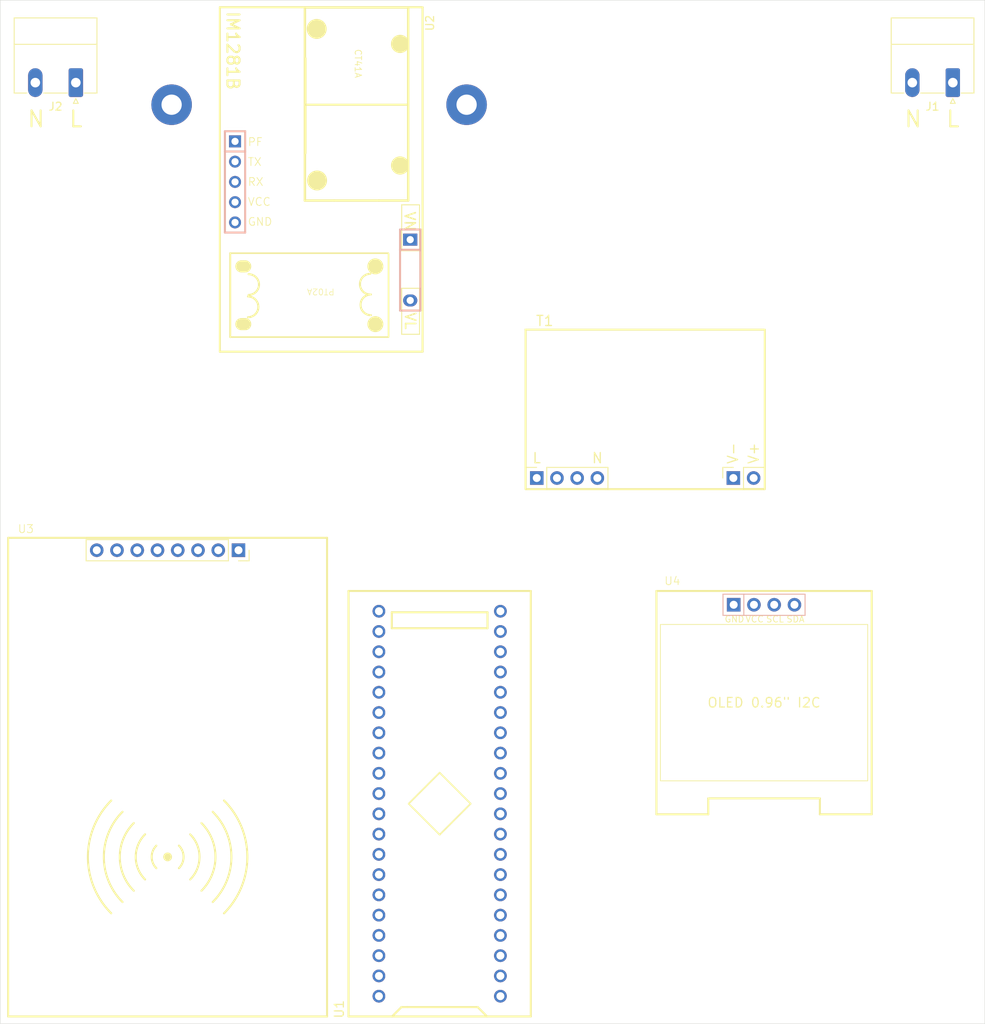
<source format=kicad_pcb>
(kicad_pcb
	(version 20241229)
	(generator "pcbnew")
	(generator_version "9.0")
	(general
		(thickness 1.6)
		(legacy_teardrops no)
	)
	(paper "A4")
	(layers
		(0 "F.Cu" signal)
		(2 "B.Cu" signal)
		(9 "F.Adhes" user "F.Adhesive")
		(11 "B.Adhes" user "B.Adhesive")
		(13 "F.Paste" user)
		(15 "B.Paste" user)
		(5 "F.SilkS" user "F.Silkscreen")
		(7 "B.SilkS" user "B.Silkscreen")
		(1 "F.Mask" user)
		(3 "B.Mask" user)
		(17 "Dwgs.User" user "User.Drawings")
		(19 "Cmts.User" user "User.Comments")
		(21 "Eco1.User" user "User.Eco1")
		(23 "Eco2.User" user "User.Eco2")
		(25 "Edge.Cuts" user)
		(27 "Margin" user)
		(31 "F.CrtYd" user "F.Courtyard")
		(29 "B.CrtYd" user "B.Courtyard")
		(35 "F.Fab" user)
		(33 "B.Fab" user)
		(39 "User.1" user)
		(41 "User.2" user)
		(43 "User.3" user)
		(45 "User.4" user)
	)
	(setup
		(stackup
			(layer "F.SilkS"
				(type "Top Silk Screen")
			)
			(layer "F.Paste"
				(type "Top Solder Paste")
			)
			(layer "F.Mask"
				(type "Top Solder Mask")
				(thickness 0.01)
			)
			(layer "F.Cu"
				(type "copper")
				(thickness 0.035)
			)
			(layer "dielectric 1"
				(type "core")
				(thickness 1.51)
				(material "FR4")
				(epsilon_r 4.5)
				(loss_tangent 0.02)
			)
			(layer "B.Cu"
				(type "copper")
				(thickness 0.035)
			)
			(layer "B.Mask"
				(type "Bottom Solder Mask")
				(thickness 0.01)
			)
			(layer "B.Paste"
				(type "Bottom Solder Paste")
			)
			(layer "B.SilkS"
				(type "Bottom Silk Screen")
			)
			(copper_finish "None")
			(dielectric_constraints no)
		)
		(pad_to_mask_clearance 0)
		(allow_soldermask_bridges_in_footprints no)
		(tenting front back)
		(pcbplotparams
			(layerselection 0x00000000_00000000_55555555_5755f5ff)
			(plot_on_all_layers_selection 0x00000000_00000000_00000000_00000000)
			(disableapertmacros no)
			(usegerberextensions no)
			(usegerberattributes yes)
			(usegerberadvancedattributes yes)
			(creategerberjobfile yes)
			(dashed_line_dash_ratio 12.000000)
			(dashed_line_gap_ratio 3.000000)
			(svgprecision 4)
			(plotframeref no)
			(mode 1)
			(useauxorigin no)
			(hpglpennumber 1)
			(hpglpenspeed 20)
			(hpglpendiameter 15.000000)
			(pdf_front_fp_property_popups yes)
			(pdf_back_fp_property_popups yes)
			(pdf_metadata yes)
			(pdf_single_document no)
			(dxfpolygonmode yes)
			(dxfimperialunits yes)
			(dxfusepcbnewfont yes)
			(psnegative no)
			(psa4output no)
			(plot_black_and_white yes)
			(plotinvisibletext no)
			(sketchpadsonfab no)
			(plotpadnumbers no)
			(hidednponfab no)
			(sketchdnponfab yes)
			(crossoutdnponfab yes)
			(subtractmaskfromsilk no)
			(outputformat 1)
			(mirror no)
			(drillshape 1)
			(scaleselection 1)
			(outputdirectory "")
		)
	)
	(net 0 "")
	(net 1 "/PA3")
	(net 2 "unconnected-(U1-PB11-Pad36)")
	(net 3 "unconnected-(U1-PA8-Pad5)")
	(net 4 "/PA4")
	(net 5 "unconnected-(U1-PA0-Pad25)")
	(net 6 "unconnected-(U1-VBAT-Pad21)")
	(net 7 "unconnected-(U1-PA12-Pad9)")
	(net 8 "GND")
	(net 9 "/PB7")
	(net 10 "unconnected-(U1-PB3-Pad11)")
	(net 11 "unconnected-(U1-PB13-Pad2)")
	(net 12 "unconnected-(U1-PA15-Pad10)")
	(net 13 "5V")
	(net 14 "/PB8")
	(net 15 "unconnected-(U1-PA2-Pad27)")
	(net 16 "/3V3")
	(net 17 "unconnected-(U1-PB1-Pad34)")
	(net 18 "/PA6")
	(net 19 "unconnected-(U1-PB12-Pad1)")
	(net 20 "unconnected-(U1-PA1-Pad26)")
	(net 21 "unconnected-(U1-PC13-Pad22)")
	(net 22 "/PB6")
	(net 23 "unconnected-(U1-PB5-Pad13)")
	(net 24 "unconnected-(U1-PA11-Pad8)")
	(net 25 "/PA5")
	(net 26 "unconnected-(U1-PC15-Pad24)")
	(net 27 "unconnected-(U1-PB15-Pad4)")
	(net 28 "unconnected-(U1-RESET-Pad37)")
	(net 29 "/PB9")
	(net 30 "unconnected-(U1-PB4-Pad12)")
	(net 31 "/PA7")
	(net 32 "unconnected-(U1-PB14-Pad3)")
	(net 33 "L")
	(net 34 "unconnected-(U1-PB10-Pad35)")
	(net 35 "unconnected-(U1-PB0-Pad33)")
	(net 36 "N")
	(net 37 "unconnected-(U1-PC14-Pad23)")
	(net 38 "unconnected-(U1-PA10-Pad7)")
	(net 39 "/LOAD_L")
	(net 40 "unconnected-(U1-PA9-Pad6)")
	(net 41 "unconnected-(U2-PF-Pad1)")
	(net 42 "unconnected-(U3-IRQ-Pad5)")
	(footprint "!Rayine_Components:RFID_RC522" (layer "F.Cu") (at 62.5 121.5))
	(footprint "!Rayine_Components:STM32F103C8T6 Blue Pill" (layer "F.Cu") (at 96.62 124.83 90))
	(footprint "!Rayine_Components:Transformer_220_5_1A_Module" (layer "F.Cu") (at 122.4 75.9))
	(footprint "!Rayine_Components:OLED_12864_IIC_0.96" (layer "F.Cu") (at 137.31 112.16))
	(footprint "Connector_Phoenix_MC_HighVoltage:PhoenixContact_MC_1,5_2-G-5.08_1x02_P5.08mm_Horizontal" (layer "F.Cu") (at 50.985 34.4325 180))
	(footprint "Connector_Phoenix_MC_HighVoltage:PhoenixContact_MC_1,5_2-G-5.08_1x02_P5.08mm_Horizontal" (layer "F.Cu") (at 160.985 34.4325 180))
	(footprint "!Rayine_Components:IM1281B" (layer "F.Cu") (at 69 24.9588 -90))
	(gr_rect
		(start 41.5 24.1)
		(end 165 152.4)
		(stroke
			(width 0.05)
			(type default)
		)
		(fill no)
		(layer "Edge.Cuts")
		(uuid "432f1e3d-c323-45e6-b5fc-35c1d30098cf")
	)
	(gr_text "N"
		(at 46 39 0)
		(layer "F.SilkS")
		(uuid "48076f8f-f1e8-4115-aca6-39970f3b6604")
		(effects
			(font
				(size 2 2)
				(thickness 0.25)
			)
		)
	)
	(gr_text "N"
		(at 156 39 0)
		(layer "F.SilkS")
		(uuid "6e04d1d3-7126-48d9-a3d1-4a90ae8af2e4")
		(effects
			(font
				(size 2 2)
				(thickness 0.25)
			)
		)
	)
	(gr_text "L"
		(at 161 39 0)
		(layer "F.SilkS")
		(uuid "9dbaeb14-d8a6-4ed1-95f3-d4df6e77c9bf")
		(effects
			(font
				(size 2 2)
				(thickness 0.25)
			)
		)
	)
	(gr_text "L"
		(at 51 39 0)
		(layer "F.SilkS")
		(uuid "c7cd84ac-97db-4254-a23d-219e996459e7")
		(effects
			(font
				(size 2 2)
				(thickness 0.25)
			)
		)
	)
	(embedded_fonts no)
	(embedded_files
		(file
			(name "IM1281B电能计量模块技术手册V1.8.pdf")
			(type datasheet)
			(data |KLUv/aDnpRIA/FcPjIUeJVBERi0xLjUNJeLjz9MNCjE4MzYgMCBvYmoNPDwvTGluZWFyaXplZCAx
				L0wgMTE0NjE5MC9PIDE4MzgvRSAzMjYxNjIvTiAxMy9UIDExNDU0NzIvSCBbIDUzMyA1MTldPj4N
				ZW5kb2JqDSANCjE4NTlEZWNvZGVQYXJtczw8L0NvbHVtbnMgNS9QcmVkaWN0b3IgMTI+Pi9GaWx0
				ZXIvRmxhdGUvSURbPDgwNDc0Q0Q1OEI1NUQzNDA5OTQ1REQwOTkyMTBBODJDPjw0RkM3QTA3QkRG
				RTE2RDQxOUI3MTdBRjhEMjI1MkQ2Qj5dL0luZGV4WzQxXS9JbmZvIDE4MzUgMCBSL0xlbmd0aCAx
				MTcvUHJldjMvUm9vdCAxODM3U2l6ZSAxODc3L1R5cGUvWFJlZi9XWzEgMyAxXT4+c3RyZWFtDQpo
				3mJiZGAQYGBiYGDhAZEMM0EkUx+IZN4FJtlBJCNYnDERRLLygdWkgUiVNjBbBURyRYNNMAOr3Aci
				wxYBScbycBDb6yyInKwMJJmPmYPYNtlgvZJgM/WB5B92oF5GBvbdYHMYGGlC/mf4/ewjQIABAFrJ
				EWsNCmVuZHN0YXJ0eHJlZg0KMA0KJSVFT0YNCjc2QyA1NDcgNTcwNDIzL08gNTMxL1MgNDMxYGBg
				ZmBgWsfAysAgcoZBmAEBhIFirAwsDByTGAQaGASOtDDMEVJ+P4WRpfWJkcg9oAKlE4yJSguSXxr0
				O2h4Oc7TKC3Ojrq2dW02wgiV40eMQ14G3WhPD98cJ3+lSXLj5q9a0YJz484W/z3w57AYR91brWtR
				33Tlyu1kJJLUy0p2R2bLba3u+FGQ2DH35qW3qWuqrr5TfniwTak83XvrtI2vw3c0oGhjMhT+Yfh7
				y+rI7BtbKu/8cHNMOP7u0tLNvqfvvlNQFrRvlt/ttXXa3m73uQc6mv/xALVl3fjzuqO8ybGe2ez8
				Vd03bqXvLHUZGMQ7gADoXqEKEKOjAchkL++AACQ2aUwlcziTSR3OFMTKZBCHMgkEMVDIjYHvYTOQ
				FgViBXAomzEIMYQxWDiwuzAmM3gdsG3gOKASwGDdsCgAKNkhGs1eJKgWM+ntxgbnwwHMPSw/GdQb
				+BOMtzDIMWsz6KjvqWGYxZDhwLmB04V1JjTeAhkEfisDaUYGBpZoIB3EIPC/DkgLMjBk+YDFWX8A
				qVQGwUoPiDJGS4AAAwA+IsICTWFya0luZm9lZCB0cnVlPj4vTWV0YWRhdGEgOTlPdXRsaW5lcyAx
				ODFQYWdlTGF5b3V0L09uZXMgMTgzMlN0cnVjdFRyZWUyMjBDYXRhbG9nMTgzOG9udGVudHMgMTg0
				M0Nyb3BCb3hbMC4wIDAuMCA1OTUuMzIgODQxLjkyXS9Hcm91cCAxODdNZWRpYVBhcmVuM1Jlc291
				cmNlb3JTcGFjZTw8L0NTMCAxODZDUzEgMTg2MTIyPj4vRXh0R1N0YXRlPDwvRzNGb250PDwvQzJf
				OC9UVDAgMTg3VDEgMTg3MjI0WE9iamVjdDw8L0ltMCAxODRJbTEgMTg1NDI2Mzg+Pj4+L1JvdGF0
				ZSAwcyAwL1RhYnMvU1BhZ2U5Rmlyc3QgMTQ0ODU1L04gMTZPYmpTdG28Vutu2jAUfhX/bFV1jp04
				F6lCglBoplG6pnfUHy64EA0SlBipPMPeYe+0F9p27IRLUi4r0qYozfG5+3yfTYlrG8hAxLUJovpL
				kaW/JnL010LEtpXAECWuEmxkgTcIDmIeU4KLbEMLHnJ0Fgj1mKUEcDRNZXMoIgyyggR/POooyYKc
				TFshu2N5qIcD32/wTAxAadnQ2vVzWecsdPFAvGkVNAMqvQvL1dazM1wPQvTKx5nAjQ6+TNIJH2O/
				jsgnA3evCkv3qoMIDutIpjOBww7PvoFrLPDNfCrw+Ztsh5JLgftcxyXTPK5Wg/zddCDSKB4eBQMR
				y0jOj/G1GEaZTOdH9UHyIo5xOJtOx2ICZmTomHrWVwuXedgPmqGQqmNPdYx9Pr0Q0XAkke26uCly
				z1OYGG6N+TBDFm4lsWw0krfeKaHagjzPVsmetanFJ9F4fvTr94+f3fA4V0VjAVN3maFrKNUlnwh8
				+fQ5fHg8CaMJ1NTqUKZC9keLQSnVfd6OZRg4kHwc9evxcCyQgUMpJnfIsfMpKVfVbhpNZZLih2IX
				FnP0lhVsyqVSU21/nkGiIH5NcpbpKQTNm6QdNDt8ihdzxc17RAzoolwpZ6QKCmcvUnUCwcpFdUVX
				vdVqPU3ZghZb+skHPuAwMzBmOblV8vO4nwwA5mU7pxfLgqqGgW+S2zgCJ6HAzAe9VnyFOjGovQ6z
				SVcwm4QWMIN2hTMzTG1DhKozCQlKUPuAyksaVbAmZay/dDvtO/+k8D0QbNfYDbZdAbtSdDnE+yiu
				x1m0XLeiNJP+iKeLfZfxzY/GF174EOKtZg8nVrdUGj8pjx/qDeQo61Gq8N/2UEaR6dqIGc5fvdR2
				d2Q77LGoiRhlxUpJlHrFyvE8rXMKD1NfGepS1VbCnt9dLvsukxLLPnyb0DLD2rd3D83O/71NyjUP
				5JdDKvyi1h5+0c38YsZmVBf69W/Zd3NkVbtab/LfVv2wB7Lt5JO1xieLLPi0/uvkaou+szfwqff9
				HZ/MMp++Pj12glBhG87iA/nE9vHJLPOpXPNQPpkVPjnOHj5Zu/i0nT0L6dB3U9Z/+W5m9Gavasxu
				r22aj58LTddDHxWcnxo/XP5DikNAncfZlKci7s9rtT8CDACcYhZUNDA0N0iJXJLbiqQwEIbvfYpc
				zlwMJiYxEaTBJAp9sQe2dx/A1nSPMK2Sti/67beqHGZhAwoff53+pHJ/DMd52lj+My3DKW7sMs1j
				ivflkYbIzvE6zZko2DgN2yfRf7j1a5ZD8ul53+LtOF+WrK5Z/gvE+5ae7KUZl3N8zfIfaYxpmq/s
				5Y8/vbL89FjXj3iL88Y4OxzYGC9Q6Fu/fu9vkeWU9nYcQZ+25xvk/Iv4/VwjK4jFPsywjPG+9kNM
				/XyNWc3hHFjdwTlkcR7/0yXf086X4b1PWa0s1xBeCQ/htWh4CVTKwIF4w1sgLYMFkkZKIMu7gJpS
				Cki1EEJUEQlJpPlODVDBtcGaTSGQXOmAjJYaI53x2EGrEjVrAmqFMjhLa7B7aRV2F9YKpEI5jJQ7
				BSJeWUdzaqoZLFbRRmMVqRuc03QlzimFQ3/GWfJnfIGRwnrsoD3ldRV1FwE9aFehB64D9lNdhf2U
				COjIukaQ2xDIbWN2rdu1CvvZFm/XFg3drmtRK6Eo+evorq3f77rDmlp5rCnbDh1Z6zU94udr4XPC
				1rGvXRkeKcGa0GrSfuBmTHP82t51WRlk4Zf9FWAALgTD5jEzM2rDMAyG7/0UumwvSk6t3UIIlB4g
				FzuwbA+Q2EoXWBzjpBd5+1lR6WCGxJ+R/h/JcnQqz6XtJoje/aArnKDtrPE4DnevERq8dVYkKZhO
				T4/T8td97UQUxNU8TtiXth1EnkP0EYLj5GdYHc3Q4FpEb96g7+wNVl+nag1RdXfuB3u0E8RQFGCw
				DUYvtXute4RokW1KE+LdNG+C5i/jc3YI6XJOuBg9GBxdrdHX9oYij8MqIL+GVQi05l883bKsafV3
				7UWeUnIchy3whflCfGUOJnnGORnlZAlzQpwyp8QZc0a8Zd4S75h3xJJZEitmRbxn3hMfmA/ER+Zj
				YMn+kvwl+0vyl6yVpJWslaSVZ+YzMfciqRfFvSjqRXH9iupX7KnIU3FtYaMLfNwUXWWYODznpO/e
				hxEtz2KZDU2ls/h8OW5wEFT0iV8BBgCAVqUxMjI4MZHNboMwDMfveQof20MVYGxrJYS0Qidx2IfG
				9gCQGBZphCiEA28/J6k6aZYS/xz7HzkOr5q60coBf7ezaNHBoLS0uMyrFQg9jkqzNAOphLtGYRdT
				ZxgncbstDqdGDzMrCuAflFyc3WD3JOce94y/WYlW6RF2X1W7B96uxvzghNpBAmUJEge66KUzr92E
				wIPs0EjKK7cdSPNX8bkZhCzEaWxGzBIX0wm0nR6RFQlZCcUzWclQy3/59CrrB/HdWVZkvjhJyBGf
				I589XyJfiO/SwOSIs8iZ52PkI3Eez3N/np8inzzXkWvi+4fA5FjxWAUm55u8duPbpanCbRZitZbG
				EEYf3u9frjTefsfMBkjlF/sVYABu74brMzk2NrRX32/iRhB+918xj9Aq65nZ31IUCTC0qZTqoli9
				h+h0ooRLUynJlXBKT+of31nbAQOBnKXAA6zx55lvd76d/ZwPFsu7L9PZEk5P88FyOZ39Nb+B67x8
				/Aqf8uHw8V+4tk558M4rw2C1UdEaCOhV9AK5+vbn8vvXOeS/zqc38wXkZXX1YXp79zBd3j0+wNnZ
				sBhBNiyzfHSFMHsCBHiaPWR5WSIQlF8yVOwNlM8Q4QTldoQ6Z4hKQ3mf9aD7p1/+nWGK2auG+Yg/
				N9nYSYryJjvloRtqr7WhwpuAVoex5eCLs4QvS6rhvZ+3nt95jtF6LML2c/9tP0fD8YTGfvyj8Wk8
				cUQF6vFkqO3AoDERjUUaoENbEA79aDOWV7ZewTSwHBW3F7FfY5s067XWrOIOcFxm/2QepQxNrYmN
				ChLeoLIWFvPsIzwIJP9Finr7lFW3TYwxEKS4CZYuowGJ4mTA+CIjRM0GZvdZfn6PUDxml9n4QjSS
				f0gyvBidFxKg0c2l5EjxbLRKMwRDiWyT/kVUo6skqqvR7yIlSwaeIU2Um3pDuQAK9XTll6NXzoE3
				XghvTHibBB2PRC1wcsodpsBHpuCCVeYwBX1sCtYoPkzBHJsCa4WHKdgjU7CR3pKjOzYFh2/J0R+b
				gvSsN+QYjt4ZTAyvCvKyirpmEl+YEL703WpUzcR4rzy3gmz3llWHQzghZYKDstiHpQ5Y7oDVHbCm
				A9Z2wLoOWN8BGzpgV5Usf9oD4Q7l4mLz9pQ6VIk74y72po2VfZpP7m6/Lebrs2tVttQrUoug1Grl
				wNEeTgKzol0rk+5b7Q2J0U2bOsFQDIwj2eRKI6IP4oeiQo8YhFbtZOh1J6M3jnByLjU4jWK2HOhA
				4pIkrDFK67hLRYdERUwVxtpVWRV0clXSwZxYcYNI3kt5tHQ3gTluyHBNppWSnVXIq5TGqXCoWXpx
				+3WzpFazZKti0y/roWRXTkoeJWjV7M6bjvmOmVFhOpxnafWr0TPsIRPlAAstNte9i7505B7Jt+tx
				X2QTeqH117D/qfztfeiuDXxiaVd87X6+7KWc3OK799UCTVHgYOIpBEI/4rN3X+TXGVrtNhnud4kb
				BskEVlpIoU6OwiaNnGjZO69stqCC7Cjkeq9p2dhJ3z5CHUPeFeS9gbzs1Er4thG4XgtcFiodteR1
				ymnlrYdTnB/0Ai2R6VXR9KpoLXtgopAQlQmvUJ/sf5Bqyf1deOzYIqo6RStpOHpKDtJd2ym3bND/
				AgwADgBfNTQ1NDJc1M2K4kAUBeB9nqKW3Ysmmrp1bwtB8KcbXMwP48wDxKR0AmMSYlz49lMnp+mB
				EdQjSdX9PFDJd4f9oWsnl38f+/oYJ3duu2aMt/4+1tGd4qXtsmXhmraePn7Nn/W1GrI8LT4+blO8
				Hrpzn5Wly3+ki7dpfLinTdOf4nOWfxubOLbdxT392h2fXX68D8OfeI3d5BZuvXZNPKeNvlTD1+oa
				XT4vezk06Xo7PV7Smn93/HwM0RXz7yUxdd/E21DVcay6S8zKRXqtXfmeXussds1/163gstO5/l2N
				WVng5sUifaVcMBfIgTkgvzK/Iq+YV8hb5i3yjnmHvGfeI78xvyG/MydY6TnXY65fMi+RafAweM/s
				kYVZkGnzsHllVmRjNmSaPcyeZg+z3zBvkOn0cAo9Ao/QI/AIsE9Bn8I+BX0KnTI72aegT2Gfgj4D
				/QH+QH+AP9Af4A/0B/hzgFk5SzFLub9if+X+iv2V/Sj6UXai6ETZg6IHZQ+KHpQ9KHow9mDowegx
				eIweg8f/3fDfjQaDYYU9i8USti07SV84gB8nDUcxPTHc5zmv7+OYjvj8WJnPNk5128XPJ8/QDy6t
				wjv7K8AAUTMWNUJpdHNQZXJDb21wb25lbnQgOFs8PD4+XVsvRENUXS9IZWlnaHQgMTE5MTcyL1N1
				YnR5cGUvSW1hZ2UvV2lkdGggM//Y/+AAEEpGSUYAAQIAAGQAZAAA/+wAEUR1Y2t5AAEABAAAADwA
				AP/uAA5BZG9iZQBkwAAAAAH/2wCEAAYEBAQFBAYFBQYJBgUGCQsIBgYICwwKCgsKCgwQDBAMDg8Q
				Dw4MExMUFBMTHBsbGxwfAQcHBw0MDRgQEBgaFREVGh//wAARCAB3AW4DAREAAhEBAxEB/8QAvAAB
				AAMBAAUGBwQDAgEIAQABEAABAwMBAgUPCAcHBAMAAAABAgMEABEFEiEGMUFREwdhcYGRobEiMlLS
				kxQ0FRbRQnKisnNUVcFikiMzgxeCwsMkNUU2Q1OzROHTdBEBAAECAwIIDQQCAQUCAxEEBTEGIUFR
				cZGxEjJhgaHB0eEiQlJyghMzwkM0FWJTFvCy4nMU/9oADAMBAAIRAxEAPwD+qaBQKBQKCMym82Ex
				iiiXKSl3/sputfZSm9uzVdm9Vy+XnCuqO1ybZ8nneuxkrt3hpp4OVEHpJ3dv4sg9XQPOqs/5Tlf8
				+j1vZ/S3v8el9o6Rt21Wup5F+Vvg7RNfunefKTx1R4n5nRr/AIOlKY/ebBZBQRFmNrcVsDaroWT1
				ErCSasctquWvThRXEzybJ6JeS9kr1vhqpnD/AK5EnVg8pQKBQKBQKDin5rFY9aETZKGFLF0Bd9oG
				yvJmc/ZsTEXKopmX3tZa5cjGmMXL8XbtfmDXbPyV5v7rKf7KX1/r7/wyl6tHjAVBG5/ePC4CEJuW
				kpjMqWG2xZS1uOK8VDbaApa1HkSKCAPSfi2Uc/PxGZx8EbVz5MB1LKE8SllOtaU9Up69BZffOJ91
				e9vXGfdfN8967zieZ5u19eu+m1B2UFa3y3rXhGmmYyErmPgqSV7UoQNmogcN+KqDXNYnKRFNEY3K
				uXihaabkIvzM1d2Fbw3SNk0zW0ZPQ7FcUErWEhCkA/OFthAqhyO896LkRewmifBhMLPM6NbmmZt4
				xV1tJreswqG/W9jmNQMfBVpmOp1OujhbQeC36x7lZfeHWJsR9q3Ptztnkj0yudKyEXZ7dfdjy+pm
				alKUoqUSpSjck7SSa5/MzM4y1MRg/KBQKC3bqb8S4TzcTIuF6CohIdWSVtdW/CU9TtVptH3grtVR
				RdntW+WdtPqU+f0umuJqojCrraclQUApJuk7QRwEV0GJxZWYKkKBQKBQZz0o+3wfulfarCb2/lo+
				WetpdC7lXOpNZJet8rtDnpTlm5XGwSgTJLccuXKA4oJvbhteg5hvPu8SAMjHJOwDnE0EnQzec0cl
				k99d4HlkvbvRnsbhLEpMZaYaZD76PJcWt0ALG3SmwNEs7xG8mUexm7beBzWel76zVtrkQpbj70J1
				jUrnlkSQWygJT4yTy1A0zFYDFR9687ue4wh7d+WzDzkbHkfumXTIUHGwnyFOx0uafF4RwGpQ0Cgp
				vSBu3OyIYnQkF5xhJbdZT4xTe4KRx2uayu8ml3L/AGbluO1NMYTHg8C70jO0W8aK+CJ41Sw26GZy
				ExDbkV2PHChzzzqSgBIO22q1z1qzOR0XMXrkRNNVNPHMxh18a4zOo2rdMzExM8URwtfrqDGMT3gl
				rmZubIWblbywm/ElJ0pHYSBXJNSvTdzFdU8dU9HF5G6yluKLVNMcjyxONfyWRYgs7FvKtqPAkDap
				R6wF6+eTytWYu026dtT9Zi9Fqia54mu4fdrEYppKYzCS6B4UhYCnFHl1cXWFdOyWlWMtTEUU8PxT
				tY7MZ25dn2p4OTiSTrLTyCh1CXEHhSsBQPYNe+uimqMKoxh5aapicYnBn+/m6cCHE95wEBkBYS+y
				nxLK2BSRxbeKsVvDo1u1R961HZ4eGOLh44aLStQrrq+3Xw8kqLWOX7XNxJzkvduPzh1LYKmCTyIP
				g9pJArpu72Ym7lKcdtPs9GzyMdqtqKL84cfCsFXauKBQKBQZz0o+3wfulfarCb2/lo+WetpdC7lX
				OpNZJet8rtDnpTPOlX2jHfQd76aCjx/aGvpp79EN7onPd7MfkMLPzc9ll2Tu/vLG5jLCM2Xn4ckN
				FhMtLKbFxst25wJ23F+WgqLzm4Qwm6bOK3n9Yz+7C7wFwobsiTISf4jBiJUFp5zYPCVs28tQldMb
				G3sjMZjfKRjQ9n8h6umJhOcTrZx8dy/M6/F55SFuLPFqsKlC+UFL6R8pkYPu71OS5H5znuc5tRTf
				Tzdr25L1k96M3ds/b+3VNOPaxw+leaNYoudvtRE4YedS/ifeL8xkekVWT/ts1/sr6V5/8Nn4Kehs
				rBJZbJNyUgk9iuq25xpjmYmrbLDsh7fJ+9X9o1yDM/lq+aetvLPcjmhP9Hf/ACVv7pzvVdbs/wAu
				PllX6x+CeeGq10hkX4taEJKlqCUjaVE2AqJqiIxlMRM7FB3+3qgSYfuuC4HypYU+6nagBO0JB4zf
				krF7x6vauW/s257XDwzxcHE0Ok5Cumr7lcYcihVjGga3uHCci7tsc4NKn1KeseRRsntpANdM3dsT
				bylOO2rGrp2eRj9VuxXfnDi4FhJttPBV4rVL3i6RGIq1xsUlMh5OxUhX8MH9UDxu916yep7zU25m
				izHaq+Li8XL1c68yejzXHaucEcnH6lLm7z5+Yol+c7pPzEKLaf2UWFZO/q2Zuz7VdXi4I8i7tZGz
				RspjrcYyOQBBEp4EcBDivlrzRmrse9V0y+/2aPhjod0TeveKKoFqe6oD5riucHWsvVXrs6xmrey5
				V4+Hree5kLFe2mPFwdSZ6QX1v+6H3La3YoWu2wXVYmrXeS5Nf2ap2zbxeLSKYp+5EcVSoVmFy3yu
				0OeovO7yYzCshcpd3VC7UdG1auxxDqmgz3K9IeemKKYyhCZ4kt7V26qz+i1BX38lkX1an5Tzp5Vu
				KV3zRD6Yy2UjkFiY80RwaHFDvGgsGL6Rs7FUEy9M1njCwELt1FpHfBoloOC3jxmaYLkRdnE/xWF7
				Fp644x1RQSdB8uutMtqddWENoBUtajYADhJJoKFnukspWpjDtggbDKdHD9BH6VdqgqEveLOzFEyJ
				zyr/ADQspT+ymye5QcYlygrUHlhXKFG/fohIwt6t4YagWZzpA+Y4rnE9peqiV23d6RY0xaY2USmM
				+rYl9J/dKPVv4neoLnQZ50q+0Y76DvfTQUQEggg2I2g0Qk/ijeL8ykekVQMGo7lypMrdqG/JcU88
				vnNbizdRs6sC5PUFEvreDejGYRoesK5ySoXbjI8c9U+SOqaDPsp0gbwTVEMuCGyeBDPjdlZ8LtWo
				IF7IT3lanpLrijtJWtSj3TRD0j5jLRiCxMfaI8lxQHavQWLFdJGZjKCZqUzWeMkBDgHUUkW7Yolo
				OGzuNzEbn4bl7fxGlbFoP6woJDSASQNp4T1qBQKCg9Kn+1/z/wDDrF73/tfX+lodB9/6fOoNYtoW
				8R/Z2voJ71dltd2OZz+vbLD8df8AJUfdOd6rrdj+XHyyrtY/BPPCOz06anO5FKZDiUplPAALUAAH
				FdWvDqOYuRmbkRVV36uOeWXpylqibVHBHdjqRzsmS6AHXVuAcAUoq79eCu7XV3pmfG9VNFMbIweV
				fh+knu7HxL+UaRlHuZi3udmxR4kqV80HjNe/TLdiu9EXquzR1+CZ4ud5c5XcptzNuMam0ICAhIQA
				EAAJA4LcVrV1imIiODYxE448Kl9Iu8TkZpOKjK0uPp1SVg7Q2dgR/a4+p16ye82pzbpixRPDVHtc
				3J4+rnXmj5OKp+5VsjZzs4AvsHDWEaVc8H0cS5TSX8k6YqFbQwkXdt+tfYnu1qtP3XruRFV6exHJ
				x+ryqTNazTROFEdrw8SdPRpu8U25ySD5WtN/sWq5ndXK4ba+mPQr/wC7vclPR60TkujB5KSvHSw4
				RwNPDSewtOzuVW5rdOqIxtV4+Cr0+p7LOuRPBXThzOPf9lxlOHZcGlxuIELHDZSbA8FeTeOiaPs0
				zti3g++k1RV9yY2TUqNZlcNtzuXZxOMemujVoFm0eUs7Ep7ddoc9YxkMhLyEtyXKcLjzhuongHIA
				OICiHdu9uzkM2+UxwG2Gz++kL8VPUHKrqUSvMXoywbaB6w68+5xm4QnsAAnu0H5M6McK4g+rPPR3
				OIkhxPZBAPdoKJn93chhJIalJCm135l9PiLA7xHJQcmOyErHzG5cVZQ80bg8RHGDyg8dENpwuUZy
				uMYnNbA6nwkeSobFJ7BolRekfeFx2V7nYVZlmypRHzlnaE9ZI7vWoKQlJUQlIJUTYAcJNEL1gujR
				bzKH8s6pnVYiM3bWB+uo3sepaiU6vo53ZUjSG3Unyw4b9247lBWs/wBHMuGyqTjXDLaRtUyoWdA5
				RbYruUFMohpXRzvE5KYXipS9TsdOqMonaW+Ap/s8XU61EuHpV9ox30He+mgozSAt1CDwKUAeyaIa
				T/S7Efi5H1PNok/pdiPxcj6nm0ElMfi7o7sBtpRdLOpEYOWupxxSl7bW2C5PWFBk8uXJlyXJMlwu
				vunUtauEmiEru5upkc4sqaszFQbOSVi4vyJHzjRK7xujPAtoHPOPvr4yVBI7AA/TQeU3oxxDiD6o
				+7Hd+bqIcR2RZJ7tBQ83gshhpfq8tI8La06nahaRxpP6KDzxGVl4uc3MiqstB8JPzVJ40q6hohtO
				MyDGQgMTWP4b6QoA8IPAQesdlEumgUFB6VP9r/n/AOHWL3v/AGvr/S0Og+/9PnUGsW0LeI/s7X0E
				96uy2u7HM5/Xtlh+Q9vk/er+0a5Bmfy1fNPW3lnuRzQn+jr/AJKjfy4+WVdrH4J54W2Z0d4SXLfl
				OPyQ5IcU6sJU2EhS1FRtdB2ba01/dnL3K6q5qrxqmZ2xx8Pwqi3rF2imKYinCIw4/S5nOjDDEfu5
				UlJ5VFtXeQmvhVunl+KqvyeiH0jXLvHFPl9Ks7y7kTcOz6024JMMEBSwNKkX4NSbnZ1b1ntV0C5l
				ae3E9ujyxzrXJanTenszHZqVqqFZtQ6Ocq7LxDkV1WpcJQSgnh5tYukdgg10PdjOVXbE0Vbbc+Sd
				nnZXWbEUXIqj3utRt7JKpG8eQWo30vKbHWb8D+7WO1m7NebuTPxYdHB5l9p9HZsUx4Menhde4UFq
				XvGzzoCkMJU9pPAVJ2J7RN69W7uXpu5untbKYmro2Pjqt2aLE4cfA1qumMeUCgznpR9vg/dK+1WE
				3t/LR8s9bS6F3KudSayS9X/pUlKDWPig+CpTjqxt4UgJT9pVdoc9Z7RDbN2ce1AwUOOgWPNpW4eV
				axqUe2aJSdAoIPfWEzK3bmBwAqZRzzauMKRt2dcXFBjlENK6LZClY2ZHJulp4LT1Nabf3KJZ9k5C
				5ORlSFm6nXVrPZUTRCw9HONbl54vujUiG2XUg/8AcJCU9q5NEtVoFAoMf35gsw95JKGQEtuhLukc
				AKxdXduaDn3SkqjbyY9aTbU8lo9UO+B/eoLL0q+0Y76DvfTQUeP7Q19NPfohvdElBnfSnJUZMCLf
				wUoW6R1VEJH2aCiUQ3PD49rHYyNDaSAlpACrcarXUo25Ttol2UCgrfSBCZkbtPurA5yMUONK4wdQ
				SR2QqgySiGo9GUhTmAdaUb8zIUEdRKkpVbtk0St1w1WukMkUEdvGhK938kFC49WeNjyhBI7orw6n
				ETlbmPwVdT05OcL1HzR1sUrkrcr90V/7p/I/xK2m6H7v0fqZ7Xvc+rzK7vpBVE3kmAiyXlc+g8oc
				2n61xVFruXm1m6+Sqe10+vFZaZd7dinwcHQ+N0cq3jM7HkPHSwq7TyuRKxa/YNjX50XORl8zTVV3
				dk+N+tQy83bM0xt2w2NKgoBSTdJ2gjgIrqUTixUwVIEgC52AcJoMi31zDeUzji2Vao8dIZaUOBQS
				SVK7KibdSuYa9nozGYmae7T7MenpbLTMtNq1ET3p4UbhoK52VixEC5dcSFdRN7qPYSCa8GRy83r1
				FEe9VHr8j05m7Fu3VVyQu/SjAW5Chzki6WFqbc6zgBB7ae7XXmEZxRDYNycw1kcEwkK/zERKWX0c
				Y0iyVf2kiiU/QKCtb/5VqFgHY+r/ADEz902jj03us9a2zs0GS0Q1Po1gLj4JchYsZbpWi/kJGkd2
				9Eswke0O/TV36IXTos/1Cd90n7VEtHoFB+LWhCFLWQlCQSpR2AAbSTQYvvVlUZTOyZbX8EkIZPKh
				A0g9m16D33JhrlbzQgkeCyovLPIGxcfWsKCf8f2hr6ae/RDe6JKCgdKcBd4U9IugamHDyHxkdvwq
				DP6IbRurmWsrhmHkqHPNpDchHGFpFvrcIolL0CgqXSPlWo2FMEK/zExSRoHCG0KCio9kAUGW0Q1r
				o9gLibuNrWNKpS1P2PDpNkp7YTeiVloFBQelT/a/5/8Ah1i97/2vr/S0Og+/9PnUGsW0LeI/s7X0
				E96uy2u7HM5/Xtlh+Q9vk/er+0a5Bmfy1fNPW3lnuRzQn+jr/kqPunO9V1ux/Lj5ZV2sfgnnhqtd
				IZIoODeD/Qcl/wDlf/8AGqvFqX8a5/66v+2Xoyn5qPmjrYlXJG6X7or/AN0/kf4lbTdD936P1M9r
				3ufV5kzvvu0rLwUvRk3nRgS2ny0nhR1+MVa6/pU5m32qPyUbPDHJ6Hi0zO/Zrwq7lXkZStCkKKFg
				pUkkKSRYgjhBFc3mJicJ2tbE48MJzC75ZrEoDLSw9GTwMPAqA+iQQR27VbZDXMxlo7NM9qjknzPD
				mdNtXpxmMKuWE+npUc0WVjQV+UHiBfraD36u43vnDht8Pzf+KunQYx7/AJPWhc3vxmco0pi6Y0ZY
				stpq91DkUo7e1aqnP7wZjMR2e5RPFHHzy92V0u1anHvVeFXao1k0vcLdZ2Ag5KajTKdTZho8KEHh
				J5FK7grfbu6RNmPvXI9urZHJHpll9Wz8XJ+3R3Y2+Fap8GPOhvRJCdTLySlY7xHVB2itUpWN7wbv
				TsLMLL6SplRPMPgeCtPy8ooObG5SfjZIkwniy6NhI2gjkUDsIohbI3SlkUoAkQmnVD5yFKbv2Dro
				kldKWRWgiNCaZUeBS1Kct2BooKjkMlOyMlUmY6XnlbNR4hyADYB1qISG7O7cvNzQ2gFERsgyX+JI
				5B+seKiWxx2GY7DbDKQhppIQ2gcASkWAoMHke0O/TV36IWzo8JBy5BsRFJBHZolw4vfzeGBZCnhL
				ZHzJF1HsLuFd2gmf6qSdP+nI1cvOG3a00EDnN8s1l0Fl5aWYx4WGQUpP0iSSe3agg0pUpQSkEqJs
				ANpJNENW3F3ZXiYSpMpOmdKA1IPC2gbQnrnhNEuTpNxbsjHR5zSSr1RSkugcSHLeF2CkdugzOiFr
				jdJW8TLKW1JYfKRbnHEK1Hr6VJHcol6/1Qz/AOHifsOf/ZQXDHEbz7qIVkEISqWFhXNggJUhxSUq
				TqKjcaQeGgy/N4Odh5io0pGzaWnR4q08qT+ig+MVmMjipHPwXi0s7FjhSociknYaIWuP0pz0pAkQ
				WnFcZQpSO4ddEviX0o5NxBTGiNMKPz1EuEdbxRQVKdOlzpK5Mt1Tz6/GWrvDkFEJfdPdeRmpoUtJ
				Tj2VD1h3gvx6E9U9yiWvttobQltCQlCAEpSNgAGwAUH7QKCr777tZHN+peplser87znOKKfH0WtY
				Hyazuv6VdzfY+3h7Paxx8OHoW2l52ix2u1jw4edVv6bbxeVH/bV5tZz/AItmuWjp9S1/urP+XR62
				ntJKGkJPClIB7ArodEYUxDK1TjLMZfR/vE7KecQhrStxSk/vBwEkiufXt281VXVMRThMzxtVb1ex
				FMRw7ORLboboZnF5lMuWlsMhtaSUrCjdQ2bKstE0TMZfMRXXEdnCeN49R1G1dtdmnHHFeq2KgKDl
				ysZyVi5kVq3OPsONI1bBqWgpF+3XmzlqblmuiNtVNUdMPrl64ouU1TsiYnys4/ptvF5Uf9tXm1g/
				+LZrlo6fU0391Z/y6PWtO5G7WRwnrvrhbPrHNc3zairxNd73A8qtHoGlXcp2/uYe12cMPBj6VVqm
				dov9ns48GPmWitEqUFn9zsTmCXVAx5Z/9hsC5+mngV3+rVNqOh2M17U+zX8Uefl6/CsMpqVyzwba
				eT0KZN6Ns8yo+rKalI+bZWhXZCrD61ZW/utmae5NNcdE+X0ru1rVmrvY0o87k70hWn1BV/ptkdvV
				XhnQM5/r8tPpej+zy/xdfodsTo53ieUOeS1GTxlawo9pGqvXZ3YzVXe7NHPPoxfG5rNinZjV4vSu
				GA3GxeKWmQ4TLmJ2pdWLJSeVKNu3qm9ajTt37OWntT7dfLPFzQpc3qly7GEezSsdXysKDxmwYk2O
				qPLaS8yrhQsXHXHIerQUrK9F7K1FzGSeavwMPAqSOssbe2DQQD/R5vQ2bIjoeHKhxAH1yig+Wuj/
				AHqWqyoqWx5SnWyPqqUaCexPReAsOZWSFJH/AEGL7eutQHcHZoLxDhRYUdMeK0lllHioSLD/AOTQ
				e1Bgkj2h36au/RC4dGjXPSMkyTYORwi/JqJFEvOb0ZZtpRMV1qSji2ltfZB2fWoOA7g72Xt6j2ed
				Z8+g7oXRnnHVD1lxmMjj2lxXYCdn1qC5YDcvEYdQeSkyJY/9hy3g/QTwJ7/VoJ6g+XG23G1NuJC2
				1gpWhQuCDsIINBSsv0ZRXnFO42R6vqN+YcBUgfRUPCA7dBCK6M94QqwcjKHKFq/SgUH5/TTeLyo/
				7avNoL9uvjJOMwUaDJKS8zr1lBunwnFKFiQOJVB2z8dByEcx5jKXmj81Q4Dyg8IPVFBScp0XAqUv
				GS9IPAy+DYf20+bQQT3R7vS2qyIyHR5SHUAfXKaAz0fb0uKsqMloeUt1sj6hUaCwYjowZbUlzKyO
				dtt9XZuEnrrNlHsAUF3jRo8ZhDEdtLTLYshtAsAKD0oFAoFAgkj2h36au/RC6dFn+oTvuk/aolo9
				wyRj55fcIjO21q+Yrl61ELh0YxpLM+aXWltgtJAK0lN/C6tEtDoPh15llOp1xLaSbBSyEi/JtoOO
				LncXIckIQ+lJjuc0srUkAmwN07do20CVncXHcjoW+lRkOc0goUkgGxN1bdg2UHpLysKNEVLU4HGk
				qS3+6IWSpagkAWPD4VB0POpZZcdXfQ2krVpBJskXNgOGg8RkoZx3vEOD1Tmue5z9S2qg+HstCZxq
				ci6pSIqkoUCUnVZ0gJunh4VCg7KDngzmJrS3WNWhDi2iVC3hNq0qt2RQekmSzFjuSH1aGWklbi7E
				2SOE2FzQfEiawzBcmk647TSnipG26Ep1XTy7KD6ZlNOxUSgdLLjYdBVsskjVt7FB+xpLEqO3IYVr
				ZdSFNrsRcHgO2xoPCflYUKI7KdWFNsp1KSggqt1Beg925LDgSULSdQuBcX27aD0HPLyOPh6PW5LU
				fnL6OdWlGq1r21EXteg5/iHAfmcT07fnUD57xcnjZilJiS2ZCki6ktOJWQOU6SaD6mwIU1oNTGES
				G0nWELAUNQBF7Hr0FcweG3VlOywmKgyOc1OQ5DSUuMCwGkJ8njBoPrNYLdth/HITCQHnZACI7KE3
				dTY69V/mJB1Gg6M9jcRDwqkjF8/Dbc595iOrmdOlBJdJSUXsE0EK4hpnBSHYePfxiJaoyedU+pwu
				NuOAEJ8NRT4J7tBO/A+7GnR6mrR5PPP27Wugi0SEN7nTEyEGWxGllhtpxah4CZKUoBWDq8Hr0Exk
				cTIKn5Zy8uOyAXFNoKNCEpFza6TyUFZ3Th5F1PqcjIyoTrrYmRkNqRpcadNyoak+MFHbQW+TKg4r
				Go95SSpn+Et94aisqB8YJHGOpQVUZ/CxsFlcajINvMKaeRjU2c1hLjZs2q6beCo2Sb8FB6SN48NK
				w0DHDItsMqbbRkTZznObSgakIsm3hEWJvQd+8GTx7+6a3YDt4WtphSmwpP7sOJSpI2BXi7KCEzjm
				4ZxEoQGUpmaP3JDL6TqvyqSB26D7nPbhe6XzGbCJwYUWFpZfSQ6EXSQrSAPCoLti3Vu4yI64dTjj
				LalqPGSgEmg83c5hWXFNO5CM24g6VoW82lQI4iCdlB8fEOA/M4np2/OoOyPIjyGUvR3UPMqvpcbU
				FJNjY2IuOEUHDxkQ4cnT6ww29ovp5xCV2vw2uDyUHj7mxH4GP6JHyUD3NiPwMf0SPkoHubEfgY/o
				kfJQPc2I/Ax/RI+Sge5sR+Bj+iR8lA9zYj8DH9Ej5KB7mxH4GP6JHyUD3NiPwMf0SPkoHkHtHgwo
				xKo8dtlStii2hKSR1bAUHtQV3ehWMLjYQpfv1I/yXqm2RfkVxc3y69lqDlxL78PLKd3kHN5KQlLc
				STcGPosCW0EbEL1eNfh4qCV3rjOP4CbofWxzTLriubt4YS2q6FXB8FXHQc2IwbbmDQ3OlOy40mO0
				S06QEt2SFDQUhJFuvxUFe93rOHayAmSwJM8NMXfc9mW7oTx8JSOGgnd5YEWBui/Fio0NIWydpKiS
				qQgkknaSTQe2WXJy8heGjIW3ESoDJy1ApGnYrmm721KULXPABQe+dxriorMqAkJnY085FSNgUkCy
				2dnEtOygkIUxqXCZloult5AWAoWIuOA35KCKwSxPyeQzCdsdzRFhr8ptm+pY6ilqNutQJH/Mof8A
				+J7/AMiaDrz+NeyOMcjsKSl8KQ40V306m1hYCrbbG1qCC3ll7yrwU1MnHsNMFshxxL+ogXG0J0i9
				B0vneqbjVwvUI7Lclksl4vlWlK06SrSE8hoLBEjiNEZjg6gy2lsKPHpAF+5QeTmKxbi1OOQ2FrUb
				qWptBJJ4ySKD5zpZZZZbDTKEttp8VCAEpFzc2AoPuoPCdE9bjKYLzrAVa7jKtCwAbkBXFfgoOPCx
				t34/ONYtTK3U/wAdSFhx0m//AFFXUrh5aDqySccuE4nI80IahZzniEo28Fyq1upQeMaFAj4hUZTx
				egFtepx5zUOZUCba/JCTYdSg4EYCIjGLaeych3GKQgjW6kISyjbp1pA8BSdh28FB25CJiZOKRHdd
				SzDVzYjOtrSgJIILRbVwX4NNB5O4qK3h5ETKTXH4zpuuRIWlBRcpCQFAJAsoAjq0Hj8OTuLNzrcV
				y2f7lA+HZ353N7bfmUHVIxjJwyoc6Y6tgAl+StYQpSArUQtQsAm3gnqUHbFEYRmhF0erBI5nm7FG
				m2zTbZag4MrjIk2WwRMXDyLaF8ytlaUuFskawUqB1J4OKg68fDdiR+ackuy1airnXrarHi8EDZQf
				WQbhuQn25pSIi0FLxWdKQkixuo2t16CJRuuNCebzORDdhoCX0kaeK3gGgloMQxIyWC+7JKSTzr6g
				tw3N9pATwUHv/9kAAAA2MTYvTiBiYGCc4eji5MokwMCQm1dS5B7kGBkRGaXAfp6BjYGZAQwSk4sL
				HAMCfEDsvPy8VAYM8O0aAyOIvqwLMgtTHi9gTS4oKgHSB4DYKCW1OBlIfwHizPKSAqA4YwKQLZKU
				DWaD1IlkhwQ5A9kdQDZfSWoFSIzBOb+gsigzPaNEwdDS0lLBMSU/KVUhuLK4JDW3WMEzLzm/qCC/
				KLEkNQWoFmoHCPC7FyVWKrgn5uYmKhjpGZHociIAKCwhrM8h4DBiFDuPEEOA5NKiMiiTkcmYgQEg
				wABJxjgvNzU3NC9OIDOclnlUU3cWx39vyZ6QlbDDYw1bgLAGkDVsYZEdBFEISQgBEkJI2AVBRAUU
				RUSEqpUy1m10Rk9FnS6uY60O1n3q0gP1MOroOLQW146dFzhHnU5nptPvH+/3Ofd37+/d3733nfMA
				oCelqrXVMAsAjdagz0qMxRYVFGKkCQADCiACEQAyea0uLTshB+CSxkuwWtwJ/IueXgeQab0iTMrA
				MPD/iS3X6Q0AQBk4ByiUtXKcO3GuqjfoTPYZnHmllSaGURPr8QRxtjSxap6953zmOdrECo1WgbMp
				Z51CozDxaZxX1xmVOCOpOHfVqZX1OF/F2aXKqFHj/NwUq1HKagFA6Sa7QSkvx9kPZ7o+J0uC8wIA
				yHTVO1z6DhuUDQbTpSTVuka9WlVuwNzlHpgoNFSMJSnrq5QGgzBDJq+U6RWYpFqjk2kbAZi/85w4
				ptpieJGDRaHBwUJ/H9E7hfqvm79Qpt7O05PMuZ5B/AtvbT/nVz0KgHgWr836t7bSLQCMrwTA8uZb
				m8v7ADDxvh2++M59+KZ5KTcYdGG+vvX19T5qpdzHVNA3+p8Ov0DvvM/HdNyb8mBxyjKZscqAmeom
				r66qNuqxWp1MrsSEPx3iXx3483l4ZynLlHqlFo/Iw6dMrVXh7dYq1AZ1tRZTa/9TE39l2E80P9e4
				uGOvAa/YB7Au8gDytwsA5dIAUrQN34He9C2Vkgcy8DXf4d783M8J+vdT4T7To1atmouTZOVgcqO+
				bn7P9FkCAqACJuABK2APnIE7EAJ/EALCQTSIB8kgHeSAArAUyEE50AA9qActoB10gR6wHmwCw2A7
				GAO7wX5wEIyDj8EJ8EdwHnwJroFbYBJMg4dgBjwFryAIIkEMiAtZQQ6QK+QF+UNiKBKKh1KhLKgA
				KoFUkBYyQi3QCqgH6oeGoR3Qbuj30FHoBHQOugR9BU1BD6DvoJcwAtNhHmwHu8G+sBiOgVPgHHgJ
				rIJr4Ca4E14HD8Gj8D74MHwCPg9fgyfhh/AsAhAawkccESEiRiRIOlKIlCF6pBXpRgaRUWQ/cgw5
				i1xBJpFHyAuUiHJRDBWi4WgSmovK0Rq0Fe1Fh9Fd6GH0NHoFnUJn0NcEBsGW4EUII0gJiwgqQj2h
				izBI2En4iHCGcI0wTXhKJBL5RAExhJhELCBWEJuJvcStxAPE48RLxLvEWRKJZEXyIkWQ0kkykoHU
				RdpC2kf6jHSZNE16TqaRHcj+5ARyIVlL7iAPkveQPyVfJt8jv6KwKK6UMEo6RUFppPRRxijHKBcp
				05RXVDZVQI2g5lArqO3UIep+6hnqbeoTGo3mRAulZdLUtOW0IdrvaJ/Tpmgv6By6J11CL6Ib6evo
				H9KP07+iP2EwGG6MaEYhw8BYx9jNOMX4mvHcjGvmYyY1U5i1mY2YHTa7bPaYSWG6MmOYS5lNzEHm
				IeZF5iMWheXGkrBkrFbWCOso6wZrls1li9jpbA27l72HfY59n0PiuHHiOQpOJ+cDzinOXS7CdeZK
				uHLuCu4Y9wx3mkfkCXhSXgWvh/db3gRvxpxjHmieZ95gPmL+ifkkH+G78aX8Kn4f/yD/Ov+lhZ1F
				jIXSYo3FfovLFs8sbSyjLZWW3ZYHLK9ZvrTCrOKtKq02WI1b3bFGrT2tM63rrbdZn7F+ZMOzCbeR
				23TbHLS5aQvbetpm2TbbfmB7wXbWzt4u0U5nt8XulN0je759tH2F/YD9p/YPHLgOkQ5qhwGHzxz+
				ipljMVgVNoSdxmYcbR2THI2OOxwnHF85CZxynTqcDjjdcaY6i53LnAecTzrPuDi4pLm0uOx1uelK
				cRW7lrtudj3r+sxN4Jbvtspt3O2+wFIgFTQJ9gpuuzPco9xr3Efdr3oQPcQelR5bPb70hD2DPMs9
				RzwvesFewV5qr61el7wJ3qHeWu9R7xtCujBGWCfcK5zy4fuk+nT4jPs89nXxLfTd4HvW97VfkF+V
				35jfLRFHlCzqEB0Tfefv6S/3H/G/GsAISAhoCzgS8G2gV6AycFvgn4O4QWlBq4JOBv0jOCRYH7w/
				+EGIS0hJyHshN8Q8cYa4V/x5KCE0NrQt9OPQF2HBYYawg2F/DxeGV4bvCb+/QLBAuWBswd0IpwhZ
				xI6IyUgssiTy/cjJKMcoWdRo1DfRztGK6J3R92I8Yipi9sU8jvWL1cd+FPtMEiZZJjkeh8QlxnXH
				TcRz4nPjh+O/TnBKUCXsTZhJDEpsTjyeREhKSdqQdENqJ5VLd0tnkkOSlyWfTqGnZKcMp3yT6pmq
				Tz2WBqclp21Mu73QdaF24Xg6SJemb0y/kyHIqMn4QyYxMyNzJPMvWaKslqyz2dzs4uw92U9zYnP6
				cm7luucac0/mMfOK8nbnPcuPy+/Pn1zku2jZovMF1gXqgiOFpMK8wp2Fs4vjF29aPF0UVNRVdH2J
				YEnDknNLrZdWLf2kmFksKz5UQijJL9lT8oMsXTYqmy2Vlr5XOiOXyDfLHyqiFQOKB8oIZb/yXllE
				WX/ZfVWEaqPqQXlU+WD5I7VEPaz+tiKpYnvFs8r0yg8rf6zKrzqgIWtKNEe1HG2l9nS1fXVD9SWd
				l65LN1kTVrOpZkafot9ZC9UuqT1i4OE/UxeM7saVxqm6yLqRuuf1efWHGtgN2oYLjZ6NaxrvNSU0
				/aYZbZY3n2xxbGlvmVoWs2xHK9Ra2nqyzbmts216eeLyXe3U9sr2P3X4dfR3fL8if8WxTrvO5Z13
				Vyau3Ntl1qXvurEqfNX21ehq9eqJNQFrtqx53a3o/qLHr2ew54deee8Xa0Vrh9b+uK5s3URfcN+2
				9cT12vXXN0Rt2NXP7m/qv7sxbePhAWyge+D7TcWbzg0GDm7fTN1s3Dw5lPpPAKQBW/6YuJkkmZCZ
				/JpomtWbQpuvnByciZz3nWSd0p5Anq6fHZ+Ln/qgaaDYoUehtqImopajBqN2o+akVqTHpTilqaYa
				poum/adup+CoUqjEqTepqaocqo+rAqt1q+msXKzQrUStuK4trqGvFq+LsACwdbDqsWCx1rJLssKz
				OLOutCW0nLUTtYq2AbZ5tvC3aLfguFm40blKucK6O7q1uy67p7whvJu9Fb2Pvgq+hL7/v3q/9cBw
				wOzBZ8Hjwl/C28NYw9TEUcTOxUvFyMZGxsPHQce/yD3IvMk6ybnKOMq3yzbLtsw1zLXNNc21zjbO
				ts83z7jQOdC60TzRvtI/0sHTRNPG1EnUy9VO1dHWVdbY11zX4Nhk2OjZbNnx2nba+9uA3AXcit0Q
				3ZbeHN6i3ynfr+A24L3hROHM4lPi2+Nj4+vkc+T85YTmDeaW5x/nqegy6LzpRunQ6lvq5etw6/vs
				hu0R7ZzuKO6070DvzPBY8OXxcvH/8ozzGfOn9DT0wvVQ9d72bfb794r4Gfio+Tj5x/pX+uf7d/wH
				/Jj9Kf26/kv+3P9t//8CDAD3hPP7ODkxMThqYBgcgMOhAV2IBb8OB4rsUyBXowAanwmfYkZ0AQ5y
				rYUDAqFCP9AwsNbTKBwcSFSPN/oJAYzkQTFgwsvFC6jvGGzAgS62kA1om7sEaGo6HQFFqZ5iQHoh
				KkCWPYOmqCUfCNDOaEb6FBg0BiwAAQYAMEADIDUwMjE4MzMxIDE4MTY1NOxWXYxVVxVee59z9j5n
				n///c8/9mTtzZ+6dgQEq9869M8zAFBgq5WegxWIxGkopAzFMCy0lYKjyopHWNBZr9KXB6otRH6qx
				TUxs/SlNrDFSwPTBoPZBLG1iS8Bo4gPXde69Mww2Jr7rPnufffbPvftba31rrQ0EAHQ4DRLctWPX
				qtWXXyimOPNTbA/tP36szEek6wCkAEBfmztycH7Li2evAUi/x3Xz4OGTc5vfPjqH43cBcrcOHdj3
				yI2vN+8BKF7F9eYhnCC35DGAUh7Hg4fmj504tf+vz+B4GuDqpcOP7d+n5i5+AER2gby2bX7fiSNH
				Z+k6oL/8DO4vP7pv/sDDc+ZFHD+F5x888viBI8qVHb8Bev7PuP4jxHyafBUUUBH/aZxxev1pMGA9
				/oIwjZGsnAb6s/ELp/6JaxE2+NSeTRvhbii3r8KV9hUYhKzJkOkC4El4KUMLpP3/8j9d4PtA4Qg2
				uX2r/SccM2SaQG5ZyDQPAuRSAikUoJTN/Md13PFfnFXC503kXQEf2n4fHoA6jMMv8P/uhhashdUw
				hVz9A3wStqO/9nXaWVz5HCI8DI9BGZ8UT8wwZM1+aXh06/0PbprJ9/fvWYFCFNo34R38Qwk4QFwZ
				q/NKWH/n/Hn15ZfN3/Kf446gfQ2uwVuQhxpAizFerUXNZqvSbEUx4/XVrbBaqfA647z7OcDHovrb
				UiFPtKKjqOdMYuqydCJwHO8UO0fpNs+29Ye8IPBkR1DNIrI1u3OAEiMiPhk1nAIJCFZ0OxtP/gAu
				oYgQ1bLj8FTGG/jZPaS+0ONafQmUbo8TIaKNYn5up0L9shNsdrgq1Jpv2/4KrerourOMU19SWNMK
				rGCNtscObH8vl+Z5RU+5sEoG54abEspMJYeQSggwcSQ7A1rCsa+5dNASNEDtme0bcBNNlYcKLM/0
				FIb1sUatnvVL9JLNsTjTIWLuvuOjtJ/maM2JY/ubVpqaQ1J/qBueJYwfx0IPdd16sxB87ZwTON6L
				NKJYnw/T+6YoW1OWleG1TKq1ZBmjLajtd1FflyGEYbgLI+2iSoLspGYt01Ncje/Ak0FYAPSGqfSF
				XPW+UZX1VKXHTWYaU2y15zj2STtOeENSDL1fF7pmCO3ZWKAKdgypvDidz8dMGc+hWrCalkQ3hTIL
				baYAhmENUV2Hi6iVtRh+t8Au1A4e/29qua2e+p2q482xsQ68Lt/CIG6NVULWU2HcjHrg3+OeGQnT
				Mud8w/AEd4Ruc0Q4RGJqG/qrhOvMMMqaaXCbzA/xxBIiHwttbSqEZhdU7TSZICHBOoFC5H2Nx7mi
				bplmgXzPcz9ruowb48NcZiNnAnfvxMRY0RZyUOFMKVlMTYqMowX09l/g7/AGTMI0bEQL3JakI2wY
				ZFhXN1GCLuiPznTUkP0mRikr2I72kS3EclzTDik3dVqhiaontOSbEjM0UqappueJ6bk22bxrYFP5
				lXByynesaBKlmPU02RRUbLlnRJXKM5+wmSQMom6fWcaloWncsCay927HAhgc3I6dLmGKG4ZR5E8j
				87tWuGioIK40F82En40un9ASGdTMKLzXN3smubx1Q+S44QYS0fWJLuKNmwnZr6vClA2Wb7VafqPR
				KJo6F4Kr35lL0Fh9ptmHXeKWy2GcKEwJxe58fnmaLu+8ZxNFjgyZIatsTNLXkespsmpDj1WZt3fo
				UK2xHmWqtQ7g5gLpw44UY4v9UifIYloP+SK93hL9nmgWDVquW26jLKvRpBMlpuXlxtiKYpykCYlI
				BVtUjMJSnWpCj5PE3fWFWBVuTuOfj0yhJqZm7LCHDKYTU5NdTThMCGKqTpl45Ek3C3sOltFRPQz1
				URyqHlF+YDvxTMK0IOHcLthcifKcZXaK2x/C+/A6aBDDEIzACvhYxrSOQGiTKPvKuNMZ8cUv1vOc
				BV69Ts5QemaI+BPotXufbuL705Sue/jLE+uaP4wj141j9+TQoG257tCQd9jBruq6faXS8ytXPj6O
				BfBq5KMVPkTfHodtsBMeRBwLiu7khl6KQPoH3bQx1oWT4aneDuMLMaiDsYO2q/54CZeekSYCLE/4
				MlebjAmTa+Mk8gkPxFnMFy3uqBwRu9E6Cf3Z0IS/jZBZQjhXRJ9YWZtxNSbKXHlVRZ0HTGKOJ0ua
				Z4T7DSEZgjA+/5VU3y1Cw5QZbhG6JD+qKJFpY7FsgylcTtz7C4X1tqIaoaJ24u1V+AdcQE95APYg
				/xq1zB3CRXevRD06ZnzsErK5KHSPe/zOJBG2wgXq9jZkSniWYMwi48TVbWMV90uhqmrFVGhJiFIb
				qS8wLWFJdduxnd3oQCp3MNcNeqscJus+l23TtF4Y/HbJppQHlu2NEJc4xYLGdCWpRGmfr2uMB3FO
				4Pwk9UhUwpjvlnC0zXCZx21OFXofDhuTk1mm4e334Ab8DlZijJhByXvgF4SIWowPdMReDNwd1+yJ
				1LyDotVWN4R/1w+8XLRMDwJjZNkalQ43BguGE2p6ISXCkrjCC07ZRV5+kYTfwkD96yc0XbMYdZ5C
				jxnGtkphGB9FYBVDTY6mHCbJrqnFyiO4VsZMniSqEMYAx1AuayHed3S8X9zEm42GPjQNH4etsAMv
				Ukt8iS/JTN0A3n1H3aBdy9Y+mp+qvdixEBYXMtQfyTFCjj3nRfducG3b3RraGEccG+8UPmWYTe+N
				vDLRTKYGJV3VNZeoOaYWQlUcn52d5RrmL1tjP8mnaOjU/hJa2SVYAyRrNRQSeoTeRzblvSlhCm5X
				Q86MeKeXfyWHjoFpatr3BzzvOUtWHZ+x3u3qb/ArZC80ecd0A7UlJlwUkVXuSNBdR0bxLqxfgdb4
				F93VEiPHUYa7urveVV3d1a+ZnZ3Z96xfu+t4vTvO2opsx6xXxtgYO4Q4IgSSYHAUgRIEJAIp3CAR
				AiniwAElEuLEIUgcIhTOXBDcOHMACRQhAkggbuHrmZ5ZbxRaO5qert5+/P/3f49s46oDVq6Ssktk
				npIDD6Y4OOVzn58624vY6ksdxn/Bmv6Aa8iuM6HRVG20v4cR0YJImcgmsI3Vs+nHKHg6eDb40pFe
				fBhj2BmjrAXZTlPmGcTWH1Td3VHRdIY13rGatmu0Mxuvpkl/JC8S8mKSAfYrDo4nS3Wel3E8OLWY
				yJKrMgdPUJuDXovqSbiEhhesItKFacGcMmlM8dLW+reuX7/+q/68K+pOeR/NmcdnMYwwwYnNM0Ht
				RkUJm8voARbuZEZnPexscCYUFdcSjvqQUOxRNDSWZ7HUKYo17+HE3Qd/HmveerCFmZtiEu6uMd+t
				MR/BIs+4pinG7voEmFma/6jjbH2PfDUMWTjoE153InY3zgYuTmw/p/NV8nktpdZKvdk4cN233ZHX
				Ed6SJZfmh4uGCT4Ybi6RUxllWRFzKICFa/g3nmkNs/Ns8HyDpcljNc1onmP6XA/wPZidj/sz1YpW
				tFtRnhLgylS62VG+mIo14y/bJ2yWFyYdrEXx8rFiZwEzs+m7xx3LRen1QPMsAsoueGwnsy0o6PJp
				iwPuxBrjc5vZhslzczO+A9/6Ywjg44zZWM1Zu8/4m46kJLUCrjExWhOhQgoOcgKHrTVfZFJw7GYV
				pVYt+mVcKemn805x2vFYeE2hWjLzoGqmOY2fi3nGBVDOUbH/QDVOw7N8OXgp+PZYOR7UADTsIyty
				KB7VuK7brX/ms+XxDEz+t5q5/7bok+X2woe32B2dIWWomMs4F/CHlCtwLdofp5xLaTQPFU0dM9/L
				tEjEJc4HBgcZM65yOkS2I/mJDCbTq0SB14y/My/V/Ba3PLL6OQu1pEIZvmEiLWPJjXhH4wI9dGEz
				ojSTuFtGP577tPykQrigqq5LidW89lmtPEF8FAzi3a27OopotNxj0lA9WqswG/hL1uqURm4hiRhC
				JYvpsghpOmdpFIw55S/Bf+FQNqDQL6PW32k5ZVadaR1WjsJue7f1uOyjYXnU17flnK5NwP0gxMeW
				a2VKNn8iO4SsIuQVpeunktZLLJJrHSrnlpkv07Qqwy1Cvv5GAp6JrGAqLSKpDAQAB1JjHcqvqWSn
				Ra61l20cdU1dnR9k12/fvv3dXs9qBRzmcExKLtuiJwHNqkG1Vkl3zl6pnuggXt6UNWQlPQ0okypz
				Nu1iZzmOVSoYvY+zE7CzBStg1/vswPtFkFEgUNm/Bn8Lfhu4YBCcCHaDi8FB6wHLw3kdp4RymnLG
				P2f0BLc0OXV6fKqiU8Ectt9TCnuL5KfR8seueR+yRJPy+bAHN92pSKj1ZVSAFD8oKSBbCynvFEKm
				XvAnnWAW3J9A9UoU7pf5VZ9945veXxVllL1tRaRhGn6Wmkc/fc6LqH74YhkSne2X3vT2M/3qlhHc
				nupwdnwhlmBJfjsRAvMglw0XiaUqgJYmqMV7QNla8/aTxh9y8+QVp/hqQFXV126SmgyrSr1KXiGI
				D/eiwlIoJyPK/vrMOefOAdl5Wff73c6l8mwq4mJzZzBYIwSYnsPdGp1cDoao/GZwJggqtrLC1mcc
				OYHe+M5lAZ1o6rfeGv9R+/2+SW70yF5NyC08wC185TspC5U9f6HYew0fZcn8Sq7On/c9Z/tuazPv
				+cTx6OQxbOfWsAEFKTzw35EaNVCwG9wI7gZPBV8ArwWjw8aWoyMJYELrvBm5Q980mRM85XBl0v4P
				LfLptdoY03zamPBz8hmCv7OkdlFc8gPaS+0+j7nXqaalZeAUdgzxScf8VpFRBWJGPEAHqzrGD7Zk
				zFMQAGRT5FEJvk6o6Etj9QnECDNKis/mHAAjsbyP0UhimAQvwrKT0wiJLoMF6BKRxbF3leUsWdVI
				F5L8oZs8klR1cpn3HqrrYVHsUOHSWMDdpB/8I/hn8JvgGDq3G+wFjyDB7iPD3jhUzxV+mCLG9Wpe
				/pCaWg89i3h1+5lWZrvt8ffD7aSu3G54mXR8lf+wKMqS7IU7IEo/gqu+Qd4l5N1jL0y2a8c+t74/
				fJ01b9nNLhJkDkcuZt0EBwQPh8ZIo3TySpJAIs9a21Pq9XK8NbnUw739C7pWQNmuB/fgBb4CXD4Y
				+fBGkyFobPL2JB3i9aZr42bP4sIYt0fPYOszjhifMjEVY+bl7Ys/E4+DLCGpC9kb6129KiJheIqj
				BVFLSrIreHjB2HqV9GGaFfcbHSxt0qVTSHy8LynGOstPFIZyKRyUzmNmcYNkq0gfBf79Hc1Cqfe9
				mDdhHceL+SVnTGKjVBr2DLO4ZJhzZ+ZovFhtm4RXp1kYR0ZGa7CTEetUIUlpzLVPBH2sLNfyvNGp
				BhNNFlmaMWnrCo7IyIxXJ0ioytl0s8M6/V8e/QSpwwuY9V7us6JHygtVuGB8ZnfULmex0kz7ix1S
				n4QBVFxHxvw0VzKtlXg4UzLJNHvbG52XRleNPKcrq67Ezt1kz4hShEXqP5aa8ng/jtKTPgrzRcoX
				BpRHPcbn4ZICuEWP3Ph+8Hsg/unga8G3gI9RG55mujpcf5AQQAZHbU1j98sWIsP10RGNPeJ32hIx
				GP0pb6Buk+K0t/gU6XapcsN58RCoN73SWDrFZXzNwY1c9rAzjEvVF72ODOulfi5d6kjsc8Po48DM
				nHROzqHXjm8aq6xObJbZF1ZNwyU5sQsm5t1URC7lQEzmtBBRlkviw0TF1Jo4xlz1kNWE4hF0K1SS
				JvMDaRZZw0ISke+dzLIOzlqYZL3ma9uxvrM627JpBslgkm/CjSnHeRAh0b4HFP0u6GEGzwFBO0eN
				5YSS24TUTBzKMDGP6zut2Z4g5SfwGcdN4tSJ/zFfLb91HWV8Thz7nvfjPnzt62vXdhI7T9vxjeM6
				ceImaZ6Om6ZpmlKBStWWFSUIQZqkVQNixQ6x6AJUtZWABUgoixZVKusKIbFgg0DKv1AhIXUZmd/3
				nd85Z3ydSKlggY9/d2a+mfnme803M6jMykvnkJMhb3ajEOOdsSgd6nQ9N+rU3HcXm0HkH4PCb4RZ
				FryJyo5G60SGU7IbRV7NTa+BtDbu1hqdQZEx2/wSeeIvhYxHW4/xXxnKS7lsPQpcRPPvptMoTHdN
				DWfZ8KVmljWGneGLE/Cf24zCcAKv0Z1DC42am8CLnyZ7cJ7e3CGO2fGbNLs/EfmDgf8aiFl2qdZy
				/Q9GB4cadQiI/Bxt/gvvrC/MPtMza+aMOW/W8bq5Zm7w7vgIgRfbRcD1eG+cqRL00VKt8uhqM0G3
				maz/5lycy5K4Pvdsir9fJlk9fnYxSdJ48aLj/HrA+chxPgrxEGz/dKzTGXvn7t277yzVl5aW3l16
				udkIIuTpJE/XeI46UZam0bUoarWiKLmEXKj/I1HUCcPXQ/yNBPiTewsyT+0PXzz31/2vJqtfmUAI
				xvzp3NWvpPz7/Adfbj7c/IfZNA/QDPEClQGCB5sPzG7HbD5Ea9Pk08q/gRsgdLX64xILwCQwCETA
				EHEQOMb6INFi2QR2Ai7QZukDA6R7QADUSFskXM53udYg+wNrTgyEVrvHsYFF98k7YmnPF+wAHMpS
				yLPI8SHXMNTb5lvwDljKuCPUMQGWyC/m2GJeB0gpS9HnsHRJW+F84RPDDy3gErAGTAGzwHeBBc5x
				LX0EdeAA1wxlfF+/W/TRP8Ej+gv9+/ts+OB9FXgJeB14Dfge0CM2gMPACrBELAC3WF+lLkVd+k6z
				fYo8jgGL7OuxPEPe52iXb7At9AvATcp1huUV9l+kDZ/nOKE9R/6nuJascRk4St7r1hihT5J+xlpv
				hXNPW7w2uNYzpBd2WGP/PmAvaYscL/QJ6nWF67xE/S5Ql0XSXiResfS7xrrQX+C4DWKFehT2EBsv
				kybrfRO4TvpV4tvkKclhFPgW8Gcnj8efszwJjAB1+jID3gA69JXQh0kX2iHgbfpAbHaA4/ZZfPbS
				/mJrif871EdsuWrZczexSl9Mk56y7PVB1u5SThl/nu0GcJD9d9i/i+svU5bLxBwhMTZPncaJWQtd
				8pilbl2O2c16sZ74239CuP9jXKf/xccXqN86fS/lBm0w+wQQGxZHi+zv7z9B+5ZVt/vtcV+nvx/9
				4/8fIXF0l+XNvr6vS38S3OmrOxb+m1hqsfynk+93gcSE7OennDzmpV/uJ3ImRaz3yxcTsk9k711g
				e5JzJDfIvuqQt+yLlGuMc82YazzVh2mWwmvCwhT7ZP09bMsemGW9Ddzj2lJmLOet8j3KJX1N0ldo
				Y9H9F+z7IXWSnLCfyCyMUcbibJQcMco5koeepqyrlKfLeXPkdZx2m6YPDpDPAm0qee80bTVC/cYs
				XffQPnOk9chr2qnybXGOF3eRaafKbXvIT+JhxprbstDl2m3WEyePhXmOnSTvQ6RNUA4pT1An0fEs
				6xO0ZzGm8HOhk5xtHzv5uXeeNphjvcfyqGXzVco+R51miMOUbZKyF3eTSepxhO1DTpUXp2irGeoy
				Rb5ipzX6bIZ6iD/fdPJ7VHFuHOQcOWdHnWpvSfscMU89pqh/lxi1cIh6FWea8D9OOU6wfZUyiQ7r
				tOESadJ+mrLK2BXqNUe+RVyeIt/D1G2R8u1he548ek4V/+KPy1Z7nuVp8rLpB4j9tNcS2/soS4/1
				ecp5m22Rb/AJMUDIPpY8IzllhGjSnl3asc11PgXuAx8CnwOfAZ8A73OO4C25W6OMzYiZMYdwv2/g
				rh6aUbwgYnwd3Loj3KxDUDO0fdR81CP8ukD+RXg71MDhprkNKrIq3g4JviF8Lnry0sULIFCMmjF9
				x43iw/3cvIqZbwEvm1vmPXPF3DNXgXVz0lwyx82yOW8umBtmn3nePGMOm3mzhhlH8CaZBLcfmV+Z
				cTOH+i4zBWxgxHfw7uqh7EEj+V3AN4dRMmIGa/eUdhgclvGyWsKqy/hdxqtkCfQcyzpmHq+RBW3/
				zKxi/lXI+3tz2lw0ZyHVWfMiJNqADC+gdRurrYMmfdfxe15rPcgutXvmjjkF6+2HzBPgchdcb5th
				6P2h+S3eaPk3wq+FbwJ2bmH9pvlELfpH87a5bz43n5n31TfIUpiRmFfMv7WdYIx8sUnV+lKK94RD
				ol5N1IOBekz6YvSIdxv4hIOs56tvfwC5fei7ACkamCfRMK1REMML08on1TVDyLYH9GHllMsRKO82
				RyS6TqxRFOq8COUErNEETcZkykGkbMI7skYEG8QY1dVoSVQ+iT+JzlHMCVSbXAvRR+IthSSBuQxe
				Iah1zghUmhB1sUWGkaF+nlopUklzNMAn0Zku6gWHFBB+HtopPl+tIRxijBN92rpCziNSSwUqe8i9
				4+v4qhaqDInuIPGXW35S72BcUvZ4aHn6Kzzz0qWfPfaK1nWd72/h5Fuc3XKdGpBZbVfjxu37AmuE
				t2W+yzVdrlyN2WnJkK8fUIeK6un6rkaZPdsvuUWkVuv5Osvr08eWSzBU0tNt2rhm0Kr5lmbb7W/b
				becWOQpZqvrWnsJuj/8KWeUb2GLrPJfao3zdWVstsd1Pj6LV1Ma+yT3l9/X18+u36tYYqOy0vd8v
				4VuUypu2jEGfnW39tlrG0z1VSPZ4jW1f5RJEXOlRo/vXCksu1U56lEVrT2Tx7aMLjbfP98qREtW2
				9Qcew7XSs3/9x0vy+P7ttEd7t5Bxp8kjqmbFTiF9oZ9kX8mSKTNyqLnKw5ng6YmQZ6iYuzjR/Jbv
				01yvsNSvprPaoAwzW9Yxt6U3jvy0inWNRL3ts93UjNbByRDht4vfMc3Co+qFEVAmcPKPa/5PVZIA
				/EVmn/xCniSh5vga8n8exSFzkseYLaIztLziW1FURKBX7ooi51VRluE336E+beszXsKSR+UX+c1o
				a6nLHaEJ6TvQ0dcTMoNGPig/UU18PR09jt7OTbK9jPOgY+Hp0LjlWkU0hOU+znRGzcqaxZlRcc6z
				TV6v6yqu+r3ImLFxS/0queItrZxbtQ+Tcl6m7dhUOSEfPcTeYm7UF79eGZ/9mc+lZi5P5EC5x+yJ
				9axOVetKFk9vKLEla1RGhWvJ7ukO2L7n8ttFoXGNXGrlmZ73NbbMrDJj/y71uItcvW+llu7pFk1Z
				23xoHJQObtGB3oZ8RFAL0dTS219eSmS1EEmy3xqIrIbeP0dAqestsqG/w3o7GsfukrFCkZrsraSM
				moyl7OaAEedrb4axGXevi5u6pztwl/pgVG++vpYncT/3efuJQRUt6hpdLnNKcZOw4zKPsYFS77jP
				mpVVdliRFqC1NRf2n5uejqi8HtDz8mWaVbwyD8jMkJLFmi8i3gc9ree3dhc6pTrCLW98e3XusNqy
				Dlqezxr6DmswSsb1Tp2p7xpq87r+RvouCzRbNpSjZIY2T7oM8+oa0xPqy0w9J2NFrrauIVHU1Ftw
				SyOgpf0tZslE93yq/cOao5vql7rOFf+O6xujrrpnegbEGh2Z5tTCj4nefBN4uA4evsZFpjHX0Bu2
				RE6LOT9Re+XWDXSlUHO/r3FZ51mTvy8yvbFHqoNYtkVrNPQdlOkuGeb5lOmKie6hUF8Jed6P1YaJ
				SprQO3WVLeKKmfJuKJ//8F0ly44bR7AVYYnoHSA5b9F4HGPJB4ePPvj/P81AVtYCPNqBIAkC3dW1
				ZmUder1hOjp8945v8cB9j9dADB/AjIbJRjpM5eRV0HVkIprQaIO3Vlg5YMEDunbYMmDrkzF4wq47
				znuiylZU2gdWNqx5oF++Je1Zg5PJhI8layczp0DLzozqyKoF9m44J+PEiRUTXt3g6Qq9RMaKu4ns
				k44qMfoFPluNIQ9mqqyQis6cX8VfHfZX6JeRcYV5oZ16xXWc/4QtkkUy91Xk68C6DDwpsOq5x6jD
				Hom1ZIhUrsQ0I6qFUViRhys8fCd2Tei04oSNsVqBwRMyO2IuaPeGTM14Jj7doFc3DSbiP5kHMj92
				i9JEZk36d5inZd9gjur7zj1quU6kk9xJJAxKVGkqR3cOauH/BrWQFRvrTT/FZK/4THszTPtuZwx4
				xO91XWEeupY12C+rNv5rrAT/jPBEtNf7ZvI6/+mOjkzW52pzoda6Tt5W7mhAtsGa1Gid/ap4pDYo
				7p9P/sD1iT73ueP0d3DX49/vfHc8l6ey7lj1Ed4fz9/xkX0f/P7Yd+ndO1Z82Er//wH8frdnBbiU
				4QGfGYWvCjrUpNwro77KhZNEvlHJa3XGKmR6hZIK++sACxLe8gg8x6UVY23el4U5/2acurDvLojU
				TLFrz6RTirD4hacLd5AJTbWp5OHK4gY0dH5R7P6sofrK/fNqKvDT+slnX9fe7K3b/nrCULa50uer
				xW6YT+TzK545M1lMVjGPuGz3Z7GV2Wa0fvKJ6lBwZrVoSNZ0+jPzXv13NwkZrHDSb9N2Zfq2UsLk
				Gj93Tdl2iWSJxco8U00Hc6yZJwt6TyUzK8wKj2TFeZnIIL0km3V6kuiyBc8OdhL3vqD/gnUdKxrf
				TTtNulMN0iv1KkR3kTTBAxr7XGWcCuPSwS180lg4axUikljV0bk1697521jl0jVy0mlUbFCdV+ot
				3w0VKzXRGKtmOekzXw2ZVJBFk50nh0zUya0lnfgUc9RfotGDcovVmc5ZjXLmqa68SjOzUiqxscp1
				Wukh22IWqDWe5d3qoJj8xtyJk0i+rFkY3WZTRybiXtFAvamTyXnqU4TKhluSzZ7ZWrt6guL1eRLq
				9L8irEYo2uYxizrUoLOcXpn96jHVudr56pFBn3uv2Jht0WvRVtk7mSEZ9ebvX+2KMSj26ae80KyJ
				2p6j5hGp5mf1iGPlsHiU5N3tWLFRUresaKzWaj7OFq2FDPBqh2rS6ed+euP6KLK5hBKwTXNvMVuy
				yZhBWjvp46dXZFin3TeTFvE4Gwqer2G/M/25s44GfH4i3yrj25NgviDyCq5d6Q/N44qTtT8II5M8
				F1ztmHU+wbUbJySNivCyAjb/wMRw3z9vu7xHktmrYArMYLCZrO5Am0+icEF2F8yP3xhTqZmG+aAm
				mYs2TiKNtk3MZIVstOxr3nFSCZotZLaKuB2aLOxqlegiCNw4XTTOTLpv4aRRk/Z8QdLBKnjCQwXe
				qpR5sMRbOuYjzag7vep9Ou88S+8dUSXjldFVy0JlDtI5NZ9U+0Z06IZeujpyFa8174ff0jGB/g4U
				0F43MEt12i9c/gM5sNoU8g2erIHlF0Qq77JEN+G+hSxd3gpfP7x/T8JrepKZVec3ReiM+Mm0ORFt
				rZQM1vGG/2P3dKNfNQqNvVh0kCcrkVYya1gWiqfF9hvu76nw2cqI9fR3nj2YxRVvG888Vv0NNtyg
				/Tv0m8m5xkw5ZEjBeY0Z9Z3YNawaGyNc+V3tXnvDsAxSRpHpR2Uu3pm0h9RwvrKQCgsq1yyoYkGO
				FbESn93JE5Q3Zbwvhs/LHufV5PWknVKi8kCNS8WtRAufLB82QarMhXkgvVBmV4nICr/oLDt4xvH/
				juzwKVP239MfyO1qtfJGjP4JrFrJ6g7rfu5Z+8ce50xsko54oMEPTrOChBu4ZoUld3Yp5ZETWXF8
				PqHX5772Dru/04rDlxvrZ0UXy6y0ybl24vPkCr0GMkbkr8jmyZqQtwt9O6HjSvs3q1aRKvi5oIrF
				i9N0lm+pL6nSvzJGM0U2lC3OzTLNkUaqXOcNXX1GImVROoOU8N7zMM4BzjTOpzkjOMs5nxZX+78a
				tPcq8RnSOcngNdH9KruNTATiUfXRP/Z/P/H+mCHesWtDlj2YpxL7Zj12IuczM3gwlyQLNp40U7Zn
				nTIEbwWlM9Dn0PN7kt44KMljWdM/yUGlDmaKPLSxe/wZ0EFnoHbxWklxMsrERccXzQ6PZNzjaKbT
				gEaimPzFzo9R0+5R2OEqsahT5jAWV08auHaNfaCQ/0gOSywU6SZ10R0VWO8TrUgZdkpjXxKfKscS
				LK/siWq3TiiitZ7qGH32hvAXweZh8VDt5N9KTQewRezceILGtJv/C3ma9kbtpeXkoQL+5H4sp7M9
				K3rwd0nKemKvicxf5xKdpVQfnYgymUsB5sYJTLJU0aCZXOdt2fqRdr1bUsajKzRXl+RZ67ml50Ss
				8b7qk9gSqsa1Vhat3N/nALWvBpxZAgK6BcV4uE8ex76/JEc+fSfM93jWTROfAfWUYjt9JsnsqjVI
				dS4akVNnIdVL9y70i09vjvyO6dXkFvYCZ86VPXOYjmp/D+cvpodGMjJZzbSI965LTT5bxR7gU5Xz
				bImiMxbNR80NjbFPno3XA8hwSJtkZBuxVzr1nWurYYp6RLCmMW4zZEi2vHBsLklZdYyTaDnTf8Cu
				FuZE5P/qH69+z/ts3FMrpHOlTla+urFiW8opVo5HT09azPdab1rHetfwvtrJnmviWX/u3q+2+/h3
				4xnDYi/9uplO2dYLJy7mz8q1NSnmxPovl3P1Tn3hlntO+mSl39X0jzFYeHJEQs8zRynNzxw0PPMY
				782dety4Mma5ci63yO9a0P2MRS7f8z96OXK6hfvXFH1QGEn3XeeznHRG9ZMX86ifm5PibCFWuCcj
				j4x81BFsYWxjpRdb77hdT78xgnqy5OPZsx4V3+k15m+9N6iGjqFewQuz+NzFmmkeu6r3TGVPqqnn
				8Dk+sbriKs0/rQifMhWdHIUch/SSqp5f6sU9XYPHvHsu4U6729lP3ukdfau9l8r3Dp2JJnrKzfzq
				fEPrK2bvueJ1TU1ea9W6/PH+drEvZpYylGiTnunn+Tv1yxLk63VP2lskWgdSbOgMun6F16VzRK/4
				iZErqUcPv0x04MWy1XNIeUuzmUHQeWM3GMmZuMfo2NPBbzt906xW5LdAUsakueA7sofON4UV8DxF
				brE9Eytbch/p+YoK3uGdly3sxtfr6I1vmIn+vX//SP/anzzgd2EjKy19pM/9c0x1ef/t6PJ3ItgH
				Vsx91tpg43Huj/3+bbdhhc3HNLeS8WR0JenLmRPDgN/KLvHJaeG+n5ARo8lZT6prJTZUzpcbJ7qB
				aMn6Sh9VePUDUdGpccKzg9HInGRkhtSpoUGGzKHdIpN3ewRpnpxUJ+vmYQj0ZHzfOcN27JN1G/wq
				1si0sOHu+L7v1waZK9asjHXj+o3Zt+L/Mat9g/TOZ5VZ2ZlPd8hdk3aXgj0H98qQfjx50s8ZJwsn
				uxteSLXVPY7fdmvuu9Tf6a8NVTj355/QKnakBdzPK83xTPL/fa+8Dbooq5UcPNjLL0kwx/mQ8met
				aM95r4fx8vlCWf1SP9cq6Fi12r1eNyDEjb5xtInXb3jfbYfW+fXEeBVbu754HuXEZ/3ye+DXAxJ8
				dQ3SbsHKSh1nWPv6Ontx2Fmv/Da+7JZ4/Wr/8+lOMa9Ri5vJ9HXrF5lnf5ylFuSu2y1vNuOSa5Dr
				bPCr7Cjx+Oi+a045F5Kd3aJxt7e65/lC3+ulPMf/axW+Wv1b8h7jscjmn4E6jIxA38+TD8elJ9xO
				Wa9x1N3Xd6pBBvKL5efMc8nR+ttLmZPdPMo/+ytf5Kltbvf/q7Xti6TjElRVjWIG5Iu8R5ggdO8t
				rBy2/nbad/aH25CZlzldtYrM62tFlHS10/9p/L6yBF+hjD565H9hwRHdu2lVv0j0zIuyrmjwKir5
				hd1fcydq90rKKxx+HT1ZncFIXkkfVgE+MbyW+ur36sdxsqRcfgfWRbRyf3Rbd5ZdQpbrSa/sy6e3
				X+NaX+wTnf7Ld5UtOXLjQMSuW8W7SmrNdHt8hR/siPX/f+AWASQAlno3FJLqIEGciYRb9Lorvv2q
				o+UTkWLUX+MirH3Ta6A+PvN6vr1xHIQXPs+rT153V17XTO6u88dGPskmns8EU2QSHCSTSVULMN/G
				6G06F4EZyPXkRO+K6V3ZftKZI9qTmfEUq32Zd2J2f+3P//+5Rv76fHKmp1kyKOkcmgj9HdMLsqIp
				OxSmOav2Q1nyL+zLzmxvML/1ePvcKnXuvai96BZtbkEG+q98Pk/++DNz1p39K5x3t4yHp1OQVUOP
				qCZPprGZCXeNivD0zG8OnRoGZ4E8nfbf2QcyvRbeIZ7KOolltrWwZk2Zvsx1TWXsnKHytul/VZba
				2Y6uk4N4Pen8ODQ7ZTLoKu+uUkQH4dhzMsL7wTIr/1f+gr9nm08P3pVtymkEvr6rL8Sv3bpKU9sz
				+fzVdQYRS3H+rjHKamXiSVB4xNBsr/x7cDzkjKqVAZskM6quH2r/rlYDbwtLqPwdFufG5xS2oun6
				YZrD2oNjJud7PN61kxbNo0ZgZUUjUTQvumrQKZnkqk8q+QRU7Krr1dA6RPZU3Zn1NJGR7TRgFTK2
				LPvR+7OdCqshs+o7zEs4tVAOH8cp8RD4Bk4rxjFg7/UfPpAnXU9OFoNiq6tFMIc3WX1ZVDtEH14Y
				uruEs4ruQz47oiXOxaQdoCza4uy0eAJPsq307hi5jGcH8Met8tWrZyr3LESrkONf5DTRn8l0KOF5
				odecSKZNUW+hd8Hasnhb+mM1S4BnMRpV7W22w32BjgU/F71vi4+ixs5KY665h2uQ7etR45295/kN
				+e5j+Xrviudc45lCTmHNdokWJG6Efrb28DVa7sFrJ0btNJMOFPb+6+c29Wns3HmR6hWaL+d4tkjt
				1bBOIj0Wb0Aj95b0AceUiFzwb6weZCbQwdcU21nUVs+XmLVxZbYd+IekdU5aM2+Nf/SAax9ZR4yx
				I2p8Xs2ebPa5x9ZawNtKsbZwZqWsFeEebCYJz+5BaqaVLYpsOQn8VNYOZUqxGtyma9571HDfCXXg
				6z2rx0sOrPUYKykxY0DsgUpJ0brRGhvfEzE11rt7xTPhynWFyzwv9r9yXnkKfN4o+iDiYuSjPmeA
				PcY689mrhAqLnDUH5one43W2SnpFf+8u8GJEm7VretWhX4re4CnI5EzO6q925KBZXbTxnrgilOM1
				tNj1RM+ytMhZ0WtdJzptQZMW6sWR4orjay9bu4rs6Zp/aWE/n8r3drMq2TU+Q+sTmVeXU+Rq5vxB
				3svryRvX/hE7XMS7FmxJylNjd4rV6mjn9dMp1p5U6+rxzVCz0F/kde6IhjiuDCF6M9m+SiuGXnHF
				62qtPGBF7MeF1zoXiYwzooNL2GzdIO85ZbGn2Ekrmnv/iCc410COxX4rnmlmtXvMK3/TytpClDG/
				bLbqK89sii7RxhL0kTlpRvjg6Qg+ruS2uc/iHPSKZF4LhTxfItL5k7cv3zpitIvseFq73AvyJ/Pe
				9Tzv0YgRTpv+u7/kQKUYuxQsPqhYnLy7u0aOBZ4DT/ph+3OwCyetFq4+Rb1CuxsBL1afzU8Pvz4h
				RP6KGKYz6n5S7B1Y18i7C+q02Ztma6OvSzhvRWPUVbd97ts4J6wRjrrI/4oXlXF1yn2E6hNJB2Wt
				Kekqk4ferUuBD29WCUPfdZ3qajjXWeFOYGRJ13vHFlR9p+/8/kG/0a/0O/1x/v44v4PldX57nKsG
				SxunTr+wDfv5mbPr4/yO82qnDwJa/zjvZ20+z9Manz+73w/uKdPGQ+2WMzKfc1fEEr0e54k7r2v8
				kX2D3zdDWHC9ppFfq3PNj1hPyGxMgVe0dewodu8TZWFs81zwTlXs49WTNJMi+m6Wfdi11u5G6Pje
				dzZjXF6xsmPTuazYKZk8u72qfT4r4axMmMmiNzy3YVs1673XlUUT5J4zfsfiawfbLvcxPiWskQr5
				+8yO48zNwtnxeWbHg/Ne+P3O2Tbz89Bnle+EFQqvEZ4zn8o+VI1kVyfgmmsAVg48iLESCb6y8F03
				X7o9MTdEk6p+LuE/0z+nhXetsSn90KyXyhIu9lBWNtgqqYWu1lW2BRMQ7gZXyLz+zn4ZJLyt6Nsn
				67DbSai0wWc11qTSN7Wu8l6srXpe0xOyev5QRimcaOfKr8pXD/V30zU7y5Jr4EBjG6TuD13bNfuG
				xuJuKxtHUvQUXiy7d5Yw9FNVXld8fVcsq+rLrr4EunTTBply5zwb7N3MO7va2FT7alYVjUtkqkXr
				886n3LVuZ3fEijhPec0CNf4XqqG2bgvWeKWjDkXuzSoR56PaVv6XNDvXruh8/ZWBR83Kon/WnhWr
				q5AzxUrRJkc9n7cE+driqRrsW3ue2IVvRKB1uqvmO2fP22LVtngEbx25oseK1lTEZWGMQAigyc24
				bQmWVos0uB4yBh0nZsHNEHpQnFvW7Fi7ELICqL92OjyNXHxeP4M9MXq+40Y53Jfgb/TJSkDOTugl
				witzWBs57I3+bRp4BGb13eysYpKz5tjV+7DLM2ydg9bsif6V3T+fTGfykEPldfWzdy1kMjzjPN05
				BlbvIapeRSWsi/22EjpxtRz4mkOv3SYtsn32Qr6/cus4YzqXQCxcX88YR7S87K7h7RoHzzk82Wwu
				gL7uLWGH71S0jyfOHPScfr6prCkYiWD27J7fGFkL4/PT9D64XwgXR8dv6gvBua7oDwYKbJAOJt3g
				qT65nzkhPW1ndr2HrK+GAfLbTUrhjgRvHAQO2L+MflEuARyLMrNlYA53ovFOjivdIlqXmgRD8XOd
				hUjPvgVNIkt1v/Qgoai+N+sYsVcMyzrpzq94GnsJbJe12fBCInkQsBA7YEkjsHPcx7zyLG1hFaRC
				C2drcQ6AhjJ5dav6PZwWufZqSTwtMYL4fTYmWJddeTk92hTrsYZVuB6mPZComfauiWRD1XpoOjNE
				rWAT8Lly5h/WP6XX1YudK8J6v3AbOkWvVKu9QRHJG3lvnpn4rtb9RMBymYUKv3V2s9k5m31v/N8I
				HRZZczd9q3WUzDbGCcQRzH3kvQIxk/1v5/+bWguGkLRrx8lLau52WuPoC6bxL9axGXpOLBtc0139
				UwNWiD+bYg5qq6qMrHddvT6fTXmCVhNBP1RS1wg9Le5JcxXxxRSWbP6QnY3PRLX43ma5WNkbD2Xn
				6J4SgThlQRI6wJ1jgXMQtWpnxQ7s/T1Oo86BKiXzlGj3YTsRm8idknnMLQeyxmyWXP6F0PfF7zXo
				JpZmnRtwN3Ps0E5eyX3m0qtqWg0vq2LXyk+eVp+Zu1HS2oGlkQ9G7uuTbV/y2ne0s5M6c07mo4OE
				BwkCooJgb2N5MZaNVpYPpip9prNv3s8n33gWHDrf7bZC9jk3ztxFHUWRcx8EHpVMb9i+W303co6y
				ay/YCRwiyhv8blA2fl3DG8Ey8eFuOdwpkfc39P9D9w8CmlTNBXRb74flor3HxT3oFnreFEpaRRG5
				OgGDJCbbstslrFzQK7SytW/qK8Sin1nXw67OngAv/X6+/Th/j/PZk5F9P68fjLf7+eZgNtXpB1fB
				9Ppxrhu8Y5zrGu+ZPv44c+KdZSfe/X7+dkW7zghx8MqmyPKNssoGp7qzh6VqZm4J+nmnmrHpanHj
				WPdQj/K0W+Wt9S29ZlefdgLqJcW9YXLuwc8TBdClsAL50FXrxBmTOF7ChZJWWuRqwl+dEXf25GBE
				uMbz+ikvT9YdQ7sN8NqzBHlTlx3H0jUwJe3kTGr+fmOLI9YU9WSs24PtkNOB7DvbuNv0daj/Zix+
				tVO/G+qI//7D0v+6+MOnkqJ14W+6yvHKkc+Tf383OX/SH8qQ5XdTKTfbMZb9ryfP2aaFd3fySoXH
				bool4puH+VO6sDxthoWek8U6BSaBFd+3wC9cszc+HQjxE1+96SrhNTKxvZ2/b8FSxPGNPs+nXWVs
				vGtTmZvJ3uxevIXz3vT3tnjRP95DcMZN5cz/d7XgU1fdVNPEusKvbyEKwtpci7keV5tqsrGtG5+9
				qRRMMLB6s0xybF1jjufoflPCnye2PXginQj5z6l30W64c9d9aFx3jXWj3xgVH+e+55nds97u5Dx7
				Trp3rRBkCM47WNN35n5etc3QJk6SYEfOrpzDSBf+L+NVtuw6bgP5MkekSGqxfc89SWWpyv9/ZESg
				GwBlZzKlsi1zxY7uYvoTkS2IO557ryVEfHNG3ZHa+P+fyxJa0Q7ZNzqH1v2hsdZ+5ZNFuojW9F06
				zY6O3O27JnLaVSpGv07YkCvEMpucqDV+nH6IrYlwV/hWe8wGzFNFMvXOjv3tknED0tb5zWryBjR2
				yBkPOUE52YFu1mX1jrUHOtwuJ+1yf4bmeledOgy7xyr6aWccfeBApzqAC2paJ1+vgsC3VKZxdiOy
				BOJe7iDaJp4peGd3XMVOxaTNFpWO2Zv4tcOeZLYV6x3t7iK9cx5K4dgqg/cUaFjQk1d4sFtGVLyp
				x+ltjZZNZsfzSBlsS2XZxMMN3XBY+TQvk92MmVNs0WGVKFsGfnANRnQ/E1lel/Ujjp+J1VyzdEPn
				ZwcuwKk9kY/4PR36rGA5BVru8NYquh3wyoZ4e8geXdPQZ/slxx/AxVksw0hpsHBPRNHOxzJO0ezd
				YOdDZM6JvZoYuUlWc1Rz4ZSY38Tjp9y0w/crYov975TxCqZQEMGPpOz2QMwcqB9dIk27K7HSAU0Z
				O7uhP63n1exHK5MFVfO5jqyp2DjfPVr135IyzuN/cs24P+q62noiW1azgvqzY7Ql1rIMHOA4lHZr
				uKmHc8n5yKEqPFhNR961oj6yW5CRObLzKrTAaivqmtfZFXmh0lfLYfYWWuRAhFVUAkW2zaT0jzJd
				R0t6Q7d5xr2+P21dRZ35w2r8atpoPjY7cU3kcgVx360C03Jc0S0XGA+MGsYKzy3h/J6I5YvZi922
				JHIXzZmWInfxuGPEFvSNjKgoAW1r/WG19Pu69RPKzfUeic57ciKypLTdYnTD+c1O8HiOGINcooZ5
				RmU2GdxOXu2/kdm+cg0r7j2smI3uY8VioZgluXdNEZlQ/9UkWqez12kF7bOiIt/z07urszjVvUPn
				0+K2IHrdksUk4n+Xqdpq4i3amfqsUvP8NOpfLT49M1ziNVjcdSAucE/TD83kznbHjPAq8DIj3O9x
				T9Uw6rniGUcPVdvB/hP9k8P93eKzIOZjfNRw1tj/hchmhjhDqkG2Lci2JI8aR9juwcN+nRXQZm5/
				zxZHVbFWst9qlRnspJuVPE+ilWhpRgNRsUtLtsB+zj2MjjKN0wvE+jVoQwvPDOs+ohxqMSst164l
				sfZWfBaziMbyljK6qEdSMcnHzIbZ6Ik5u9VCi+WRWyvGZkWEZpMvysx1im8f2L2EU8bYH6aBsx/N
				c7f+MsVpDrIscv8erHni7jmrooSKMfzOaK2oc7yt2Cq3JSvGGP8K5zbE+GJns9rlcKevjxYsb9Lm
				cJZKHa2sO3xk1ugRap3G5ibccPR3VipGzciRA74iJmLlrZZTxOaKqhR3awxuYADktLvloGqzY9fA
				1Yus+UK18C6lkn+lHCz8BWzzFXzieqoVh6RfZptou5dYQRGs1qcD3ZO8kaiNPHVPvwUZkbMQeRdw
				TMUNigGImPbEXlGtl+nIhtWO4ZtZUXd23KW3sat01A9lgopU1Vsb6jFXNshEjqucYcNpij+6MbIK
				XFvB9lpaoQkRFHtsM506NHAdledVVORuWun+Az1Px2fMv5o9h+SP5BizGrba8eu9zbFQER9U5Lze
				4v5rhpN8JqLnRW4+YNkNEcDIcP+sqD/qwW4nzrxC2WczdEjPKzPYg908HjjSTLYdnu0im9aIbp5b
				kT/KN7t1lAKGQZ4ScWgFKq/Al3rPBv9k3NNRJ7tZe0vE6N73VU/Nh4I41qwZnzNEJvGc9oRmNmaV
				IXbno1i4QDLnbtTQcTPjOOIXrUZEHdlyp5otieQcg7tueyJjipja34koGKuOOTKk2ZLX65ZmBus9
				fETcbuu2VCCxnrejypIBMuIidubaJbEL75bdDRFRrc4S18c+40hn5rDOCeLjXe8f6V/XR3O42amK
				P8hbslTwDfZcrnymHbQOd1Qyds+aqkkVu61bUzuP9oUdWj8N9ai8Ou/VnjwyI4KpyQ7f0Y6M8G42
				ydYjyCSyafWSDvGSKrFfmjEn1H7U70wrMlH3/oh0XaTcQ64/pdruoauOE18mAyNnh4abyVxw2gbW
				yTq7Yn0LFo2YJXrUY/Xd2p9QZ5n2fT43rj3QbQsixRlXxE/VZlq6Y6F4GhlfxKSefRohzt3uUtKH
				jlZn/ldRqfwm3hCxk0vtWdJulohsLrKoeYVzDl+xJOcC98+njIyItN5O5xq9ZXmbjbiSce5+qdN9
				zEr3Tw2zjjI3qwms0GqBr6R4nrm9Av0uZinFB5rVY5V2qljbiRGoNbuW+zEbmvZeX8J/oqLVTmV/
				IafwmTnSZqtHbxRb1RB9nFtNajKwWGU9iymPo+n3/GT8z/6i/hsisGEVe2ZOjnK88lEuakQ/zXxv
				C5ipAi0ogiHLpezZcOqo6B09q14VMBteLZM13NKrScw85DdRLbtvtbhS/OAIJ6Mje5dkzPrTzAKe
				8d2qdkXnjlLRflEudpP36lHtJu3ZHnGe4x5dFTK53rtFtlrQK0e8f73dqDHVgmz6fJk8BTm0hlPK
				B/m5v4RT/g3G8ANcHDG7V7lh/Uci6lJZftstC9BitWg9klZMv7VbLGXpmiNyilRC9ugm+xq8XAVp
				ardQv46oPqwmNctex3pEgwW8hhUkC++LFSMb/quJlb0IIotV1c+jl86k+MCjfUlkaRmRzMgk2llF
				6gJ5nmKJA7ito7415FDHW0XcbhZFTXJ1tbXV2NyGetfAPDRWDvlU84nroedtiOEO+3hUNKD9Blyz
				J/KXAv8733K774mMVDXb8Nagy8AvXl9Pka0nVsx7z+7p3nXJhWLVdC7wqYPGOuf1PfbhOUfuHaBM
				+4hh7x3iPhbPWe02RbKL7XGMcecMdw1j35vljZF5RwR+mtvWuYDjrBnplenXq6xLEHOBfWoxnQo0
				XYL85e3t7rFZ3ojN4s67rMtHW9x7eJnQXIyFJfwukyaKXFb55n3LR9v6bNSXNa+GPYu9Ra+sYrUl
				reHcOu1YUn7TwO+OaC/bPq5d7F3t4FHg587rnGXOFp4zw/f6CCVxvPRuK47V23mzPT9lYTx5uc2U
				6f//iqlssZzfdr1HTcyaJYzTVsXiYb5v9lQLVlySo1j3QrasuVeXP38+WfD9caxx99e9Un7OwuWm
				3d22f/35a5r9df3j8yk6fa5Mo8sUA/9fjuh7f/Ns+bzzPr4gaj6vL9POJbzF+5cPUr2f+LrQxeiz
				HefuF0b7Jc8L39/X97f8jrff+NW55/UZ37r6KaNP2/u8evYjPGPk/qzyPWafNv8t/544/Zd8/8g3
				H977jd8nxqNMXPtzjf4T8v9cn79dn9/Q6Skj39ByrHxc73+T3b/S36G/3vIt8y/R6RtaPmS93rxd
				tnvK6hMW+LnueeImtdvvC8OMW3/jDj33JWtO2afWfl7rfuSub7nh+zpbpTguqQ456QENxtpfsNDQ
				p19zemKVHTskOKHNOGOX+4Y0HVZ7QBve84K/XnbWkGTseMjtp2iyQ7px9iFeG6s7PP9LdNJYGL9d
				pNjEFlneTkF4Eb+R2eVUDOEyi45bJC/W97W6KS78SkTqOvYQe52CX5/CFhTJHtdYvzQ4oEW73g6R
				e5eIHBpu1+/AoYfsqzL7khWHzHaxyon5oe1Tzjhl7AEkOnDtAzNNznhK1j1FtlNY3nl9uiDiXfZV
				seMm5++y6hAJi8h7ggtuYLiqeRGLDs4z5k+x8S5260D8Bfi7JkfRVT5rsLPWgdWsqKt28Q69RHs7
				StH+R+ZZwAt1lrfWRLy+yugmj/LdjO/PPf0h/GALa1bwNWVjw4Y7+AGlLJeFs3HBocEmWrzAJDfw
				pwwWo9VfLX8m8sUmbxUWz8Jps8TICxbI9rtirknM/1zv38l7r7MM2rBduyLH6SHCT9NdOyvxSJUb
				Hnjr5stqOKRNFuzQnlyIOPJLovEVGEcRa9A7lMvZaYZ16KEDfO4pdnWGQP8of20yyj61ps+IoKY7
				Rmm3FYtp4D26JbIcvf8lljrAM3I4s4RoJcpy+9x7fJRwSxk8dcOJn9Hi+9PfZo8/Wf8JHbw/R3jb
				Jyu1FDGAc5PZhjGinHHUEJsR6b7L6Nwmi6UXsVAJ+DR+e/xprs52Pqdz3//Pz/62r5gvZp/8srf/
				0l5ty3LjNlAP6yPxJlKXmXOxnd1KefOQPOf/f23FRgOkNHPspFIp1oxEigRBEGg0nuOJe/ifOon+
				ky9az7Zc86x26eveq/bLw2ztldMK393Cz3i7G9Svz9j9zHoOGc4R1f3FYhP3SnzbTz6gv3jyEq0V
				NkZQGPSOzty3YK+EGKp4sSFDVYyOyP+ekbXSch6jhXgtucgRoZNZWO9KZgegv+wiua6+JzIIQfDM
				bCynTJTqmKUSTpDYC8glcguR2Olw/kCUk2xaqM3MvRz/HaQrG93IJ+rzHRrdqN+KXC+co+WBCFve
				+X62aJsl1Vb9D11s9M1f3j6vdD/3sGfVTz8WLzOczXAXn3aX72lofvssQlOHKsk4of7Hblav0Wix
				423E4Td3FZHc4VnLpkOLPtX6isznPT/7prrqPoHeMp6kX2NX1zrbPQzq9c/jvI07O5W7fDnP7HFR
				Jc2dvn5o2rd4mxgv3hhMr7/Eh4w1LnS106+z3BV9Vef5MqO2yoLy5VztzN60v9ubt/uYLa71XOrN
				jhHc35F8zYOipEo6W6aNSD9hjYeWBeui8aKpkyXWlAzerK1nbb7vjJk5i4KmvQPGtTvrWW2zTLsv
				R48U+aGz4vXuzyuaJPFMPZdyicmeLR9IrAZa0J30njq5Wh1IT++jsZzmjZGsPJFVqfXlmbhWrK2R
				pIiVUEvoPXigf4Jdk/nEjHfH84nUMGjVMfNbPlkpMMf6A+k9Mq5GvvLyOPToKBkr2tmi8Q+tWpTv
				BVujjMqxemknC+zpSM+go8loY4UVb2YlFsnkgt1Iq4nO8dS80ZmV/Un2yO+K02dO0GN+HBrm9WcN
				gyKRnrchde8r0eod0fY36hP5zKZBQ6LYMRyxe4I9Vp4kIv8X9O68/8gbbHYI3EH8JAzCA+64xZm8
				w3VMMTKza19qimj+1fhDsJXqJZn+GKiDMJDIZ6B2kdVgQMWlbDba/QV6sH5ppwmMF60nxRMjUDLg
				LIHxMfFeatQV3kDirb2deKWDV9X1r8NXREMYPobvR2zE4dvxvsG2+VhVR4Wv7cfYcki/He9vx7s/
				7mTG/wYErTqtjF+1+v/W/hsJarOXX0ibPllX2/iwZnpY//zbFyJ6GZSBR1j3A3jjYJV0WLocVqzv
				t6O9wl7NXx7b1r2HY7Ugqgcq3NGr9yz4MBHZxDsybkr2Fa8T/CjgpH4Q7l/vOcA7gsVI5Dk9+G/C
				iRZoWjPEBq+JyO4FHFl5XmX5CdrcjhnfDm2/HqdvrZ59g6/8GP55nP2PY/bLoJmwb82+0tvhT/Xc
				H4cmBScp8PgAnl6rnB26rOjVXX63vo7Kl2r19fhlcv46vmN15rzl6IXjrXCVPlfs/f3w/IX9FVLk
				y7X9PvwN9/IKFF9ZZSym4cLRjXsuiJxXzpgpdaWNV2i0MifIl1dUYnIzddZX7vL9GKu4InOlfqnR
				uZjMG/S+c99CjQstkLF/wX0GYEDG/IRsVBnTG9u7PWfuEYhikfWkaJGweiZCVB+JRK7ANhP7An+S
				rTORRP1f8nmmb2SLNBlT/lpQS2R6vuSsG8aE29cqRHpSnwVylYh7D4wETw2Lobhg9Qs1FFYSoJ/n
				+2eMueeLaVDmJSONozy259/8k7ErpjUkUxnlAd18NyoW06dYRr+OnDEhb4mVA3mENn0v3di5ZZxa
				5mZafRsk1xUy1Iobb8fXV/hLgg/WSLij3eCj7vha48R18ZnxvyCKb8eXFRj7BoyouFgjZcdNjsbX
				n2cLbx7wrMXL00OXDf5dYykgTnZg85/Hnj8YWRtQP/OtUNtkDG/h/3xCkII4rkhfkfOdYxswcEGE
				CtousNGM2FYpGdGjkj7gpxkxWvOOzHhlXCuOzBhfD7tJNE/HKQpu7Rv1XnAfGZ4yY0RxIuNbtfkG
				GX74N5479Lp1OBwxs6LwPzpcXWkVmSO8IvNeBblm4t8KPTNPu2LWjPHMVcshefrpPQbiTN+Udf2a
				cbSa7YZdA5F7ZybJzEX1zqvmf2B0oZULb2/mTc08QUWWDCR5xy1JJZYvONlrKxxSs7cg4XXeZLMD
				ou9PRMGKfgFCytt5VcF4MkQWNPbINZ78oRDFC/mGYOIM3/DG0EXyYvb25BuCpgvfhI0uzBcRvlvf
				Xon8hRlFmZBmBEHkBZIi12vL3X8EQ5nRWzmyQu4CfPiMc3n2QyfLY2S1vLR1erW3NzClQgRziNvA
				GucL0FCsIFkzAu2uzdnbhLsQTFz5m/hNdk2mm3A00WLCGd3JZn6IT5qjXRyy4G72btWuo5xAKcrT
				AiMmQl+tw/oZEllahUp8B+ZMiST5Np4YoIckD37cVnv6uUqQvnJIZbbe5DZpsqrwa422GhEvuMcA
				LPGIkHqj2erYmVKnIVq0ZYxH/CdaJ4MXyN1+IWpXW22499mqUInmBe8L7OxwQrVjn1X/hQxW8Vqy
				xw2a7cez1mE7qrB9+Psh5zbUWnVD7G3Ik6+cfwNK7chJN+x4IwtekVcXYIHy042ounGW8mb9Innr
				jax/I8LvXc7aKG3nv6eF+oiqZ3zvWNGE+mJilXrt6azczY7kUf33Fcyi8SoPLnLmYS98H22VROR8
				4WzrEx43d5pNlFz9t575Ge9r+46mpbKPEX6o2sXTfM9fPHZ8GYQhTuApY2cxd9LZd9J6S6lmo31f
				sLOy0tbK0Di0Y6X4Gc98YYQERu1C3uRw24lWFlRIRJWJcbrAU3u274jOHhHpcUtxcKwj89AY7MQd
				rll4HJTPab04GZ6IF2luFwveTN+MXWZEs+SyEZE6wrqKNVK5SF7biEeO+XGkDtFQpnmWMMVsFULB
				fo6ZU7hAMRYlPKf8By1AkrN+NBmBLKp03zJly5y+V3AC7U8n+QWaepvXJCqLkTYNwt3bOn+Rkni6
				CCuu1Dagn+3sL4NUWP3K+XLuaei10X0i+UrTMtisCE6qnEIYSsBtB/jRyLFERHG8V0e0V4+uWHNn
				RhbvSmRHmRpEvHswGke0kNyZ+RNvmMjxqpx36HJjlIzwGUVJzfqT5YZEnw7mYxmzRtgiY20aJLup
				ljfLv5GRkSxziremA6MdI6dq8aXLxBk55QfkC6ov0Fh9X/lM5TIfXT5ubaIc/Zdc1+f5FffqbMaI
				ekzWLVZ3bni+WC3qn+7WdlTu0I+PP50vEZufyPGw+ONKR00FtUYwicycN8O7xctWoKUw/JX1TGJd
				W5BrvdVfhfXVDAaXyBvEPxdaPbMaSGRbCf06+4ZRrU0TfNiTGwr2ZfqCQ80aYP80ePP+0XijZIyR
				GBoH4RfCVCLstGN99f8dNzTTc6qkDZ4k0TCSWZVjpMpc6W+FkVKzyYi5hdiqSBBogzB8he8trGCX
				Ixa/Gz7I2N3eEtfkp7f2/29nP7tyV+m57pvy1d7vRuu7ofHB1r4d593w+wFGV+18w/2MxoMy8njo
				blEkZXqjZKMMXxSPzMSqmg8/UNHeD6l3yL2DRW4HZtX/V/DPHaN1rM0UFrmjrZi7419kyNcNzFH0
				/8b+ivke87eHtnOFthvjqsnbOrnPJKwPM99OvcaTIvjLaIgt0XRmq4K9V6an7DVe3vs2Pqz6rI3d
				7My7mxhfI+51MkajHKqxtKavzGm9yfhUazOfY/ff+N906umYVrCCxcpxGi4H8/oALuE673fMroW5
				SvJstG+e7FGeYXjGRGWPYLKuXx/5qx+u0j0w8Ry/gXLrnDtrrfU43x3V0o7njPc7PHgBcmdWQo7f
				a0TVGJHIuqPV2m3GvEJPTRhNjDzJCom4L8jfMkci11CumIh+jSX1XC8+sLln/WSrkzElZWs9jzqv
				05FMluahpbeTKMIonkib+HQ21s+WFRNwu18/w0Pyw3i2sV5KoAW1H2khYUYywzNvtVvOYDc9Xs+d
				Lwfz4iunWHEv8h47349D4w+ha5FMMdjOykVlv9LNa3MTf62V07vUIopVEcgTTPdri6aHSk9PZvR7
				OP4ixyab5U+niYOn5CbRc1xsF/5iv1567DiqAI7Xtce+t7uru++j78x4oigBS2BkXokUJBBCCYmN
				MZJBMQvbYoEBxzEksTQxrBFSJIRgw5ovgMQiCiy8Z4uQ+Abs+QYIAdWnzqmqdmzLRgH8+E/rN7cf
				1d3V3aeqTk3eoT3loHPEchnPOiV99th2vDupLa4L490nJGpX0p+3MhZs5OjdntbqMN2ONemlfcWj
				g8RRrFerpaq0p5bj1n/FGVycw3pnuXXu3XJ89PrsuU9si2uWOUIu4aVmH5NW4mW2ZPMWezdxVKn0
				LcXcwY5VMo+otFxTvE3L6XxR1vrC/IV8Wi/j1etz1pr5ec0pfXj3uVa2z2LCp2xyT/7H1mnlO21B
				cTZQ6XNU+qy1RNFGyo/5TS8971q+fC+95lq+QBltXcqLG/k2d35v+65dEbON5tBNuufCWWvsJcdY
				SV660mWpBuklY5azkrVeRoBOsi/r5eOxpWwPEue9/g4Sc2uJ4kFGgvHXy3lrKb2WrXi3Vs6K2ZrX
				99Cmq260b+5k5jHoiNTqrCO22yGNFWut2SB9/EpqspE7DVKDXcklLW9b6Vor5Xsd5Zby28gdLb+L
				M7lac69B79JLmU7OabV8fJN1evZB6uflWTeS49ubtWf06R1bffpUOy9rjbz1Sp7F3skqXWfQOi9T
				brqWe8X35VOZGNd1itmFjj2xrVhbm4c6nZA3ZW12qz3juL5JPceyGBFir7DScaHRTLfMl6Yjy6A9
				jY0he85Gi3jG+Kx7cvzOOY7X83zRp9jSiUZqXDkbtWsZz2sdSeJ9l+G6XdGX2RzCxjs70rpylKy1
				DXm91xjBc+1fWu3DcjlfnJv3Wq5nx/I4E//ncTv3l9Pz/WS7lW+6kW/v5entGRfyNHHkj7lhvHqn
				/WvMcTvZV8nzVGFmUPbaVbpLraNf4yyTsMxjqWs+9V2Wd8V5VlzieiuL1wywS9lT3NtrL9qmclay
				TWdYz2x7/OSattUU540t3zsbu2OJtd5nI9tNUaMmXa9xZU29PkOvbyW2nVqjzGvP3miuP6T/u9qK
				xns1Ke5rvW+ODMsuckTkOYCNnj6MmnfmT4M8ya5sbVL8jmV20/PGXMfLV7GY6dL7tVzpw/OPuy+L
				By65LNZXzuYxTfpfznPsHdgonTMPn9qG5XbL9D3LfM9+6+L92Dhs67HFWox4l3uRPGtapPZvvXiZ
				v1T63S1nLnOvWvuvqtjXSPRZbFp0TRfbu9a6+RR/tixTLDapfCOjhmX73uU8YJorxzqs9Dq5vfi0
				Xracck9ua2VZn9qL7a215YzPviujTqNt02YNsV8eR/CtZETxDcZeqJWnaLTvq5zlg3m+knvWnNmX
				mXzO5voUBcv0PayWOUoaN42YVnO+XmOkukts1iluy7zZ+tpcrnJ5pGu0vTTSKtd6hTpt1TqnjO2i
				0siJd104y1L7lJlXxR0tz7RSlbOxwyJ0ITWZO8s5qyJu9sP4/lEvz8myH5bd8JV3QxTs6rIvM5gT
				YW1P94z5Syy1TaXutgzpuF1xK/u2ms9sZNyKbXMtI3Evs4DxfcxTH9OlXit+i63kRgdhGecfe+F3
				Fa681Cwy5t2rsHfsWw/k/a+kxErmY70c7eQKKxkRYtkx1vZlRF3qCFNLrtfKOWW76osWZn1TV/RX
				nbSX3AbjyNlrKWvZrfZlNlLFeO6K9tqlWYJF/3Rsi9lzk9pWq7XIs4pesoiFy3lGozO2mGk3msEt
				tOeMM8659HmNPP2QonMhY2Ojcdm7OFba3KqX8ouQf4z/11JmnVqERf0itZPcjiut33hsLvFuudy8
				aL3T5c6cMre36bKS686lvnN5E53eoZe2VcvRuCfmzXNdYrQtwhUq7VG6NIo0k3Ya22dfjK6N5uEL
				jdj4dLlHivOBpd5hIXFpPcB07Lvb0jibq+Y4qlLMWDz49JZtBppHUOuhy/4nLpuij7Les9XjvUSj
				5Vt39uF5POpEo7EdaxT3jfOhZ1zMvXtpr3Fki7Mnn+awKxlT8novM7FeZky97u11bLetWlrxgZbs
				JJ/eTt557lfta1ZpVmRfbi6xUqcY9CK+tXh2buc+zTi8fAF7ihjTubePb3FPI8O7mEPGOuRItvaR
				80YvLci7MsuczpkqN40K+xqxpPWWsT+1uOi0fq3UrdcIaMO76nTMjWPMQsb5+GQHcs6Qrl7pGOjD
				WbWctdX+IsZajJpKvkMlX2qQlmfZSMziernLUnPbWkrGum3l/fvUruwNxBmfZbtbvWYnreEZmRXF
				OB1H5xg5ZZ4Tv0qr95rmV20Rz9Potu8znn1c3tdi0ko7V87+8vmdZoO1RP5Wn76RGcvW2Qwwt9Ze
				nn+ruVSMdJ+eLueVlinlvHot1yuXNj3TpmiXds54ja3GvtcYHZ8u/n0cAAAAAADgKfObD5udu48/
				AQ/nyPcAPCmOXgAAAI+jnRoAANzVbSA69gGAR9nxrwBT8y8DAAA8vMUXAAAAAAAAniL/AAAAAAAA
				T6Lq7wAAAMDjq/4lAABR8zsAAPAo8i8DAAAAD6Y9xJOs+ysA4P9l+SUAAAAAeLSszgIAAAAAAAB4
				YvwBAAAAwKNu/TIAAAAAAAAAAMDTa3MLAAAAAAA8qobzAAA8nO3PAQB4fO2+AwAAAAAAAAAA8GD2
				/gwAAADgv2X/8P5ODAAAAAAAAAAAAP8j/wQAAAAAAAAAAAAAAAAAAAAAAAAAAAAAAAAAAAAAAAAA
				AAAAAAAAAAAAAAAAAAAAAAAAAAAAAAAAAACAp9bMuZu/nn3HveDGv7DlPuc+FVauug9c/GvcL2S/
				c0ddq2Wc2wnrra4fD2sH4ehspwpbP3Of1PVZ2PtbXT/iOvdHXT8a9v9F13fC+t90/bg7mB3T9bl7
				Y/bcuL7YCeuXZu9duHL+4qXLpy/eePvctRv33gg3fN591V1zN9wPg3fc9bB9xb3pbsr65bDveXfG
				vRVKfN/dcoey/0ZYfzfsfzVsfdZ9Oqy94L4YlpfcZ9yL7vNheUn2vhLOeyv8HoYzrodr3pKzDsO1
				3g0O3U/C/x+4C+F+591Fdync7XT4veHeduekRq+H/9fdj8M1robS9y73nxz5drji1XD3a2HPePUf
				hZrddG98JG/j1XDGePbV+9zlSqjHN0P9vhau+vV7XLW85qRWrxzMVrNleNenZstZ506F315//ax1
				Z8Nvq9td2N6P+39/9tS3Zrdn/3rvV+7Z91/8xuuX3v/ps5dvz46feTP8O/na7dnOuLYzrh2TtTPf
				DWvj5pG0eWTcPDpuHhk3j46bLh114+Zs3HTj5uzka7PT8e/fAgwAfryCyDEzMDQ2ODgwMtSVeVQU
				VxbGv1uvXjUQkW4WcQGquqFREdCQRIlj3HdF2dyVRUAaZWmRcUVANBo3xCXG5bhFj+2JyZGcY9QY
				DWaOiWccM5LomMQliWAiQTEOQzSxoXteNySazJz5f6rPW+59992u+l7V/YEAeKMMDPETk3rH7PlL
				/3rhuSlaWkZeunXm0tJNAA0AupVlLCzS3rd++RIQdAbgZ+ZYs/NKvmb9ANNikaRXdu6SObe3lmwE
				eh8EjMctWemZP8cteRdImCLy9bUIh/c7IfOELWIQZskrWrz88clRwhYxuUdyCzLSWez4S8CH04T9
				dl76Ymt0SEQBqBcX8Vp+el5WanVshLDNgM5mLVhQtKCi4BEo5pJr3VqYZfXLNnUR9n2R/h6Y3Isq
				weHBd/IXxFOEtI2sBqsleEDy4ZIkyUyS7yDaeQ5hy0QWT9EQl6RpGAw4nAocoPO6vVK4BnK61thJ
				3tH1b/AXvQSXfhBz5ppJIVAkL5eD0L7y9CIRLblnEv731baTsbHsDXaSHZFfZjvYdlbCSlmF/Aqb
				xArZVJbL7rNG9oD9yB6yf7Im9i/WzH5iU9hkebg8RB7B4thuyDDAF50RhHB0RyR6oz8GYCCGYwTG
				YQqmYTpSkAkLFqAIS7AUpayMWdkKto0tpUaSyIf01JVCqAfF03SaRTmUSwX0Z1pIy2ktracNVEm7
				6D06Rx/RJ3SBLrFyls9WstfdSnZAIEIwGvHII5kYcdKRQl4UQBqpZKRQSqUUSqPZtIRKqYTKqJxW
				0Ek6QafoNNvEDrK32NtsM1vGttAOtp/tZQeoSdLJQ+GDZHm8PFIeJY9mx+REOU5OlpOk9fIEqqHP
				5ATyptVsAhsnj5EnKpvkYXI8s7AcNk2ckngbMBGT6TVWxBayFJbKprMZ8mB5Ev0NJXIPdphlsiyK
				plGskhWz2SxD7g8dVCgwIhjPIwYvog/iMEE84XjMxTzk0Bx6LF4kb8lXCpMCpQhJlSKpBXKX2eIo
				I8Vh6oT2rq+sRLJIx9gicY7r2AZ2QF7Ne/PJPJWv4Zv4B/wCb+DNSpDi1JV6HPc46+HsOEj/sf6C
				/lO9M+h0UHVwdfBFNUANVkeoceoUdZo6Q52lLlePq+fVK+oN9Ue1WXVoes2khWnhWh/tRa2/NlAb
				rqVq87UKbZv2nlat3TJyo58x0KgZTcZwY7QxxjjBmGpcZdxpPGKSTIrJx+RrCjB1NammnqZeptGm
				dFNWqBSqDzWGLQhrNsMsmTuY9WZ/c2fzAfNR8yXzZfP33UsjcyOtkaVR5qjuUVHRgYe+OuQ8vOfw
				PltXm9G2xlZhe8f2rs15NPVoll22B9r72gfYB9qH2IfbP7I7WzJamlsHtTa1Nre2OkIdRY4VjhaH
				0+n+yoRaGvZLOVIVW8pWCbUq2EH5Nf48n8bT+Vq+mZ/hNfyhAiVEF++x3+OEx1Wh1n63WjVBlUFn
				gxF8LtihdlY1dbQa365WqlqmnlA/Ua+pt9Qm9ZEGzdetVoQWo8VqA4RaKZpVK9Iqtf3aqXa1Oj2j
				VpwxybjSWPmbWgahVhdTSLtaaaZMt1paWFpYQ5jzd2q9Zb7oVmthZFpkfmRRFNrVqjl04/BgoVag
				TbOZbBttlbYq2+OjfY5m2mH3swfbY4Vag+3D7CPtV1pSWppaB7jVeuLQHFbHQsdKt1rk/MklGP+i
				rXg4TrWN/g3+9f53Aa+tLstr+7MFxpnredPzhuc1z6uO4Y6h99Y8u3bvVfEr/29l6Ulynaieje4K
				WXenMcE1/lDp6u/vq62qiwVqy2tL63rVBX036dc996l2XO3Y2uEi7x539t61obftwO26hqkN4xoG
				NBx0eetn1SfXJ9RPqB9X71f/HHC3/u7nLn/tx8AD6QE1tnzTM3dG7oy5q+auzGCAJcgSaOlk8c++
				nLkvczegpriiAxYEFAbMd89+8a8CAi2BcwOzfN706+fydbzQVldFLbsj1CrUQScqtc5f19+z/V69
				RouW6GUR/S6vzzts69Dk3dW7xx9V8M73Lvep8jmtl/Ud2zz6TvpE/Wn9Nf1D/RNDiMFkiDEkuvyG
				fNEWG4rd82JDieirDNfb9hhqn2Y0XDfcNDQbHv1q+7qbbzslDI5nIh/5ev3+btpWDQ5fvdgT/p9n
				5hvxBztEtDDfye3WVD9XHYPfm08j/Pb6HXdP/r/5w9g4Nz0OsWOsgG2WdGwv1TCLPEbc/X7JW1ST
				kexn9gs1yYlsCyuWIthj+ozlyJFyhBzDJghOKKJue7gp5iM4FixIpgoG9GlnQDfBtfFuDkxEvDwI
				ychx0yAPxZhKOwTtZME7RRDPS9AoQPBOcxMvRTDPRbxgwbwSQb0yQbxyeTCtFtQ76eIe/ZXWCRZ5
				kQeeI090pA7wIwP8yRedyB8B5Icu1A1dKQgmCkMomRFG4TBTd2hkQg9KQE9KRAQloRclI4pmIJpm
				4gVKx0uUgb6UiVjKQj+ag5cpG3+ieXiF8igfg8iKIVSIwTQfw6gIQ2kBRtIijKGlGEWLaRnGUjES
				aCUSaRWS6FUXRTGDNmIWbcJMqkAqbUYabcFs2oZ02sr13IAs2o1s2oNceh/59AEK6AysdBbz6UMU
				UjUW0Xksp4soQRl9inK6jBX0d9qprOVX+FVlHf+Hsp5f418oG/iX/Ct+XdmoVPAb/Ca/xb9WNvFv
				+LdKJb/Na3mdskXZqmzjd/h3yuv8e3mzXM3vKtt5vfIG/4E3KDv4PeVbZSe/r+zijfJO+QJ/8G+W
				6/s/y+oMwDjvfXxunnO4z8l5znmyXvbeM4SNiFSQbWUECCGQvSAhCQkQEiAEkL1kL9l777333o6K
				1e5PrdZStLW2+v7Qv+L6Xs63oYKsdb7Ddc4/nFe4Hjfgl6ECb8SvcAn+Dn+Pf8A/Oq+d7/Ej5wfn
				X7jJ+bfzI252/oNbnJ9wq/Nf3Ob8D7c7P+OOUId2YgB3IeBu3IMM9+IbuA8d3I+IB7AyHkQXDyHH
				wyjwCFbBo3gMCSUeR4UnMAw1eniykgxUqaQDqtKQwGw0eAotnkYfz2A4nsUIPIeReB6j8AJG40UM
				4iWsipdDXriC1fFqpeTA8kppgXVYA69hTbyOtfAG1sabWAdvYV28jfXwDtbHu9gA72FDvI+N8AE2
				xof4CB/jk0AWPsVn2ASb4nNshs3xBX6MLfATbImtsDW2wU8xBj/Dtvg5xuJLbIdfuA3chm4jt7Hb
				xG3qNnObuy3clm4rt7Xbxo1x27qxbju3vdvB7eh2cju7Xdyu7pu8F3+X9+Z9eF/ej/fnA/hA2Vl2
				4e/zQXwwH8KH8jg+jA/nI3g8Hxn4IfATTwDJR/FEPpqP4Uk8mafwVJ7G03kGz+RZPPv/2moWkldN
				nsPH8nE8l+fx8TyfF/BCPoEX8WLxhnAEisrCFVwIUUWQkEKJMKGFJ4ywwhfhIkJEiigRHfh74HXg
				R3BAqxgIh0ZQRdWCINQJ/KxiVXvVUXVWXVU31V31gIDT0+ml3lE9VS+5W/VWfVRf1U/1VwPUQNVG
				vad+rWpAU2iu3leD1GA1RA1VcWqYGq5GqHg1UiU4SU6Kk+ZkqEQ1Wo1RSSpZpTr5TqFTpG6ql7Be
				fa3SVabKUtkqR41TeSpfFTgzVaEqUhPVZFWipqhSVaamqXI1Q1WoWWq2mqPmqflqoVqslqhlarla
				qVartWq92qg2qS1qm9qhdnl1vXpefa8BbIYtXkOvEcWJbJEjxsImrzGsgXXQGjZAO+gIXaAPvAfl
				0AraQAy0hVhoDx2gE3SGN6EbvAXd4W3oAe9AT+gF70Jv6Af9YQAMhK7QFwpgEkyBabAM8qEQiqAY
				JsJkKIFSmAozoAJmwiyYDXNgHsyHhbAAFsFi+BBWwEpYBdNhKcyFJbDaayKSRKoYJoaLEWKcSBfF
				YqTIE6NFoYgXuSJBjBeJokCmyGyZKnNkmhwr00NVzpC5MlPmySw5XqSJDJElJohBIlmkiDGiSAwW
				o0S+yBRDxFARB3thHzyDnfAYLsMROArH4BSchedwAg7DNbgNW2EbbIcdsBv2wH44AAfhEByHk3Aa
				zsA5uAAX4RJcgatwA27CLbgDd+Ee3IcH8BAewRN4yohJFsY081kEi2ZBVpVVY7VZXVafNWCNWBPW
				jDVnLVlr1pbFsnasA+vIOrHOrAvryt5kb7HuLJJFsbeZx7qxFqwGq8lqsXqsIevB6rDqrA1rL6fK
				BfCC/UpOkwvldLlIlsvFcoZcIivkUjlTLpOz5IdwnjWG6yxGzpbL5QdyhZwjV8q5cpWcJ1fL+XKN
				LFHfqG/Vd+qVLJVlFE8baSR9RAm0CXYxQ6NoMyXSFhpNW2kMbaMk2k7JtINSaCel0i5Ko92UTnso
				g/ZSJu2jLNpP2XSAcuggjaVDNI4OUy4doTw6SuPpGOXTcSqgE1RIJ2kCFdEpKqbTNJHO0CQ6S5Pp
				HJXQeZpCF+gildIlKqPLNJWu0DS6StPpGpXTdZpBN6iCbtJMukWz6DbNpjv0Ad2lOXSP5tJ9mkcP
				aD49pAX0iBbSY1pET2gxPaUl9IyW0nNaRi9CqvuYltMntII+pZX0Ga2i39Bq+pzW0EtaS1/QOvot
				racvaQN9pQMaNAs5z9GoK2tXcy10FU1aaqXDtNaeNtpqX4eHBBipo3S0DuqqulqwKFgczAvmBicH
				S4KTQjYcpAfrIXqojtPD9HA9QsfrUTpRj9ZJOlmn6FSdrjN0ps7SOXqsztV5erwu0BN0kS7WE/Uk
				XaJLdZmeqqfrcl3hJXijvERvtDfGS/KSvRQv1Uvz0r0ML9PL8rK9HIOmsnENNyKqsiEjjTJhRntj
				wxp7uV6e/6fwjibVpPnXTLr/Z5NhJvlnzGRTYu6Z++aBDbcRNsa2tXF2mJ1hK+xau87usXt96Sv/
				L6Gf+Ks33t6xr/zKfrxf7M/29/jX/a/9vxnPGGONb8JNhIk0USbaBE1VU81UNzVMTVPL1DZ1TN2Q
				Out7+V6BV+hN8Iq84pCMJ3mTvZKQjEu9Mm+qmWL/aRqYTJNlsr2FJse/4d/0vzGlpsxMNdPMdFNu
				ZpgK89A8Mo/NE/PUPDPPbaSNstE2aKvaara6rWFr2ljbzra3HWxH28l2tl1sVzvcjrDxdqadZdfb
				ffauvWfv2wf2oX1kX9vv/TA/zte+63Nf+OF+hB/pR/nRftAf6Sf4v1Bc329VXVkYx8WzXFvXuvue
				ffbZRC52sSPVAqKC2FBBLNgL9nRNYm9J7KKC2LsxTqwRsDekBJ3MY+8mMSbzzEziaIqxd03mzF+w
				fnqfz3dlmiEmyywwC80ik23y9LemyOSb4+aEOWVOmzPmrDlnzpsL5qK5Gxxu7plL5r55EBwRHOnM
				MKUhYSF1QuqG1AupH9JARzgznVk6UkfpaB2jY3UTJ9dZopvqZs5s3VzH6Xjdwq3pJjpznLnOPGe+
				k+UscBY6i5xsJ8cd5M53C4ITgluaAj1Xz9PzdZZeoBfqRfo7fd2t5dZ2k9zB7m53j7vXvexeMY7R
				xjWTzRSTYxabXDPUbeMmu5n6e33DHeK21T/o0XqMeWgemcfmsrkSHBMcq390h7rDDOtsnaP/6X0A
				V92nZpiZap6Yp247czU43VnqhrlZxphrbnt3n/EFigLFgZLAycA3gdOB84HLgWeB54EXgZeBV4HX
				gT8Df4V6gRpaPtQKhdAKoSE6QbfUrXRrnaiTdBudrNvqdrq97qA76hTdSXfWXXSqTtNddbruprvr
				HrqnztC9dG/dx7/Ln1+hzL/bv8e/z3/Af8h/xF/oL/IX+0sxDm9hPN7GFvgLJuCv2BJ/w1b4O7bG
				O5iIf2AS3sU2eA+T8T62xQfYDh9ie3yEHfAxdsQnmIJPsRM+w874HLvgC0zFl5iGr7ArvsZ0/Au7
				iXLYXQRhD1EeewoLMwRgL1EBewvEPkJgX1ER+4lK2F8QDhCMA4UPBwmJg4UfM4WNQ4TCocLBYULj
				cOHiCGFwpAjGUeINfFNUxrdECL4tAviOCMV3RRV8T1TF90U1HC2q4xhRAz8QNfFDUQs/ErVxrAjD
				caIOjhd1cYKohxNF/XITgo6Xmxh0otzkoK9xkmiAk0VDnCIa4VQRjtNEY5wuIvBjEYmfiCgRLWJE
				rGgimopmdiM73K5tN4bx8DeYAF/ARNgCk2ArTIZtMAW2w1TYAdNgJ0yHL+Fj2AWfQB58CvkwAwpg
				JuyGWbAHZsNemAP7YC7sh3lwAObDQciCQ7AADsNCOAKL4ChkQyHkwDFYDEWQC8WwBEpgGXwFy6EM
				VsBxWAknYBX8HVbD17AG/gHr4CSsh1OwAU7DRjgDn8HZctOCTsImOAeb4QJ8DuftCDvSjrKj7Rg7
				lsszMnBFtlhwBa5E82kRLaAcyqJsWkiLuQpX52pck6tyDdpKO2g7fUnbaCeHcX2uyw25DjfgetyI
				8mkv7ab9VED7aA8d4ARO5FbchltyErfmZDpF5+gMXaDTdJ7O0kXuwl05jbtxKqfTNfqOvqXv6Ru6
				zr24H/fhAdyb+3NfHkj/5pH8Nr/J7/Iofoff4vfov/Qr3abf6Rb9Rr/QHWYmrs21uDGHc0fuwD24
				Ow/lITya32fF3hz5DXY4mF2uTCtoDa2idbSS1tJqWs9R3IRjuBlHc1OO5eZ0hIqokEroKBXTMSrl
				D3k8j+WJ/BFP4HE8ie7TY3pIT+kBPaFH9Iz9LDnANoewj0NpGS2lJZRLy329fH19HX1dfBkcz5Ec
				xxHcgvJoFx2ig3TYl+ZL9XXlztyJ23FbTuH2dJWu0GW65OvmS/d15xE8nAfzIO7JGTyMM+km/Uw/
				0X/oR19PXw9fZ57CH/BkHsNT6Qe6QXfpD7rn6+RLkfVlA9lQNpLhsrGMkJEySkbLGBkrm8imMk/m
				W2NlM2u8NdGaLONkvDXAGmgNly2sTGuINUImWLnWEmuaqq5qqJqqlqotCyBBhVkjrVEy0eouk6wn
				cq/1wnppvbJeW39af0E5CILyYAEE/QsqAIKAilAJCBh8IMEPNihwQIMrk2Vb2U62lx1kR5kiO8nO
				sotMhYvWNpkmu8p02U12lz1kT5khe9lhdh27rqpm17frOQMDhdYha5PsIxIhHKIhAmKgCTSDSGgO
				UdAU4iAeGuI80Rr6QD/oC/0hE4bAQBgAg2Aw9IJEazp0gzTZF9rK/nZ5O8QO2KF2FbuqXc2ubtew
				a9q15H6ZCb3hUoVK8qgslMdkkSyWJbJUfiXL7Mr4qWiOM3AmzhJxIh5nixY4RyTgXNFStMIskSTa
				2M3tODvebmEn2C3tVnZrqk41gsKDIoNSguKDUtUila1y1GKVq5aopWqZWq5WqJVqlVqtjqkiVaxK
				1Bq1Vq1T69VGtUltVl+obWq72qF2qjxVoA6rI+qoKlSlaovaoPLVIVXmyT7Ok7xEr9A7PcvL9Gqd
				53l+Qq/VBZ7xxXq53uEJf1yv0fme+kV6md7uOX3Hve7+5Fl9173h3tRX3Er6pn6qL7sV9c/6ib7m
				sr6ln3sl4NO39QuvAsK9FmjktUBjrw3qef6ne0WQ4imfasJMnCd8D9PQtPaE720iTLKnfYYJN0me
				8Vs85bf+/6ZnfJkpNUfNXnPQ5JkjZo854JkeFRwZHO0sc5Y7K5yVzipntbPGWeusc9Y7G5yNzmfO
				JudzZ7NXER1MNRPjlcH/aK3W4CauK3xWsvyQbZC0u4yn+sEqizxmbONOk6YpdUBYkrFxaPxsdx2S
				SJZt7CQQAwmvQKKGJgYBgZZCm4YC5Zm2BK5sEmRIG/LsK6Q0nZaZpi2kkx/NTEiHZtKhmcHqd+9K
				suwJ/Gp3tbvnfOfcc8/j3qvzV/QHf0F/8Dd0MReU99EvvIde4ZJyVZ2l2lRZua5OU+vVO9V56nw1
				oC5QG9SgGlLDaqO6UG1Sm9VFaot6l7oYncUtKqlutVVtcx9xH3Ufd7/gPuE+6WbupHvEPeo+5X7R
				6uk8Q8qbyp88Sz0rlH+oXuU/qhP93UrPOk/K84znkHJWOYdOb8yzw3MY/d4Zz07PEc952e655Lnq
				eUcu8Fz2/AsdoMPzvucT9IGz0An60QuG0Q02oh9cK/fIy9AVrpNj8nL0hrvlLfIOdIh75IS8E33i
				MXm/fAjd4vPyAfkwesbX5VH5rHxcfkM+Jb+MnvFD+Y/yJXSONvmafB39Y1DxKnXoIoeUHmUQveQm
				5THlCXSUB5WdyrPI/mnlpDKK7vKi8pE6U7miasq4Ol1tV7+hdqjfVDtVQ+1STaKifUTjuyj/aqUH
				aBXFcT9N22kXvULvUQ9tAvUsHaCj9BNi9Cr9mi7S//AaX+dYRmX201RIMlH6s/SV8aN4Uo5pecgu
				cHKBNoGkXemPp2Afj+9Ku8ZThR5yirHltneBfiJdT39mm8/59O2ctw2Dni5GXC3aN35y/NiUHLRR
				N91DS+heilAU8ffSAA0iMw/SQ7SMlgtuOWRL8e4Hdz+0YtDi9ITWwzSEZyU9Qo/SatxDoFdlOC5b
				IfhHaQ3utbSO1tNjtIE2Zt5rBLIBkvWCX4vncXoClfkWPSmo7NdCNtG36SlUbZg205abcltyVIK2
				0jbU+RnacUN6+yRuJ+7v0HexHr5Hu2kP/QDr4jnaOwX9vsB/SPtoP9YMl+0Gsl9QXPoyvUUv0gk6
				SS+JXMaQNSsj2bz0ixwOIQcbEOGmPI+t/K3JZetxxM5jS2QiXQv8ybwRqzN55JqboGlZserArWyc
				komdiMGiJyKyuN0i/gk0Pys3Q7P52JuXmecEx6mp6I3oPfQj7MAf482zyqmDoC1qv6Dz8X053QOC
				P0SH6QhqcUxQ2a+FHAV9jJ7H3v4p/YyO456g8ynre4JeEJVjlKQRGqVTqORLdJpSAr+Z7PPw0Qw+
				kkPG6AydxQr5BZ3DSfMa7izyc2CvZNA3BGbxr9Hr4LmWxb1Fv8QJ9Rv6Lb1Nv6M3wb0j3r8Cd4He
				pT/QRakc1O/pQ7yv0wXHBzSNFhA5ziDPe+k+3P/Hy/EFUulA+lp6TfqavYn6pU7pbeT1ILKyTZJw
				buQuaSY5C/5OCp1K/9u+BN+q6392DIwfTP8z0P30U4+sWrli6OHlyx568IHBgaX9fb09999375J7
				uk2jq7Ojva317q8vvqtlUXPTwsZwKNiwIDB/3p31X5v71Tu+cvuX6+bU1lRV+mfpt8ysUNyu6eWl
				zpLiokJHgd0mUU1Yb4xorDLCCir1pqZazutRANE8IMI0QI2TdZgWEWraZM0ANPunaAYszUBOU3Jp
				9VRfW6OFdY2dD+laSupuM0BvD+mmxq4IerGgCyoFUw7G58MILVwxENKYFNHCrHH1QCIcCcFestQZ
				1IN9ztoaSjpLQZaCYlX6UFKqmicJwlYVnpu0UXE5n5bZ/eFoL2ttM8Ihr89nCoyCwhYrDLIiYUsb
				5D7TVi1Zcy6xLeWinkh1Wa/eG11iMHsUgxL2cCIxzNzVbLYeYrPXf1CBkPtYjR4Ks2odxlracxNI
				zOF36VriU4Lz+pWPJiPRDFLod31KnOQh5tIEeZYm+AYPEZ/Px33ZmgpQDxgWbzMsXqMe7wgF6qpN
				ZotwybmsRO3iknhWkhse0X28VOFI5rd6oILFe7TaGmRf/Pz4Qa4xe2WkJzbAv9G+hB4KWXnrNFgg
				BCIQzcQaTn6xDvrRCIIY5GloM1idPsQUvcFSAKDxGgx2GGJIZhhTgowiscwoVhcOcb+0cCISshzk
				tvQ2Y4xuTV9O3qZ5R2+l28jkfrAZQRSlMpwwevvZzIi3F+uzXzO8PhYwkT5TN/pMXiXdxWZfxnQ+
				MaMYhdimaGeVeeRF/mLNsHntJq8WAK0RL72hHgIXyiVYXtGGes2QvJRVwywZDU5NsgPG7g82cZGd
				Dw02eX2mz7pu4pI345PDz4rzbLkA5Hyy5rmha5Y2d2i2Fu4L5Tk4yagj42DG2uf7aeO5yEyMEcW8
				nE1Zkd2PnQvMBjMC4lWs0Bi1aobep5s61lCg1eCx8VyL+rZ06C1t3YaodmaVdE7iLPkdFsfIB3GW
				sQWxBhurvdmyCn6h4HNs0xRxc1asc78Sid4k2f18KXuTkiAcwa0mu7va1FlPte7jftbWJIupzNcZ
				CWKvNuK40xujuubSGhPRVDrek0gGAomhcGRgLvZFQm/uTegdRr1XON9ubPSu53N7qEVq6WyAKRs1
				JHVpc1syIG3u6DbGXETa5k5jxCbZgpEGMzkLMmNMIwoI1MZRDnJG4wy31A6mWOh7xwJEcSEtEIDg
				YymJBFacxSSKpWwW5rImqhQTBcgGSYElCWS1C4AVW1jc0q7KaBdD4uKSM4Q/EhJC60oST3DA6QgU
				B0oCZbZyG1LKoREgZ6BbItFomVQueZOw2S7glBRPlgS8Y8JSe0YzDk2OxXMYPOdqeYYwnxV410QE
				Xd3GaBnBvnhDo4FfWIUVA1hD+D8Ja718/W0wBxIRk58eNANrFT+JSfo8YjZ9HjwuLGNOva+BleoN
				HJ/P8fkWXsjxIqx8aYaEYvNDNxHRcRBjxxjklay9ZucmtVQ63Wn4znuvmD7spSV4ug1WUo0/N4d/
				EfQW8icCeCGLx6LcD+oy+Ngif3PMxL7MGoRKMyuBhZKMBWg0ijF8v2FQDGstqgsSMI6OuMnMaj6p
				MWiK/epi1KTPZYWVlk1HJZ+ozkx49C+Jwwd73ekf5p8S+EYdhoV4wWIy00pSURk8j+kQxSKatUY6
				sJetPwun10L6cOYXVPaJx+nNCImHZfeXljtZyRwYxI/TpXP4mePwF5mm5bzghjMKmNvFSuFRZV4q
				MwOQHYiauS/4DcNVrvoqN9OWonZ9LY5O7rSwVAQxK/c3R/HvZo3/L6HlGtu2dcVxXlISacl6i7Jk
				2bJk2pJtxpbfDm1HlGvZjmSrdpLGsZM49SPOtkDNo2kbtM26Li9g2oI9UGzL0AHFgC1ftkyOlVpd
				gq0fimHdh6Ao0n3YsKD5UHRd4SHbh6FN53jnXFKO4zWYYPKSl/cck7/zP+dcC8xI20vGAhZBi+7j
				HW2Wxy8vB+5QEorrV6QXw5t+UDuw+6H+mMBbkKjMdG7rRP6A3LxN2DprpdO5nGD9cgONl2DdGOkk
				W7+AXQFGFBzVW2gIW6WUXmKflOlI6JhLS9BB2Ho8YKPDQfqEQ4encRW88gStZY9dRDYtwjZNnecc
				faU7ot9pwczlv/Lo7Vc3bofxgM1gfYu2h4BPwVoLWjkayGdBmaUlGJFQLuSQeiU8UeMRPGYhSBtp
				AfIH1WHSvLoQmpoHsYPD4dnccA63qAtzOjb9P+WPyY+4hLwgIB5whJ+Tf3UiNDsdmoWtKdk1FQ4H
				IBthDB2Bfao0h61gQvueif10qzKXQ4kzsFOZDuR5aExH5halMHSQPFYgjT6+o0FPGyaQy0m5PM3b
				YVgM7iOQdikc4O+ELM0t4hb6CO6gF6ntMLwupYPeAkMS5PIiTFOWAA5K3zyeFnK4QZ+ZlYGEM+fK
				hZQclOAZ6B6GyMLkLLQq7EghGuq5ANwBhBTeTYMjbWFZPS7UUgDf5hl5aYavfzhD/47L2mKBeoU3
				2z2VnygtofmEFyflPFuxHR7ix5Pd+6dKdYrDxynAmwBVBdA6lGefmtLDQ+1TaBooBUwzgxnaQ/T8
				2ug2pT50MABMHzvPGBnmwSnufaON4RieUZgM8yTzo/wFeeomNILdjJfpJdevi8mk0Mz/lgxCvwiR
				p6CTETKYsBtY60plpSqtdJkucc5UkTQXVP4SyzLq2p21W7G1O6suJbZKYn+9e+eu45+3nEqs4+7t
				u22tgYSn0rqSBdMuaSXbxZkuZTmnivaJsqyaYPlLWXDiU+XKW/KtmHxLBjdya9s0cYad9PDYWJ73
				mKTaFrYrGunu6GiPs12dEanWxtK5zu6eONfRHmQ5T2kmzuI94d7/z35ufM3EviKpkx3GYKXdYzUZ
				2Sqfq7m/3rHnQH1/SzXP8SbOKPANPU/UjmaHav/MO6tFb7VLEFzVXrHaya/9xWi7/y+j7YtBQ/aL
				1zhT30G1jvuxWWANJlMx6PM39YVTk3a3w2BxO5xegXc5yxuSB9cuilXoo0oUNV9rGdha7F9f5ULc
				u0wX8wekvlTFFNffXnaQDIwfLlvp+LeCBcYoXOADGO8t2+n4D9gUZOi8hY5/R4NokbUkrDEbsfk/
				rkmYrTtr6oqELbjT3Kdt4LtQZt3Ztq1ITEtlGQjUbXmVnkhs5q6Mv3fgaMcYldf4P85qDtzoYSXr
				Trdxn2bRyXV0UoZermXBDYQKzOgJwlTvsZk2QTeJWqSkWrgKshgrGpoQa+T9/aNTsbkfLnYNnLw8
				Le9KdvnKTKzLao/27+09/Y1wYqZfmVTlct7Mcz9z+p1Wf321K/Hy8vMXfvdSn6Oy1mdz+1zRmnBD
				eOXqvnNTcp0sCe5qEOksUH3d+AwTAUXfRK6JGrWPWAKKAwApZqCmOBx4Ao6KD+ApN8jn0FFiGvOY
				jjqmo6ZjuT5vwZE1J8zu8LBFiQYMtqYiMV7zpTuLxLBsyxjHGFVdVVddFYpKYhrU29rQrrS1zgQS
				5pKhDy0LWV/ahraFLDX2qSqgRGuNpSbgLtMmpt4Kpy5okYtQ2ZfI9nCv884qDypt5PKBhe/sa2if
				//7T4+cSvKfG5w+5yn4x+PWkOtXjFzsnB8I7EsNRv1DOGwx8uXA6M5k5tzT/3I3zI0ODrIW38kYj
				nNaG9uzrnz+TSJ5d3OFqGmwDzV5ev8+9YTzJtDM/RbYFtZM0uXU0MN4r2B1kDC7+jcxwApm6i+Sz
				REXQgvAtGAYLcrc4cK0Fn5mZBDxigk1+B+hqpTldN+wfozABp0shsZhMKTromZJcbvI342IoGxvL
				fbgeKsZmeM5OKj/e+XBCx+fs7tYwviG4QghI8LWkWuNnknDr94XcPO/Wpke+l9r/8ljYL1gEgwFO
				rD1zKFk3tXft26UZ43ahHK/KhbWPRlM7jnxrDnbmzIX1+2SXMcaITJi5grRWVGlcOi5xXgQGGLw6
				J3rvpuOHqD2vrj2vDtZ7gz3JVDGiRlPUrUT9qVjCLgLKN801CbCsKZJ4we9IUYZ/WpV1MepalBHg
				kh8XXc9qqwDd7+VHuemY3JjCEairoD0S38rGva2vV8Zjgw53ntdY8KS1t6lRgUPTjfE97o/MBAnS
				nAy4HKgY1EHEYSknY1Efnk/sJsOb1LMhK6Ti1qm49WJHVRUMeuEyGGw3o7jMKC4zOjVTcZmL5POV
				iYSTZCbiUd3tppp5b0tNpXijN8hnIG8H1LfRdB0qzDqQjg83b081j22I0qUomOelHFdua/qENifr
				M4CYwYvA0ijKtJAdTQ9Qb7bso+58JX+Q+f9HuI9TsqgpuUJrfKLxPU3QbsGzLdminBoSIFgVYTfv
				3TbYojy3oW+Tq6rCW+3gx76b2j6dbHU07xodqdv3QqrmodIlZYvS/3eGOy9YyjiuzCKc3jteGRto
				aEs2uSEFxiADsMPdgai7mSjzLo17ldpIGlyk0UkiVhIpJxGBRHjSxJFGlgT10hvUIxLU22BQ73ZB
				PXJBLMHBmJmYPT5Y7sFK7gnBQo8LVnkw/J7fsGaGWX97xc5kToD8/EVCrtnTEvSyJSP0Phq7GT1W
				pfYHISv9Akt2NClk7WkjGl3LGmmroyEiW3YWPA3Mw0LM3ek99atnj//8WLdy6penYOy5GogfHU99
				LRkOqEfHdx5NhshHx966OPrEK4VnYUzDeCZ1dl7pfPpsJn12Tuk8dBbrx+UHr3EfAL0mZgezhPSu
				qyoJd5t1oZp1QZtL+W/W+ZhpuRVlRCIjEtmHj2UEIyO7MkY0d3eFDcZW6EFvRtKBlGNcgUsdjUob
				GInd3lRztfa1oplF0A4Kr2ZpRNMNQCrtX5soRb9Er5pQS9x4p9dLuX3QsfCDQw3JgUTdJol6xICL
				bxzL7Gqez+1ruCp2TCZCcWheyZcG49M9leSTF26eG3HUdkoP4qUibPgE1MhxoMsXm+KN4tj5Xz8/
				9M3D/e7GwbYHP9kz1X/4jFaR2CtAt4O5SDvZiS4SsetI7TpJewmtXWduR7QuJgHFmsGywiBjphKI
				1yfK5HTELoZSIpYIWiDIf/mu9timrjN+z334+tq+vtfXj+tHbF8ntmPjZ3CcxCbBNyFZ3uMZaFic
				FFZAgAkq1UZXtpYKWqntEF01NG2qSrVVdEwbJdCBR8vGJDakTZb2B2Xdf90/o5qEpv4ztnYm+869
				1yTKHo7sc8537/nOye97/b4cZlQrNWsppb1oqa286TVifxVgOiT/AzQT+S5p4sxmORh1+/LFcsfa
				YI4NlktBPhIN2mgKUXs9IQfHcWZXdqq3efk/Q/ZUz3CnQJktFs4eAEwiy38jj9A/I8rEKxomScLR
				kTGiMWNAkDEwyhjRmjGwymBobDKfedAxFuQfyGNdwGuWWD3YGhiMgsGEGrc1kgmqH9TgXVmV+Qc1
				eYzFG67UWCPQ/GKjlRBpHQmtDAEaheJjTLRfKFAdDpenxS7JI2ZRSWblLz2lBp8XJMbMm7/VKlf3
				zTaOloT7vaNytM1lZjiG/kqwXbRzptjkM18m7UrU6Xew91h4i+ZsMHH4nVHlkaW6wFk4xu4FjIpQ
				yU5THxIjqAtj9AtidPmWOgAAAQdA08k+1IvHWBbFIyiuoHgYxUMoHkSdbShBoySFyhvQhjLakEH9
				aSQqbjQtGmUfj8C5YaKABlEwxHhUbdj5sFgYHNfeU+DEirhZPCq+INKiKnnGxMJ4bLz8ehql8bM0
				UHVVdHrGDqSPp8kRkMpTHPbMj6rVVKp6u1JppKopYKk4AerZj8CZDz3OgfA4FVCDg+OCGBbxUbRN
				P0fVDtqSRpR2iASHxNM9aZJMI57WjwG3/mhhHnQs4JP8jdR8taK5uIlFdkpLC1QnSxlTFI+3TCo7
				5V6nnh5WTZnTNPPoIcXLiVB4nc9G3STJ9yjenwyFO2H16J8MDSVObmuXzNSfSPIOyUlhnzcsmck/
				kugeyTkjfi/0btR51iX866LVbqZos91CnuG45jOtFbVLcLGclSUplueafo4j/8LxLEUBmWl6WyvS
				bIG8/MHyQ3SGOqdVtfVa50a46uSJ65ZQB1R0YYyoNCoN7O7Yza9hmQpCL8BQafyX8uFY26ie4XyJ
				sJKAU70JJZzwcWvXlKKkA1ZrIK20Z/CYaSYiuiASyfhtNn8G/PR7cMtF4hPCSiT1O5rAWNfAg0wc
				BX4AF0z9Gu53lVOpKe1yWqyt4nqLuY39Wfw9MprLjsCXAK3o0X3KwvwSOK2saRUZIpcDNXjizeVA
				h6wbtRcZSf7HNO8Kun0RiTaRVZp3htwQiDTzGS+YaZZ38qYTvMABzC4e17zDwBhuMgrRTYwRv9Xj
				awJ8TBbI6ScnUOprFbS/gjZVUHcFRSuoUic3qS5bW5vtuSI6VESTRVQuolQRFeHBNSj8ClwZhxEE
				BIyfXgc1RN6GbPXlz1ULLGzl5XyeidcRccU5O1xH7iVmQUtYUikHGStVvQuxUv2zFg8gEvUZ2LUK
				ocHly8s12O7E+9+vOWcZrAEq4YKewWDDqrxOg31pnMHdq/P8mkrYYhA3u2sXnt76zbmBmChlNx+/
				sBibUtN2liYRa+Ws8Z7pQvXlmSTlH5ze2XXw9dn4Jbln91BsYqTij1TmK+r8xiD60cz5b4wnJmqv
				vjO//SdvvXagnxMkKy847ZJfNNsd9qmTF+eEkFco7XvlyfLCUJSXw9KLlw5m8lv3ERSxDexwg4mA
				h/cSo+gd3RI9uBo60FQPLouQkaaKdUNSbEm6W5LulqSA6waUyoJRR8axG2JzjqN86518q86ulnyC
				q0q+TvpUnyshYmFCI/XGXIGniTrpVf0hoSME/wimfvgn5ApZ+rR3+urLf1DdQUjN2kZDiDf23SA3
				AT+8exU7xIqD3LrqMkbRGHl9fB/2EENwOdWCdQzlQelQ69JDrUsPGZcewm7psKiYixUHmEzTNzvS
				fOxYwKwM4nlX78b0BTyANhcP4irehT2NSBmfgCqAOl+mWfPNMiPNVY5WWpNXerPU4yIJYjZEUXr3
				gDmq3NPjhFWnnXLjqtlD3eh/+sLhp95aLCcmF0f659RI11e/v3/v2Wo6olb7R49Odn4c7NterB0N
				lHb176utax85MFxZGAi/dPrkKTS149Tu7Lptz04P7N852R4e2TrXM3z8iUJu62KlML9jXOmYmFkg
				F9YN5317Zzo39ZfC3c83f5idHByIhDcOjaf3HDoMUT8G3nYHvM1JpJBV6xN8a5qEWKtJyOCSE8P+
				k0Gr6D/uAl24BXRh87q8ePYBmSEIQtFpimK4n2J0j4pBY2D8FGfFqIKUOplROYtC5AmVoDCtVjnY
				kbNstpAEdiW8gsZSc5lbWv4gLIQlkw7UkeWKsD0GwxKzUzOzQ0K6PaGKViFtpFZMqht1VaeBt0On
				sZ3BCiB97Px/nQa9qtOgqTu5I5dffO7d/al87fLJEzBetgdS/dP5mUMDntDgvrG+mQGoG+Sr5/6+
				tGfXxYdvf/ehNv50zw++PtPr2/LtD2vf+f3JcnTT/LGXcHa/RBDUeUYmssimWSEaDaFoEEXbUEcA
				Rf0o6kNxL4rLKKlZR1JEHKGABY8NkkcEBp9IGswwaUCeNJhj0oAcxn/gMEnWSYdqD3nxJq8V/1od
				RizCqMWmw4jFVfJbWIVDMw7seNuBHE6pjipXO7YlxTpil0w7wADrK80GbvC0TyN1O1X4TJv+xgio
				FZZTDVx1qh1Yw89roMKEdVypgRKwwXpgoXpZBDNEWnaIOFiTSWcsvTE9f7sd+Jc6b7LwbHOOtVlN
				Jo43I/vnTtnOUCYrh9bRNskreRXJ9FeznWOGnX6RZUW/U/I7OOrjcxaaD8kOr2gz/YqiaUSzVtMX
				ZzmHH2xyDGzyJsTGRuJ3mk34ZA9KhVAyiHmlWm8VRxV5cDR4tBznwWB6wJ2vFWLwR5QMi5RukC8Q
				Vh1CK2aRVgGD3ldSlBJ4YfZawWPKbhehoUu0cITc8sBRyulpC1JVA7u15sgakhpfDFzXVWSxDugL
				dS0mrGYFStCQ0hWtRRSzvKJRAQ1vNz3OXGwEI/smwwlcs2h3CyxlEWxf7DpYktqKW7oH9ox32Vgr
				FEbG7N0we3jD/Jlq1jP68tEGWTALVmZCanNyrBjyuEKyzCPL3BvP7k2lpsvt7Yl2sxRyCx7R7o52
				eItzz41sPHH2vWP3OCmAI+EAZKQ3APUn0Khe+3YD0G0Y6N2oywxQduG006Wh3YXR7qqT/2a83IOi
				vq44fu7vtS/Y/f12AReWhX2wD9jltcqusEpWxAc+QEQpoEYRQ6Jdgzoh2pqmJBnTxGg7NTYOTR0l
				7diJxTgm2jCmM01naGea2namiSb9ozNJO7XGwCQ1JlMV2J57fz8eLs6Enflw7r2/e88uv3O/555b
				lTA2tvgbG+14O8TA3Ej4cYqfFuMJHPUneLODrnTQlQ620kFXOjQ5ODBel0BvUkuVizS7mLVtb9aU
				ZKbhtmHwzPEEduP0WrCmPE6YLDR5qCdUXIkrOdEhYkoYG1rCX7pcYkNLDna1/ETLm2oZA8tyFOqE
				3QM+mDqL5uE4HVGs1dPnkCORYYkTE898NzDnmckWV/jLJHMvUv9T6YsWPzTg6AgvAtO5TGLVpVrm
				sKBP5bepkQdtg2w8wY7VPnH220v2ttVY9BJvzjRUtfTU1+2o94RavrP2IEZbJ5nMhr11OxsCeQua
				q2o610SMuDV4TtLbajb2JDpe2FTqqu2IL+1ZV0r2tf+oO5btLDSbsTgtynf5XJ7ajZFYW8KDqsy2
				5Vp0nkR7LNgQLfQGvaLFkWOZp5htuFPKNvSuWLyzudrE6arW0bOrInWXf1/MghLMmj6m0Bp6+Ssl
				gTApCpAiP/HlE7+DeFn69NmJbx7x5xB/NvFnEb9McJMUiaRIICEHYbnUqubS0hw7NnJois3RtgG1
				b2P0c/LLyvASOJZw4gyZyl6me0qW6d2RHoKyjLtIfodTsH4T1Ewq4AFGZS+wSyY+FoSK8oCjjG0R
				IeSWZaN7vXEjXhCtVKTzRyMReobRTTBfO7Yiyvw/Mzut/LSP462AQ2YuTckZPu2TTkORiHoL9Hqn
				bj3KVBog08k0h3iJm38/y3pMn+XKtbtsuvGbGXKmyElGHfmbaCsIF7grC+RjSvbEADexifyS7HH7
				J77Qm/SCgH+ILMkFdltB7rxM3qrP0POiPtMw9gcv9+l4DVX3I6juV0Qz5tQxNacGYiQQpXWGn2c5
				9ddqSo1peTNGKzwTyip2Gd9pEIMUxNEg1WDQ3BTpiXw/wkecNBBOGggnE7eTitt5mZuPheYNrdB8
				9xItNBM2bL1NS0ebzY46CicywjW3XR7i8YjhZvt9Mt0ySmVaHiLyNU2dw1s+UIWqhoHGwXERHYWZ
				JyXpqbmdBA/qlHkT7WmqRDWGaCK+T5JqeTGtQHYNVFCpbiZAyetWoky2/CvL+y4kFyU3RC2SyPF6
				k85YsmLnyqV7mssCzU+1Lm7z59sLndxivcUoZlknnN6Gip4zPdXk9GOv9dQouXZzhpJnVRyKPteZ
				56p/dFXt1ocKM/J8nMXtMmCuLgpO/ETkqjoPQyo1eRfkJP49oFHrQqWdx6gVwi01JyuYY42Km6xR
				ZLVGuKElQVZusL5aK/yP7fgnsJ5UiDw0uUqmq2RtlaytYo9Npgyyplem8pToOC52T+4KN5lxQfiI
				XQyytaokm/oyadbC7MeXcE22qAyR0rfymk1UX6MRlmyxLGERxEqQqUszIcebYh6dfjHJ5qN2QhEt
				Vjpi5jEw/miMuD1+tRihMTnPiwZpoky0zCvK8/gVTiI3x1+22USj2cDdMmebJGHY6nTkmu/9JcNi
				4KVMW6awKlhkw6NRsubTN63d9vBNX8E3zbH+GTz9KqAO/sMUYisuIyUiKRZIMU9K/MRvJPU0Wbno
				K6nHIzFz8jR0freSVFc2VO6s5EOVBI/FcMIAZrML9gCnXrXUK9dFqoQ4PftwaZzWc1a6vDdOovHl
				8e44XxQn8SEulDCX+4gvccvl0kVvl7TgdtZf0LVqd6nyUazyPtlC390wvsJqrEywE5mpDVRHwuJK
				3MJDSlcSvZ0sadFRH28mda2Tt6dyrdbG2rpMmCmGmCTNKL8FnXY6qeV3lD+TVdF88PU9oeYl4Sx8
				rya9Kbh4/fzOl9rCXNXxbcmX2wORXb/Y1/y9zYmAct5Tt+2hJZvj+bkLO+pWH+Eubxg89dJjcZNs
				tRbm5eSZRYvVsvrpM5sLK+LdR1paX31yefHa3YcHlvedT1aUN+2oim+v95VSFQBINZ/Y7nx2bqtl
				0VeQqwf6eeezp2jk4MOG/U337o73GUb0Uewa8JUTph2QYALIsPH0vbt3TxtG2OiMj6NEME/3yF8B
				hAHwzhXJkbpCETpgUKiHzgcygs9G4ISQAgeFvwGDyDLNLtfoQrYiz2jjg/w5GBQzYFM6whj6Q8QE
				uDgBBjkhtQptEG01UomsQ5qQgzhegASEYzjvKOi4o6nXhSCuR/gtjGf47Vp7D+QLD8Og9CH6LnkA
				OmQNdH0jTSrS59AlePC7EHE7ttuwrdJCLf5/KzSyEftU/zpYZiJ64OxcEQ6DR1cAi9MRAlCBvgpm
				8VuIa+QxexvkuSJuTv2TIggwwP8Jdj8I4REYQHYJ+yFC4ftwbh/+FtW6NMJIMVKnjQ/w63Dds5Cc
				xQEcPwBHhJOQICMwQEZSbWhz0a5EAshGZD2yF8cVxC44YICrxeRWmzrC/xF9I9zHjB9w17X2F/jb
				rsKAJKH/H0/Rjxxg7W7kLHR/I5dV0E83/3v8LkS4gO1RbKssY7YJGlRSXyFfT/XbIZ9vT02oFvfj
				UTiF/EyzJ5BerT0LfhzcUi3E0sHMHuWfw5ilsxPqNfTMXoXNaRQ8YIwhlasIC6Af9dOh0Yh8a7Kv
				64EO6R8IUcG524QjyC5kAXTy92DLXOD2gk/6Kfj0V8En/Arbr2rtRWk0paGNS0+m8WIa2vh98w34
				HUtn+H5u+pkwqiLawKcLgo8fhqp02P86m35hQeqcsDR1h1yDQ+Ra6nG0FrQdiAvZh7Qhj+K4gvTz
				78IhoQBeIDdTVzW6+J/juAadg5Rw+cyuJvcgnxuHfmkH/a77aGT2tdRJZhdiPO6nadbYIhXpCovd
				pJ9t3HvQr5K6g/Zx3g3NKrhv3anxyb74hgr66if/xflvgJsbRqj9DfiF6+AWeucGvmu3bjXu77/P
				Dfydx5EfavZ5ZC3yotY+PhP+JHjEIahKh9+POekUeGZRDO0aOmYXwj6+E3bwB3CvDkI9929Ico3M
				ruSGYAX5HRRxJzBGn0KSdEEn2Z36CPtJ8jDms1ace52xjK3DNeRrtFh/kX+Bl67hDkEh/zmEuafx
				jHseCrkY1HEbMJ/1IsfpqT2OpcDYDa519hj+PuC3Imxs7BTyf9LLPbiL6orjZ+/d/f0CZaBIwlOt
				Iq+CFYhIGUSJyjuBBgIG5ZGIEl7CFHnIMFVR4wMQRiEgj4lErFYgiKgIHbU86liEyjhWtNaZUtRR
				VHy2jCIh28+5u/vjZ8QZZ/zjM3f37O59nj3fc6Y0sFXDNC/kfh1shCedfTKU2w70dwLbIJji7DVw
				u+3M/VCYnunjNtuE+2bQ3NlqYZN5iO/XQI2zfQzvGXIMsw928O5eOErO4bKPulHQ0ztEHvIWHIpg
				LcMV1lZJu9Dc4dr53jdSaXom+Uq4WHMQW4K+VkrfKIeo/5tqWpQv1D+i2hzlC/XPkBuMcnnAKumQ
				6D17XBJpeNjSfYNu2y3kJpEOo5f1s7RNtWBM9DQl8mBQLBOD4vqTiSaqFppTTmMuymgZsTXWrUf9
				56Qi0i3Wdjwc7fToqDRPdMfeJxMzWrIg0g87TgqdHmTF7oCd0rgejJX7VF8cS8i1lAL+03z8cQXa
				14P3HsdHwewnBhTxTLmKeLRAUiZfqkx+eBwWQjMXV55jfRW0D+PrRoZby7+TxISbpYt/jszn++s4
				//G2jVh/jDwYcxu0DHrLmOByGcO6zwk2SVWwQm5SzGJ3lo3ZJz3r3iaQhzN0wO9DmaW48xwuW915
				/j5mPmfUWWxW7nhDaipjHJDCQPOrmDgfLNZcL5NvvS829R28HeWNaXsmj/NPRueseWqSe7HOiF3E
				harorINzeecE3CJzU1/Tx/lcfyrNUq1pC2CSTPBvkEnpHK5nk9+FfP81uRuO7Xzjc9no8qTcmM6c
				9yJpmpUPXRwsQIMXSam/mGeLZTWsinOcMZq/sNZHFc7Wc/6yIM5JNsH02Fc070ryiGp8tpqcuzvr
				aBz5i7+cb6bx3ncyM3UR+c5A7sukVXA3tmPwgcywX5K/5HMdou9l8iv/RuAPRMM9Z0f//WvYF/Wt
				w8T1l2MOqwaFY8nzWqlOZGs4/V9JTlDol+B7JeRUJWhapIG3qK7Z5/E38POkZcpIi2CalPmD0bEu
				sVb1hK5Of+7N5ByqM22ksWpdHJtb2zekvV+PndiNL671L3UaenXwpqwN6rkfJo2D0dj2wVJ8exlz
				e4Xrg9LHLwlPqjZz3q3tLNYWg68+rpj1XmOzXnYrdofcAxMd/8a3y+Uz2G5vkoVoQRl+3FV9Gl5Q
				/w7uldXYHlB70nJG90O3pI1t3czzMhf2JK3fhpyvDf9D3NpW4pkjaMI2b4mt857i/hfc/8bMQUPA
				1pFPQvpKWZUNtpO2TvZm/rmZcg8sNHNZ01y53lTKtTDPFBBXC7APk6dhyo+9R1+PwK2wAOb7T8sM
				/wrygTqZDld4L8tSe5ksDdCkAG1KfwPoRrpf1Ka2yjaF+nNR8EfpH9TKcNYrfNvff1aGYu/KdSmt
				5k5juf4zDOO+hHYme9GN6172v2j1Bv7fv1A/buC9DeRpF8rQnEuJFXXE9/fx8eZynl8lZeYgcfm4
				TIKR+Ed7+zZtb7ndPkPO1pt40BvfbipD4Cm4BabABTAZZsCNMMpxDXuzTNrYO4mDc4iHtdLJTmUe
				O9mDodId3yi0L8oo5lMMy2AyTIK+MMXNeQP+swF/5Z0fzK/LT55fj7PNj/9jiPctOcTTUmi2ylXm
				XelonsBHjsg4dDnfHMV+hDzlExlJO9K8LqXei1IOY3/Ot6Za+ngnpKcZJf3MUPxymOSaQXwzUnqY
				PtLelNLXcPr+qe9tDwttCxkQlAFaGrSK20ugBF6VEY4pMjjYCRvhNekc3CYDuR6Itms+NyRnhAzB
				Nj79KudVh67XSRGUQzeYGF9fB/xDnFX0fAxcq/4cfCwX+4FclvqHTOPsbzCfkf/VSY7mG5oHqGam
				JhOLR8s4v6UM459bB6vhVUdT2ZZu6vVN2sYjZF2qD7VbhXTxlpAP/Mvp7s/Eez3KhzK0gTw4L74/
				NwtnizVV+a09Fh6Dj+P2mNrQ1DyoSTTzrFT9CO1ls+OVsxPlVTGZ+jJ8AbbDrghqysx1xjY+S196
				2FPhuzHvwEG1oy+dVGPO1DThMfjkTIut5gcMdW1SH7yR4YG4HaRtrDdGW7S3hL3vk+SA9n/hS7An
				bvfHtv3fB1uSHy4Kv4Q/QQ1shOXYm6P9jaAqkw9upq7ZzHhn2gr/+I+wDL+CIC/Duridp22UR4Zf
				afuT/G6vVAQdyJuUFDnOSmKq8gfmT86kNZ3mHFq3UjN2TEjNPwN1xLnmI1luU2h3oSw3T8ID3A/g
				fpws956AgxKY/2Dn3p/Js3nEzXlozj/d9fVob6lZJIOIDT55VKl5X9r6A4kVO+h7KeySYnLM04pf
				EYbZ2L0K+tKEtkmmNVpDKF4YhtnQRyPFbJa7YtYo1CSVWbaIO5gzuHrpIankPzyNPRdauHorA2Nq
				naX1k9NjWBfVXiIhNVt9EWOeiqjvH3F6nxKPm0v/d9PmwUrFrvOKou+jdUfz1lpL2/qd8TxydSzd
				B11DMmZDfE9yfc8brL2Zzfoue3EoItoztbtx9yv2K9mfPE/qNew1drvONfo+PV76pcdrm430T70e
				hgrXNqbAOyI9HB9JviLfygDFpNEEpZEUKV4171Q7W74jttsYryxmlLR2/FVaOnbjo8D+j8yGvd9i
				X8JP2rIHSkvxHG0b4InJRsfQfWDdbi/495q52qVAznc1QTX1WCjtgtudvYh4enPQkdrsAD6/NXwr
				aIpWLMFvi6lbOpGrU5OmGxEbu/KMuJrqzvcf8C11jKtPqEf9/q4ebeZqT2KrfzWxkzpXayHtF+2f
				mrNFanPypDaltc5g+twJufy3xHvqo74uZiexOYtEN1Ltwr8HTWScwpzmJHGe/nNyVkV967M08/Xf
				5Lqr9h1+EelJeJR1zjJ+vdZiRXx3uau1xoa7WccsxumuY+l8tR7TmMKch9sv5PJEjxrqi+oD/b/j
				Dwg/shOknf0QDaiSm/wZ7O1A9m2VdGDcR8yjkqbWuZEapy1xvJ1bD3VkzFqt8zij2oYwZmXMXdAL
				7mS/3Rp1jll00ZZ19YbZel4xNcyrFi6DcqjQejNB9+d7NFifq0Hbx/VqxK2ZM2/Ih9H5J5z1HJeg
				D0CdeoWiNazidHa35Dl/UXQv94XrqZPa6XjuLGYz7nucxQA0bSv50A5s06Wz1l3g22edPpZT/00w
				s8PPU9c4+1r7GDXgVdLZPkcMKaLeulKuc3bqNGL6hU4j6hjv1/SpvlpBHjxVitO6X3vInc7n3cNy
				LTVhqdPmXrIQ7s8GXZ/EO2MV/o3xflH4nn2ZPX9M+iY6T9+XUFOWu3555uZwONwd5Qy873KD+kOM
				M5k84DP9xhwI55gD8ku/FzGgl9znfLMXufdrrFNz6SLmHOcc8Ti/y4xHDmAWyxr/U9bPGlMrpTy1
				grEnoetao+p68VW+7WcKwm8U3b//0172sV1VZxx/fvece39IkDLBTWSCQhEKZjCcOIMiVB1qeSlC
				GUV5KxR5E4TwJnXKWiAC6gTLS92Iq8HpmkoCWUgW1AChTsWIb2wYki3R4URR62vm5u7d5zn3/sqv
				vxbaZfrHJ+f93HOee85zvo8XYat30BFLXayzVPumPie+K8B/bOeMEW/qNxO7K+s17nW2zyFLCynF
				mnpLpG9m/wl3QlfVNey9Z8IU/W8JC3i/N1A3OaE0mM1/SchehyO2QZMdMu3YUdkIHbFr5GxwBuPO
				w+74PHi7ozcUxm2AEqiAMW6vOyUFvdHuqt+vMiulwKHaq4A2tStvqvZljhdcH23DZqlPZYI7i8ek
				gLZtdhb7OwE3MuaQDMWOw7yP5VrTnXM6jO8ukQ7mY3kCupkjcrOLL1fKEPumq5+AHltqd8kcs1Hm
				mmL0Y6UsJO7s6g1Bs5yOQvOS1AZDZLPdTBu6zN8ii7hTHcxH6KNxjL+d815FGY1k98T6jDixiyGO
				MY+gbx+VBWaHlKRfldoOJdzDKVJLDFMfHJXa9FzuI3qR74xymu8h2ZbRdxky2tO/I3pH1+bW9xJx
				YKId+YZk5ta2oATtVia/tZtZ3xdRQ6xH0dxrZEzqdPga37qbcZe4sR9Fu9jHbL4j7lus165CD6P/
				TANrf5A9JHo2S6vG361KNPERyccH9DOl0YfmGmJdiz95iPJ/8Alr0AnDmXuTfou6KunEN0q0H/eh
				nn9c7+7DDPlI52JsbcIi5r3LlpOP+WWSbmUtA+ByGAkCt5pi2tQ2q0hjHoNLNc9+B0CJ/seE+1hv
				LQj0h/wg4B8nqN2akbvvBmebWvf/Y4bDZs7CLVmISzkTCRdB9+Sf3pOky53N1U4QDJerFfMKZ1ip
				cmfId+doXrwX5ujo+iS2d3afRnzRQMpa7D76fAI6Rs96Mf6jhvqMbh+VkCmPa0XPVyZkyhvO5O1y
				4pM2CN5uG+7utsS/xe8Ld9b8+oz/c28B+D2kXP0iFNmrYBi+b2TsYx3jadspvcxraIgrXVwX+yn8
				Az7uc+5wtXcnvugf0VPe11pH+3p83iypdjjfFx1y4yYAvs7nDeSOz/aHSgl+rk8Wsf97mDkfRsvs
				kHUO9e0fRMe8wuifLt0YHcb/jVQfiF/pZ1fwBpTIIxl/5/zYeNasPu5NeBb/sV8muXekWqa5lD37
				aZmOnWrY8xS00BT+W43OjS/vp77N2SkZEyzmXXpLZqS7Y5PPse9hucxfja078c9203ceNv5EroC7
				2e8xOyY6Zv6MT8mL3uWtLbMXMOcRmY8uqLGlaInr6b9YSrDXOk/jmc3ER40y2J8n052dlmH3I2ib
				33MnnsYn9pduwSvsYW7WW/00cxzlfVWuR4PM506WS5H/JykKZhPX/FUuDTpjj3FSaAahR/QN4T96
				nzGONltMyhz+IKniDU1pjIkOF40zvX+z3kyc+TRvYttxZhxr7pWbNd50sWYSZ7oYs544pF4Weifl
				ZjuQ/Mk4T8w5yrGSuFTZLgNSs2Qm6UI7iT7vOW7yxspQlyqMTb3LeTlF2wk0vfZbJ728W+V873ny
				P6OtSvqbcs7XdOIX5kt9Rf2ppF+mD/PQp1j7BNWc7f3RU/Y5/nnH6KngN9FJ+wd04PPc/dvgYtjJ
				+5ZHWhAd4v8PM+pD0QjBA5x/7oM3j7M4F07A4UTzjUeroCXQqTMsGi3VKAuC+1195r2fbyp40//F
				eeH84mMKzLVov3vRLsez9ElyR/XO6plxb/CV3MnjUm1WSBF7WYCNbvQWwV5YKYWpg5IPabWp7j21
				hRizjnSW3OXyJ6GacgXvfT5v7qTY5qYH5/GHpOxP7W2GYvPBzHdXdDz1d2d34Z9dQdsih9r0ain0
				quF3sBStpv/pVGxzNw77Q1/PwCbm5q5466VX6rBMND+RialIHoQBLn1V1ipejZTDQvTETVBui+RG
				xRsvn3mTWMNEIE8MGue17hruETTNUSeVORTBo95MbDON9bEv7z7eKP1OF9mWi/15c6i7gfRsDMqF
				/pr2zYX6i0lbQH0haWvkruNs/QrPsY7W6i8nbcH/u45zzNuHtAXnWF8RaWu0dx1ns3M+aQvOsY6x
				pK3RbB2crTLFaevHuEelMpDyuoQXHZs5l5xXcxB9f5CUfty//bTtyMaOiL5SjCc79Iw78ulbhx69
				QN5SnF9V/6n3Tc8x+dTbURTD/Qbiq2aIfDNH0TU2Iz/hbPVf5JCp13V14ltR/E1Xzhpv5zQndx40
				xD4FHzmL93Em3JBJzXvS2U4KX9TUPIO21z5TpaePprVPSJ7r15v8EN5p3h8oRMcF9i8yPlgr3Xh3
				V4BJ/OewTKpxi1mFz9d3tIZ+Dfhj5jO3EP+gMewKYA59f1UnO62XSTdwfjaEi12quniP3E4s2tMX
				8lPRzifoh361tVGDrQ03Qhn53vAC+U1Z5TUw2dZyB5o495igXPoE5VFDUB5uhDLy1EUvkN+UKZv3
				w0b7XFgJq13+YLg+ye+CrfabsNF/PayE1X5pWNdKeRfQD7u20Tc4QJx1IGxMbw0rYXX6Eq1rXvZs
				2Oi9HVbCam9mq+VdsNWz0VhY7Y+OAv/LsDLoFFa4/Gfh/YEfLvNHh0eh3vYOG817YbX/A9bRNbzP
				Ph7WUR4VIz0Vv9iNqwjOD1f5NWFdU/l74b1xmbmKw3q/WKa11TfdTaalu0VBel9YkX49XJWeqnVJ
				+Vh4r5btRs5h+5jyP/RtNs48iZaNGZektyW4ejuaMzxatsCvoDqrvCWrrJRm5dvVn/uZ8oZE66EK
				yihLUlZmQBdvSHg0yX8CFVAA82BuRrOelfierlAdD5UJa1spXwBdYE3SpoyEJfALF1d8R2g8+F3g
				/7FtzBpizjXEuzG5+QqNXdvJ4vb0C65tm9RpOS91OipLKG9ZjrqkToenSGfTJqQPwgCYAHfbOmKb
				c6A+1FHF/tXXfmtp9KXZADn1+PE53ybB8rZpj89vjx9ujx9rz9uR68/Jj8ktt/CH3cKZzfwh5Yz+
				yGgO1TjN9ER2PktPNOmHTrEuID64J4M/FjuMkI763ps5xLsjWete3vGX0YNP0jYZ5ksPv5Pk+flo
				hT1Sn/4p6cBYV/Au5GXeB7tCBvtvoB8ek2V2qeMZ/yvpr3iWeedKiZ3O2M5iYvsD/dJp0uStDnpE
				r5j3pdTvi38AHcNaLtT1+KzRgV7JYMtkNL4ur4mlssRM4FsXJftZJ4NtPxhBTDlVrg4ukevsxXJd
				Ok9Muj9zXSi3+5exh5dlin8e65ouNeZvcZzpfS39zONS4x+Q4S5O/IK2ffAh7aOw2RL8+HHaPyVd
				zHuhOqi7dHQxp7JXCtBAHc0HaOYDjhr7onRX/CrmPEr5Mvk+c9XYicxLH3+fTFdbmWPyI5gcDJI7
				iE8naYyquHFl0sE8y/+ZIFthu/P1P44xm8Sy5t5NHJAC7zBrnJjsZ4/8l/ZyD66qOAP4d+/unnuJ
				KVAaeSVEkgJBsAgxCBWUliHhESiBgJgQCI9IEQgvrYBWRbRT1DCoDcWIFANWAhO02lpofVWxJSJt
				wQ7i1FYrVscHWAWl05Cb09/uOTcmodj+0zvzm71nz+6e/Xa/58VqFfvKkznedJljtiDXr6XQu0i6
				ekXsI1+K9O3sGVn0QPZWh694n3nWZ6TRnpBac1jG4B9n6Az6Djpy2Ec3/QDvIvixVfi77XKty+1K
				JMP5AtBfk8tNvmRw/pWq0VFrJktvS8Suu5p1feaWSsT5zFrWZhxnUNvi18v843x7tF3f4uasJRe9
				l/3cJQ87rK/bFaD+jm5ubUUj49P41h2BPLqbXK4OwfsywayHElmpXpeV6HHE68Ee1ssS9DyDbyzU
				ZeyLTD8OyTb6ONBGptNXRPsM1IAkf/5fYIDuSC0E2Oe9qsn/V8SXKnWNrMcGp6k8maYfgRsjKbw7
				G71exuiPZXKYr88lR89hbrFXwT0OkN6xOej3OOwwk7P7HNvpL+nWDuN1kquv8Jv1OsnST8pMvUl6
				M7e3XcPLkvFgz+s9s1XeU034m4g8QztPT40c01PlOS3URhJ5NiD53z8T6yC7kX2mtWfWWqEPyxVm
				ntygXpbO7KlaXyrlujs2WirF+gJs7duyTPXjvnK4lxBqs9+ENDh2+1UW/TcpiX0mKbHjkhZ7AJtc
				wl7xQeYC6ePtpG2Q6bFR2MNByfKEvGSfZMTLnO2PsGMtVj6zSLINNqsvw1c9TrtW0r0LsKnvSFez
				S6rVq/5LsXx0+iEp9UbjXxhvddzbJ5VmP/dcLF2w81q+W4BMNv5nm2vkh3qQZMc+lQWmkyz0foYu
				Ml49BAdcXfoG97IhuOPmKZE/BjVn5AD3P1/mRp/wC1Mell/oo3J/9KjcYeH/k7TLbf9/g3pyXKBD
				iW5JbXI+/8FWdWKfts/Rq1vFgWd9356xKYq8G71N7kyOtWP4ERHkbTgJ6W3W+xLa/1r2UxCsqV7g
				f6fg2WHfjQvZHuD2WO7G/wS+C9nh/zacpxbp6Gid6+37gtY5Wau8ahn5SUMAY86TT3DOWG+iJ6yC
				ySJnm6GRe5Dzt19G4jDt4ICz/rm4cfWwJ2whkR6S1445IdeHoG2J8nbcFtBUS7sMEvz/B5yCh0Me
				C7+3IHy+NMQ+l4d7/pS2kvY07YqQJ3i+NnjnuDSQwZ6Vm7sgfN8aNCCxhvbNgERhQFNdgFv30YCm
				d2gnhoTjErfS/9YX85s2wtR23A+bQ64OuY+560KWhzSGJM9qTcjGkKUhNwU0nQ1I/DKkLmRhSHgu
				LeeRZBr0C7k4JKcdQ9vSen13DgUhY0OibXFna897WztqQ87XP6wdSZ3YFuhE4rLge+3nO12NttLZ
				duskng1owrqbdgQkjrSlaZEFG66mTnglQHpGXpO7bC7ShpHS17tR+v4vPvL/ib5FduDfvw7TIB0G
				mRnkuR0lMzZD+kVXSB/oq7Fu/Y7LNzuRA88j7ynVw31fbfPf9o4Fua0hhpntMit6UIbafI34sjJS
				6b8e/ZzcYo+MVc/LCOLi6sibUpFsXX5MTDP3kHtXSpbNgdVG5r5A7FrAPhZKtv4qOU0R8WqyjI+P
				J3/uLGXxNMn2VkhZ7BDtCCnz1vP9/HNb4uYMYmAR+UMXtcP/gLZe7SB2Jp87SH30ZmLoLOkSec0/
				Yyb6x5HrBDF5vv6VlHZIl/nk0aXUDl10nv8htcQwMwgOSZq3WvqSI8y39xlLJV4/wr1mymo1lO/t
				lGKVIFe5O8iTyWOuwncPtTmt2klem02OyHrJlj3Vq97so0BGOt5C5uWSRn5aZonOk5HmOpmj0qUm
				xv75X8M51xjyN+J/ltpLLTGRfCaPXIr6w75TL/G9JE4+xvcJzjs5Rm/jrPciH/cQJRKQp9ZTb9To
				udQoG/y3XY5s70dzP6OkSO3xX7P6YDJdbVRqhtMOo00+p/r7+F6c840jU9wMIFfLQ8Zr0KWDkooe
				XKGyZIrZ4OqRQjOS/Z5At/rLYJvfcbYpaiZ55M2Sb3NBxpdwRjOtjtmaIX4UfbjbP+VqhkeIeWf9
				U9QaFzod5R6ij0oa99gLGu18u3cn7wEZb8HubvAOkROF2Lt19xuRCnVSaqMbGPtX+BFnz1rUN6PM
				zTIq8qF/lHWqyWFz7Lpu7eV+o7oOPXoOaMn5qTv8CbqnP0Gtav5ETeHuU+XO6AeyJPIx+dJs/4Dq
				hazW/m1cni6K/KurWYPdLGHN6TLVu0SGt+hUplxpdSaps7Esxr8hXW1t6qVyJxdxV7aeOULOOpLn
				Lv4JPdZ/scNSMXFFrbJFjP6KdCPfU7zvyt33J48jDvjEHB+L9juT0zWhd9/nP7HOHwLFsBeIUf4k
				wGc278e//TbM9ScFyFH6XwFimJ8LBeEaVAn+7GBMs11nQTgnN3xfHoyxv2bbP+zcjOs//dye9p6n
				fz/1RL7dPz6FGKDv5MUM8tQf01cX0oPvLY1+JNV2li6URXqxLFKnZWD0tPTA53TXG6VKPyhVkT9j
				W8U8b+Vsl8pivUoW2z7qr+6qFv5A3boanX6M9z+Hn+I798g0N+8jGajvkf7UqRfqHOqJb8I0qdQV
				5NM3Uasclx58u0pPoTZiPVNFPXafTNDH5HL9LjXaU3wnhPppALXlQLsu+/dsn13XrJLr9NPMfZp1
				GmUQOplhGKOfke6eYo0mKXDytZIxKWdSVicvslqZo6Ml037D7b8Gn4u8ts/J21rmUG58wCKLlblF
				XisnMlpZnYxJ+ZDNyRjK6WRFTisv9WgGdVUv8xn6/bwMI58vaWltvMBPRIuw+1ypNh1lnbVRMxsf
				dIvkxtfgl4cSP77lH1Mv+r/HP3Qyb0mK1w9bwp/H4vjj32Hjn/CMTROfnB+2tZarm2z/FvobsPFX
				6c+QS/R09vKqGGNtZi82cwRb28W4f8ocarH5NqYl22RcwGaxpebt1HbLYoXSQNtPHZFbULGKL6d5
				nLUJRTYWnSmzTY5EOPdu+OKxarhMib0shd6LUhjz5Abznow2T/H+JPsaTPy9Eh+Jr1Q9JIV91xMj
				f9DynIffqgJbx+L3Yj3xFZ2kJrlft/8h+PztxOB3g73YGKgq0blgjTSTzZrF6MIGiVnfo0sh2zFT
				n2CsHWd9dSrP9j2+240d4+rU4TbOc3/11ndbv20G8H+Wex5LHKiHSXoTPp7YaOMO61Qzf5f1d9iM
				jQOZfLPE5hQW9KQellj/b/fP/nZbbExjP7OiRjZb1KYAkjgHulihNqMzV8o4I5IaHyG5Zr8MUetk
				SMqFkpvSU6xPOqO/QTwG4oGY3dLgfSYN6k8yL7oA27lK8mMVMkSXcE88R3y/Tt1K/0H5npT7dbpz
				ZC3M0J3l37TXeXBV1R3A8d+7974NHUVQUSuULRqQgJoiQjJoSJQtDS6FIDEsGtkUE6VSkTIZERSt
				xZoEpWUpnYYWQevYunSotTpqxVqsMrQ1GJdaO2O1G1Z0AHNvv+fd3yM34b7wsvSPz/zOufecc8/d
				zrILE/EinsJ6lKod0aWy2xoik61iucW+VGYwx73ca4msjr7O+muOrNV2plP2lyhGNZahPtiOVSJP
				WKt437NkTeQ22cR93p/ymwzekIdSTpYVVoS8cQZ9GCBbDGuVtz3NeU4WYC/tL/SPSZ7FyplYgZv0
				WPrcEo2LNe5MtdFbVuIV5rtq7rXanig1Tky+wfqt2p4rlfY6GWt/rKpk7DHlmqSG+beS+ffiYDl7
				A8eGSaFVQ/9q5GlMxgBMQRFG4CtqLPqiH4ZgIC5DH4xBDs7R+rk4U+udmkrPl3fxIhYhBzdhIWbi
				PFWFQkxAOSbhNozHbExTI3ElSjARl5q085JckJ7BTNrPm3nKPYhD+FDT7NO8JHG1zs9mbp2icTDH
				PyH2w3BMRg7Yj3nsn7w+MPOzGWt2aCzBIIz2516vXuuZ+qfpfD8W7Dk92583vQK9FvskbwXu1bYW
				6zGu4/5K25inTH8Xablhfv1UHKDXMeuPn+s6Y1zbtPs37Pejd53WGa73tqGdPMrtJU7U51Bt1jTE
				EzBEr2nud6hed7j2pVDLmf71RdxaxhptuUQjayQHtZHl3pvYH1njHbZyUvlX8FrkXe/ZyDvisNao
				RG3kHe99NJG+UPPP46XYIintaZHPve2dtP54ZawrO23z8crEPqC/Pcz5XQ95mXGqB0T79wxnF33q
				AYyhM7vsgJR32UyRblmi8ZFu2urH+HlSmq1onHeQrfnZiz9I+1lKXB4udjr/UZhx4RI3UC9E7Gwp
				CHL+yDcX9FlbsQLKBThP8X11wH6PNVFH1nWMdX1pR2K7s2O9zdiTBfvK7MRH8X6y4Bw6VrbXjcb4
				BtubIQVh4gO5XhfYv+ZaXfFcBrt6Vmw07y9E/KKuSTTxrLbx/vZ525NJvt85vJNFAXNaRfYwBzYF
				7GllnZiZ8xj1M2BPd00bo7jPoLq2nFPZ6wRV0M5xZDP3ZzOXsw8rPZ7oUL4/2Fv8tHMy9U7xr2Gi
				Pd5nNWv6dsqNpLxG67f8D+2YcylblEmz0u2WfrTxGrEbrFfpc8VRBbhAlbYzNuTYUV1Yp3Xu/e3M
				8v0+zDtsdbkq7YxohVfgTPUk3sz/BZsxij3laen8Mf3lnGFHpDbF/ANvSa2TL7XR62jvWTBPx1ih
				Z4rOYdI7iUXcQzC9gD4htc5mje6M85rQ4szkuzT2iY0C51NfolGmxkfI1HRM/l3OT1wiN8avlzmx
				PSLJ6ZjrfZScm4pu8nzPY71v1vKOtVe+bbAnYE3Ptcz6uynw/x/kGgHRsrZSx3Zq39nbOSW+9Hhu
				L+Wb646tGu/pprZrwaI2eV2jZTHnfhfVbea7DPMJY+soMw7yzdxrnpH9ZGrsyA1j51EnhHUZ54OK
				fe3+oXwMiXzuvqn5a9VgVGJ6SHlzrkFjmGA5oyxDmbRGba9I89tUHTZhY0j5Ok3XBdQH0sFyodqN
				A41oQJHmtylTbhM2hpRPt1EXUB9IB8uFihyhn523vov1/m+s/E7b3IU6nTO9c+Xb3VM+hkSO8F/4
				+WvVYFRibUh5c65BY5hgOeOqDGXSGrW9Is1vU+a72YSNIeXT31RdQH0gHSwXqt1zaUQDijS/TZly
				m7AxpHy6jbqA+kA6WC5chrGuy/7rnduTMo25XdbD+4Vjxv5sFWfQw88v1sDc2AVd3e/EFrZlv9EW
				65lX8BBrmkpcmGG9uapdOizfkE5ns/bsSIaxdlW7dFi+IZ3u7hjqvNyxaP+OtVknHZDytGic8/N1
				DcS9mvVNam36qa5RidYqb7uI+wwO4hA+1DQ7GS9JXE28ALNxBSownOOfEM/z095kjXm4AX1Qpp7Q
				8yUYhNEYgy2Beqf55dyxqCMdwwgU+HXcHxJXYD0mYbEe4zrubr3uQvUdLNK2h2Gwxv44W6+3i3rv
				YT+ayF+HU/WcsaGdPL+sNw1fRTX5LzV9rl5/kMYzA+0UajnzHM4w9+k8Jwvwr15xudEexDspkgHW
				BOTKLVapLDZMX508mUpcp23eo/eTp89lBobi+5iAh3EJ6vReTHq8vouReBTzwbt0P9NnOEmfyWht
				b4zGpOKcu8znzfHJyT7PPPuf4Vu4CdfgZki7Pmt/3RcC/R0d6Kv2023Wfpp2y7FVn3WZ1gv2dVZ4
				X0059wjxVu1XmunXN1Pf+zjMQ7H+A/taY3SMOIm4SIKnlLwYleyX2JMlTvGaEzXe28kJXnNyofd2
				bBJ7xmJ8wRh3DePen6Q0kY9npDRZhFfxB/KfEntzvoByd1F+vI6vY0ivIU70Rct9sRNxAvpRpwIr
				sAWH/XSir+bX0e6H+DNl72Pvh/gA0o3EKVhL2Rtg0gM5vt2PZp8YH0y8mmNrfc4239F81GfKR8/y
				Yyp90I/J88FxZxf2UGcqx3txrRzSd2Aox/9C+bP9dqOziK+3XidVz5jti45EDfXO8ZnrmHkj8R/a
				/SfXmivm/99h3qPTO/ITp7f8HuW4C8vwPfwCZSZtFcuzjIHLnZjMtjfgHam018nX7WFSaH/M/q6K
				fWKNfIwrMATD0A9lMOfOwjxrvhzGSlyEKzABS3AzRqA2PlNy429Krl3izbMf9653qrwq505vXvwZ
				yU3059x03IFKKUj0If6U46f7eZPmHaeO8W5zY08HjlM/frdfNvk1PIZ6vIVb0YByKUz+g7gcezVv
				0qvwAjZT/8eB46b+9X5Z6wHvdnnQLYn8yC2zbLfM7utebS91Zziz3ELn3+7EaI17aXSde5VztTve
				udW9xFrtjox85E6R+9xk5JA7NbKy5VXZ0/Ja5IGW/ZEHW5pls1toRK5yL4pMc8dF7qTd591J1vvu
				JNvGHE3frvmLueYGd1rsAykMk/iIvofwx+zM4iO8A84+bxffwQ9491W8x3N5T5XRDdzTfe7lzhPy
				qHOSPBpbxDem0usKe2XresC+2dtOP0rT7Jki9iMisd18HzqPxkfx/R5qzUdj5Cv89kwbznq+5WD+
				YdpZKmLK6zXzMVjTjWizj02vNezaY/d+9p3H7KXSe52je47g2l+khf/HNeP3QJyi8yFaGJu/zEcR
				3iL/VzDHuI9jttabHaiX40vVM3VYC3x5oF29k8Sfm+/XuXG40xw5o9coyTOiZ8oO5wg8qXK+AOno
				aNnqLJAnnQP/Y7dcoKyqyjj+3fO4DCMgAiKKwIEQFWgchhEQNHk/Z4LGGRRKZu7ce2bmyJ17h3tn
				gLHQwhRWUWslhOAUS4tMSHkkKMpL0FArMxV1fBdUWD7KLLVSbv9z5vwHrWSVy6JWH6zf3b/z7b2/
				/e2z7zlzZWPUDvtulm0mYtEK2WYn0P+QrLbmSA/7HDzvmGcPksH2RZh7iqyw3sodso7IkiBvq2Tt
				m6QSOVf7/UHsMPLtA9vbxptfQc6HJWX3xPs9hvZSmRvJyQowOLI/d8S4LHc08jjeDV+SfOxvbDQh
				K61iWWtdK1XWcrTFuD5fqsy7A19rbwn74JFWWRu9IohXBeOKA18YtrP8WKQ1d59VnLvZXCD9/Lix
				QgZhjbXmUcla08P8IDqvfX6l8Wp4HZcu1njsr7NMtCfJSmNs7i1/bl6drHwv+aPRN1B2GlmZZNhy
				g/UqnitDvuxj3SULrEfEs0Va7E6yzNomLai5xdqee90eIp55LZ6jerk92g+xb0oF+jfbN0idfSri
				r+Rej56FWFo2WwnEDyO+TCrM16QHzmiz1SyV1vU4kyXomyheMN+QLdYFkrIWY38PSAXmt5hTZQv6
				W6yUlOOsW+DnYEyl+ZCMNdfJhVaJJMwXZGR0tKTMO/HuvlWK7LNzrXhmE1Y+YmW51g57kbMPrvvI
				Ens9YrfKueZhfEdugb+D2C6sfTnm9EF9yOGPwd+2tjn5+L5MQX1wzJll7hHx81gvSr6Zxl7GYG6p
				ZM0LcvcE3C+zoi0Yu1UmI8cSaxRyTMe9elcWG7dh/kopQv2eX7c1E3tZhxZEb0T7dZz7cqmK5kmP
				Dv1lqW3LUmsG3mn7UMt+9N8rq6Or22LWTqxTI4vxvlhtH5K59iDUfxNq2SDzorOQfzfG34F8FXge
				XsacTfAy9N8oA3Cuq/E3ua/VXSJ2R6xTifs9GXX5dJe5+K3iWQcwfzfG+fVtkTr/2h9nl2LN/rIG
				37VVYI3/HfNbfLfWWIW5K6NVsso4knvTKpRVQexrMifsX2Utx/MH/DHB/OFt8ejFOM9s7ukgX3HY
				1+ZroiVSGeQZ0HZt9cm9FK1GO1TWmE3Bc7LKKkAOFzkGyAwzXyZL8C9ylaIoyofDOPjPYRX9f2PP
				OwZ+Hfxbyas6Ph3X/Wvkv3OMTl0/HJ2L/3s5eYSiKIqifIQ8J9K16CPmeuVE0O2MNnosP7H0xG+p
				09aLnI5aek8UOfNtkb74jdZ3k4iTB3qJ9N+mKIqi8oFERHoPtkbLaZFekieGdJXzZJlItxEDX5YO
				fq90kU34NIEYXf3PwDvIQlxFgmuJ5BnXhW5KF/OroVvwb4QehW8MvYOMMXdgZMTqiJzdzDdCj8iZ
				UTt0Q7pE+4duIn5e6BZ8RuhReG3oqCd6jWwQR4qkUIbJKFipeBKXjKQlC2qkEbEJsIw0BJ8xRDxY
				SgrQM06S+O9IGWK1Uoe+bHDlonUxeiE+ExjZWabCqhFxZRFGzEQ2FznKpTkwR0qQuRl5m4IVk7Da
				oBIHpDGmGXO5htNec6EMhw1qvxopQ4P1Y8jQgLEO1o1hHT9HXOaHY6fjqg5Rv7cJ9WXb91OOuBfs
				IfmB9dQE98GR8biuRo8fjQV34f17bMuTDnfqBKs0oTce7Jd3dxHmZoJIE0YlgrvmIF4XxEplGmry
				744XzEsF93VMMN8NRrhSjzX9u5wIPp2wIo51gng2OFMPtfD0ju3D729EFR5mZnEXJgS78YKdeO37
				iAVV+eefCNb0q54f7K/mffX+/benNrhuwtoc7Z9GPa79k/GC6go2OEWFw0Y5pV48k86maxqdCelM
				QzoTa/TSqQJnXDLplHm1dY1Zp8zNupmFbqKg81S3OuMucmY2uKny5gbXKYk1p5sanWS61os78XRD
				c8af4fiZC4c7g/xm5FCnLJZsqHOmxlLxdHw+otPTdSlnalMi669TXudlneR789SkM854rzrpxWNJ
				J1wRY9JY1MmmmzJx1/HLXRTLuE5TKuFmnMY61ymdVu6UeHE3lXXHOFnXddz6ajeRcBNOsi3qJNxs
				POM1+NsL1ki4jTEvmS0omVk6ZfaEIRNiSa864x3vKmz8amJOYyaWcOtjmflOuqatgvYbWZtJNzX4
				4Xi6viGW8txswX/okc/Xh/5/5qEvwemUyhSZjZMf8jevAP9sa1FpMqj6eCM/bN8JeeW0/XkWyfWS
				6+Qf/Nva0Rx3ifGgcQAPST/jgbB9XkYZz0iF8TTap9C2hu2TaJ9AexDt42gfQ/so2r1o96DdjXaX
				VIhlPCvFoByY7ZYA68FBYMt8ZIrISZgfkR7GfpkIEqARrAI2xu5B33pkjIhjfHFbx16R6c4O4xrK
				UsoXKJ+nXE25irKE8jnKZylXUpopiymLKAspTZRGSpaygNJASVNSlHpKkjKfcgXFo9RRaik1FJeS
				oMQp1ZQYpYpSSZlHuZzyGcqnKXMpcyiXUS6lzKZUUMopl1DKKJ+izKLMpHySUkopocygTKdMo0yl
				TKFMpkyiTKRMoIynjKOMpVxM+QTlIsqFlDGU0ZQLKKMoIykjKOdTiinDKUWUYZRCynmUAsrHKUMp
				QyiDKedSzqGcTRlEOYsykPIxygBKf4pD6UfpS+lDOZPSm3IG5XRKL8pplJ6UUyk9KN0p3SinULpS
				TqZ0oXSmdKKcRMmndKTkUTpQohSbYlFMikGJUCSUSI5ylPIu5R3KXyh/pvyJ8jblLcqblD9S/kB5
				g/J7yuuU31F+S3mN8irlFcrLlN9Qfk15iXKE8ivKLym/oBymHKL8nPIzyouUFyjPU56jPEt5hvI0
				pZXyFOVJyhOUg5THKY9RHqX8lPII5SeUhyk/pvyI8kPKQ5QHKQ9QDlB+QLmfch9lP2Uf5V7KXsoe
				ym7KLspOyj2Uuyk7KHdR7qRsp2yj3EH5PmUrZQtlM2UT5XbKbZTvUTZSNlBupXyXcgvlO5T1lG9T
				vvVXauszvMmyiwP4c5KC2DRNUpKutH2qCIgFBBWIrIYWwih00N7QAWWVlj3Shl0oG5W991ARNY5w
				g4oognuLe6GCewsq7lFP+r/Op/e6/Pq+b+Hkd+6ZPFxt+UtzQJr90uyTZq80e6TZLc0uaXZKs0Oa
				7dJsk2arNFuk2SzNJmk2SrNBmvXSrJNmrTRrpFktzU3S3CjNDdKskmalNCukWS6NxB6S2EMSe0hi
				D0nsIYk9JLGHJPaQQWkk/5DkH5L8Q5J/SPIPSf4hyT8k+YeSdkjSDknaIUk7JGmHJO2QpB2StEOS
				dij3SLQ5ZlmmM3qbnJl1hodZgtFindGdacBoEVioM+KYeowWgPlgHpir0/swc3R6LjMbzAIhrNVh
				VAuCmJyp03OYGWA6mIYtU8EUMFmn9WMmgYlgAqgB1TqtLzMeoyowDowFY8BoMApU4txIjEaAClAO
				ykApGA6GAQVKQDEYCopAISgA+WAIGAzywCDtHcgMBAO0dxDTHwS0N4/pp72Dmb4gF+RgrQ/O+UE2
				zvUGvUBP7OwBuuP49cAHuoGuoAsuuw5ci1uuAZ1BJ1x2NeiIcx1Ae5AFrgLtwJWgLa5uA1rjzitA
				K3A5rr4MZOKcCTJAOkgDXpCqU/OZFJCsUwuYJJCISQ9wY7IlSAAurDmBA5PxwA7isGYDseBSrLUA
				l4DmOqWQaaZTipgYYMWkBSMCRhPUCP5u2kJ/YfQn+AP8jrXfMPoV/AJ+Bj/p5BLmok4uZn7E6Afw
				PbiAtfMYfQe+Bd9g7WvwFSa/BF+Az8Fn2PIpRp9g9DFGH4EPwTmsnQUfYPJ98B44A97Flncwehu8
				pZOGM2/qpGHMG+B1TL4GXgWvgJex5TR4CZMvghfA8+A5bHkWPIPJp8FT4EnwBHgcOx/D6FFwCpzE
				2iPgBCYfBg+B4+BBcAw7H8DofnAfOAqO6MRsRuvECuYwiIB7wT3gbnAXCIM7dSL/vqY7cMvt4BDW
				bgMHwa3gFnAzOAD2g324bC9u2QN2Y20X2Al2gO04sA2jrWAL2Iy1TbhlI9iAtfVgHVgL1oDV2HkT
				RjeCG8AqsBKs0J4xzHLtGcssA0u1p5pZAhZrj2IatId/GdMi7enKLAT1OL4A5+aDedpTxczF8Tlg
				NpgFQqAO1OLqII7PBDO0ZxwzHZdNw86pYAqYDCaBiTg3AdTgk1Xj+HhQhZ3jwFgwBowGo0AlHnok
				PtkIUIGHLsfVZXijUjAcH3cY3kjhlhJQDIaCIu32M4XaHX2HAu2Ofnvna/dSZoh2d2AGY0seGKTd
				nAtoIEYDQH9MBrR7IdNPu1cyfbV7EZOr3Q1Mjk4IMH2AH2SD3jqB/3+nXhj11K4ypgforl3Rb43r
				gU+7+jPdtKuU6apd5UwXrF0HrtWu9sw12NlZu6IP1km7oj+bV4OOON4B79AeZOGyq0A7XHYlaAva
				gNbaFf1XugK0wp2X487LcFkmbjFBBs6lgzTgBakgRTtHMsnaWckkaecoJhF4gBu0BAk44MIBJyYd
				IB7YQRx22rAzFpOXghbgEtAcO5thZwwmrcACCBj+RsdYM1p/O8aZfzmqzD+5/4Prd67feO5XnvuF
				62eun7gu8vyPXD/w2vc8vsB1nus7rm95/huur3ntKx5/yfUF1+dcn8XXmJ/GTzA/4fqY6yOuD3nu
				HHuW6wOu93n8HnuG612ud7jetk8237J3Nt9k37BPMV+3tzFf43qV+1fsWebLXKe5XuL1F3nuBftU
				83nun+P+We6fsU8yn7ZPNJ+yTzCftNeYT/DZx/m+x7ge5fI3nuLXk1yPcJ2Im2k+HBc0H4qrNY/H
				1ZkPch3jeoDn7+e6j9eO8toRntNch7kiXPfa5pr32OaZd9sWmHfZ6s2wbaF5J9cdXLdzHeK6jeug
				rYN5K3sL18185gC73zbZ3Mf9Xu73cO3mfhfftZPv2sF3bee5bVxbubZwbebaxLWRz23g+9bH5pvr
				YgvMtbE15prYg+bq2EPmcmtrc5nVZy4ln7lENajF4Qa1SNWrheF6ZasnW723Pq9+fn24/ky9P6F5
				7AI1T80Pz1Nz1Ww1JzxbHbesMKoty/091axwSMWE3KG6kPViiMIh6huiTiGyGCFnKDNkjatTQVUb
				DiojWBhsCEaCMT0iwXNBixGk2GONp44EvRkB1r8gaHcGZqrpakZ4uppWPVVN4g840VejJoRrVLWv
				So0PV6lxvrFqjG+0GuUbqSrDI9UIX7mqCJerMl+pGs77h/lKlAqXqGJfkRoaLlIFvnyVz/NDfHlq
				cDhPDfINUAPDA1R/X0D144c30pxpmWlWZ/QD5KfxJzG8lNPJ6/ee817wxhjeiPeU15rgSDVTLe0c
				KZRbkELTUxalrEuxOpJPJ1v8ye3aBxxJp5POJp1PimnpT2rXMWAkOhMzE62e6LMlDikJNJndF3bu
				0vSsZmKrNgGHhxwe02Ppd95DKwwrZRIZ5GSsLXjPUfKYAesJnjKMZgbReqMkK+9YC2NoXqRFYUWE
				VkVaF0df/UXlkearIoYqryg9TLS27DBZcksi7ryicoyXr1ljpOfkRdKLS7V1//70nLK8SEO09/ub
				+sZob/CWsqzK2lBtVqm/l+E657rgsnpOOk87LQ4HORyNDovfwR/eEW/GW6IvjfFWf3znbgGH3bRb
				oi+Ndmui384z0edrG1dYEnDYTJtFZdsKbBa/LTs34Ld16BT4j+c8En1OvHNWXSW/VNbWZTX95VEZ
				haLDrOhs9G9tHY+jf0JNYyPrX7+wjRlVy191Mln376f+17/ov/0B/v+/Dhv8I1Lap9GyzKiyLOVa
				wvUPtfX1LvQAx3H8fMxsQqWsZI8GGhI5Ki0z85BT6SC0dBqU6nSR1SQaZM/K3iuzhYaV2V5oaKJk
				9OrOf9DT93lev4vf1e/m835+AyijP/3oy230oTe3cgu96EkPulPKzXSlC53pREdu4kZuoAPXcx3X
				UkJ7rqEdbWlDMVfTmqu4kiKu4HIu41Iu4WJacREXcgHncx7n0pIWNKcZTTmHJjSmEWdTyFk05EzO
				oAGnU5/TqEdd6lCbUzmFk6lFTWpQnZM4kRM4nuM4lmM4mqM4kmocQVUO5zAO5RAOpgqVOYhKVKQC
				B3IA+1Oe/diXfdibvdiTPdid3SjHruzCzuxU+J/njuxAKCgoiXf5l3/4m838xSY28id/8DsbWM86
				1rKG1fzGKlayguX8yi/8zDKWsoTFLGIhC5jPPOYyh5/4kR/4nu/4ltl8w9d8xZd8wSxmMoPpfM5n
				fMo0pjKFyUziEz7mIz7kA95nIu/xLu/wNm/xJm/wOq/xKq/wMi/xIi/wPM8xgfGM41me4Wme4kme
				4HEe41Ee4WEeYiwP8gBjGM0oRnI/9zGCe7mH4QxjKEMYzCDu5i7u5A5uZ2BBSWFZ7D/2H/uP/cf+
				Y/+x/9h/n25oQDQgGhANiAZEA6IB0YDbj+3H9mP7sf3Yfmw/th/bj+1v6w5v51e0rT9gO7+C0tL/
				/ZhtvUptircIMABjuJFJMjE4ODA0MTc3MDMwl2twE9cVx89KXj2sh/VcyZZtVitLxmMjZK0tm2AI
				YEJswLzCI6SQ4rF5ZHiZ8jShqQn9kE5eJAykJCQpk6RpwiOEAPlQIKGlJTQdHCSSJkG1lLYMmhA6
				JIF2rJrdnisfpwptZ9KZfGtW/s3de+6559zzv2vtFXAAYIEe0MKM6XeNjCaeLStBSxJZ1LGyvWtM
				Zv1vALgmAH5Bx4Z1or5Kew1A91MAzcklXUtXTt77ZAbAOJdFWbqie8nRvonvYL8Dx2ctW9ze+cXO
				2CQA01Ecjy1DA6cU1GP/CvYrlq1ct2lLx9WHAcxFAJfiK1Z3tHOap5YAfP4JcCenrmzf1LVmmmYs
				aA6NQH9xVfvKxcb7jA7st2H8pV2r165bt2j1D0Fz+Agb7/rB4i4+Of332L+A/cNYUw+3HXgwYH09
				aLFR2wNmGI8ROJ1Rx7GrBzRvNfZuyeKYgMA98+9ohnEgqpcgqSahAhgFwLQCWA+H2OpzPQ5zsNYM
				BfwM7M7Ajh5mwAPwIvwCXoc34Q/wCXwKV+FL+DtkYQCTOTkfV81N5Fq4Nm45d457j4tzF7gPuA+5
				j7kk16+ZqWnXnNG8q/lIu1f7ivaU9mwBVzC9YKZoEwWxWCwTQ2JElMV6cbS436/1836jX/D7/cv9
				3f4d/t2SQSqS7JJbKpFEKSAFpWopLDVIY6QWaao0S2qXlkqrpZ3Sbukl6a2Ao+K+imeCU4Jrg48H
				dwb3Bt8IngieCb4b7A1eCulCxtC40ITw1vCPww+FHwk/FX45/Gr4YPiN8JvhX4Z/N/IfEW3EEymP
				VEXGRnZEnov8LaLUVkWrorXRF+TH5efkvfJp+Zwcl99vO/r8S5d3XT6T8WbKM6FMTSaaGZ1pzszJ
				dPbX9Hf37+y/3P95tihrz7qy3qw/W5GtUmqVicosZZ6yRFmu3qteUlW2u6joy6g8UzQNGfgMvkBF
				+/8HRc+iok9oX9C+rv01KmrLKeoUvWKpGERFo/+m6CJ/l3+7f1eeomU5RStR0bqvFF0kdUqr8hRd
				VLEuCMEZwa3BHcGfBQ8Hjwd/i4qeC/4pxH9N0YfzFD2WU/RaBCJ8pCziR0XHR56J7I0M1PJRMafo
				Y/IeUvS8/H4dTIPLj6KiQk7R6kxtTtHZX1PUjIo6UdFh2UC2UokostKqzFbmK8tUTk2rqvpn9aR6
				XD2qHlKfUH+iblMfVB9Q71c3q93qerVTXahOU2OqrI5UHcoh5TXloHJA2a/sU15VXlEeVWJK5c1f
				3Tx188jAzYGBgRsD1wdODLw2cDB9Lf3X9NX0lfRf0hfTH6c/Sl9Id6ataUu6MKWkrqeOpQ6n9qSe
				TtWkQqlgSkqVp0pTJanilDclpOwpc0rTp/Zl+672Xem71Pd234m+w327++5MZpPXko8kH0ren9yU
				XJW8Nzk3OS05JdmabEh6k8LF9MVUYm/i+cSexNOJ7YmtiR8ltiQ2JTYk1iYWx8fFm+Kj47F4XVyM
				l8c9cXfcFi887zpveW9P7+Hen/e+2Ptgb3fvxt71/uSxmO+k7zHfON9oX50v4qvxVfjKfJYStbDR
				+JnxvLHHuNG40LjA+D3j3cZZxpnG6Xwr38JP5Jv5Cfz4gv0F1fTN8N31rV3qd9f/9QX7QANdSIGq
				qCns6/AtXojvWSu+xR3gwve0F0qgFMqZ5b+Oo8c3yFWOn7P40JXiR6N+CnNAhkY4hfHGQQOMgSg0
				4TngjzAP2sAEw3I8iSObcYUrYDW+m0TMJOTWwCg6NLxmyqy775jo8/vnj8AiStUv8aV1Cg8LegBP
				oF7WB9xy+vRpw9GjlnP6t/Hrg8cDxSbYhaGhIeAO1KNPveyWN9Xaa/FvTm2trbaWHTdc6FkNPoyE
				fvVytcfDC8zuwcRT8chjQLtOXx9rkN2BRour2GZ2bbeYnXbPfubFlrcGjqA3NMTwCoV0On1lLNYQ
				EwQBb3GSmSsZbtba3E7eaSi2F9rsJm3p8JbFhUVeudRl0VitWo+b47QmYVh12AG5irSwFjN7wQ9V
				eMqLNYRCIYwdZSH1guDS6XQSMwnCYMKYEB1MbLaaDZzeanfZHAaj0241mpxlbivvMnpLCrVCiV1r
				LS/i7GXmZo9ebxdsVr7A4hWNvLvcYdbrrU7OwesEoUhja3Q4is2aIlyHCdXZgIcEK1YoYo0uXQBF
				igpuF1tJZV0ogLpHY56hmw1icbSuuNhuNDtLi0zlZSZbgdtS4nE4G8uEfSUOh12rdTZZzPWWMTbL
				GCtTUMYMkzED6T8Z9d/H7Ea0s4NhUc4e0Acq2S7KHrlBXu/SeG1ejWuYoBGG8Zvx2rdmDZujwSib
				cQ4+Ew04gTlvjrqi3oAmcOjAgW3bmE+92getePzUDj43rS6XpEDudcPrD669Hm/5flHTDTANvn+O
				T5p5g7UfjHz2qnpT/RDU3EHejJkGD6sweJzlQL2JPfXW15Z2Hsf+CdjV8xURRER4hP1Q0BE1yG10
				zxNual1IAcIO3h5qC3M/MgbtRsSE6MkWJQw030C5eBo35c2x5o7v/+rL5GvKsxdSbAu1+fMZGoSj
				tQytJ0r+ZsoBVHd+3KHYJmqZXx3VWITUUzwr+Q7NK0FstJahMY5aA9lG0XwWx4r74EYmI7cjfqQS
				WYFEaI4hrx6GA6mmnGbmf8u4YWiM9sf0H8aH6r91LJ9CjD0TmYt0IO3IKkQm2pBaZBRST0SQDXTf
				RLUM3bOxCdQfTzFuQ6I0JlPbTLEnkS7zqc/sLchqWlcztdNpvJU0nEF+zDaN4o+nXCzHVCRGsafk
				+TC7SPbmvHyjaO6EvFhtlGsc2Yd0uJ3Gq5DhZIuSP7OXU13TKc9cqq+FaomSbTZxT159d9E9s88i
				vzZiFNUxpAfTuIFsLN8CZA7ZZxKLKCb7cihGFiLvcIPP43ZqxyJexEF7aUc6kRLaK2YXyM5sI5CN
				tAdMs2ryq8qLM5z0Z1qz57+b6mFaNuXpWUE00V5IZLdRK98Cy11K62T+d1LfidTQeDeNByh/A61l
				KhEm2DM2kmoqIyrzKKUYlVRbKflU0P1QPrbfhd8Qw7fMHNp/tsctVN8U2vt/Ml8tPXYdRbgvjj2n
				+7zvY+6dsT2xx/KEJHjGZmKcyHkQSyGREguCQCA2rGAXBSEIThaJWLJlkQ2LiA0bNlkEFCm/hL/B
				HkHVV18/zp2x5CgbdNTn9OmurndVV+n3IXXwzBMM1WG8WjS+f/ME/x8U83K/hPs6+9tjG/7/cagf
				fcTv+1t7X3f9ScaHW/NZMb6JL634/dfM4l2H+oTG89Mz83nd1/pE76SW823+Og6NE429t/h/jWc0
				N2hc7RO3xsVAGldJsyONp7fGIb+K66AY17mn9G/yX2PgGc7XMj4hbf2O/J4U34/Jl+4tuf4Sdayy
				/5l7v6NMmhOe4xiLcZk8xrtRc8Qez2geepG8vkx+rvDcMXHdp94OaYPniec2dap57wF1taF8lwtZ
				b1I/x1w7Ja7DWc638R6PtcjhLOe2m8Sn/nBUnF0V4wpprznvZ+YLJ4S9Rty3uHZAPvT7CmVSGd/g
				/ID6jDDRzlEmvdv+OrN7703q4JjzU36/V+j8ZfJ+TJmOOO6Qt2vkPdYm1yjHC/y/Nct58Tp1dURZ
				rhOv6uk12uyIcqg9fzWzOireG9/hGb1n92Y5tvT/BxwnlOM65b/CsVeMW5Qr3mmK/z75eIX/75In
				leFt6vAu1/T/RfKqsC9RrmPijX75OvHeoWzfJX83+X9CHKez7P9qj3eK/xN+HxBXuf48x3PU113+
				P0teTjk/IZ+P+K/8XXzCcYFD41jzjOaUDceS+rxCPa5J5x8yPpfxmYyvZHwp4wsZn/KMjve0tpZv
				5zbuyN2S+n4htXrj9qSD6OTZl6q7lcq6kdVR/oPMgsxbeVcy7Gmld9gRDO+7R7IqWVV6h16eS/JU
				smPfSjqAGmPPXUYftyeP1Oful3LyPRk/dx+4j90P3SfuXRlvu1elm73v7rk33VvuZ+5Z9yP3fXfH
				nbjX5MQL0pNcE2y/d39xV92xzG+46zIeCsSvpe86le+pSKTv2/IcC5RCHAntU6zdEQz3pLO6K1Tv
				yfuedCV3Zd3GPcCcSDdyG/9/ci/L+XeF37+7B9L1viFcveF+Ihw9FB5+LH+PhNrbsqZ7P5X3m5id
				Cu86+8R96F4X7T0nPB8Ilo8E6yO3K3J/5v4mPZo9Gz4reQ5Ezyuhv3RfQKP/dH9wn7uv3JfuU9hG
				spSc6N0v3L/x3wuMPp0boH39qvUUQw+r9rBgDYvpXic7at2FPIpB6QXY9rfCdxB5bwsXCzmn3nAI
				L+jECofAM4BmI7zdlPVdYDI+auBeE6IHnQ5e1OBcK98D0cZS1hRmBAblcinWURqt6KATqCvwlh78
				qf+pd+7JmRrSmBQqj/rbIJzU7h3B1cjqnCdqcNPIXHUxCmSDx0NLLTi1sRA8PU5WMo8YBhmKz8v/
				IE+ANhRDJ3AqzxoUDEcLTdXgvWHsBMDnWQMeekSQ2qtKj873Ba5PO17+PN6K074V7ey5q1LPcT5M
				MIUCc5Xo7MgYi/8KflNtPXUB4SfnK9KsSDnDPFXwYPRrypBXPehX8LLydEjYWq5megGn/JY8JV86
				LqX14Yw0lbtYzEIh2Vn9l3p7asJH5CXPpztRb49/Iq/6XJjo2nJpCRUQWVNNnLXTeWs70HFwZqmw
				tbeNb1urUx/Iejq7H9IIxUq2ZsljvaXnUr6pZjxiKnL2eIlLWxkHLSmdB71Nq0lYciSdp9GdJ9L4
				Wego8dnzPkGqV5fav/AYrFnObfqP5+Tx+2fXzrdu5PEpZx61U/hO5D7Kp9lXs+TAjNwgV3m5Ezxu
				BMtQHaO4R36zODW5miTfDk6tZWWX2XIuZ1eoOOy26kCjh7UD/5fIaPtyM7TyviLvy8jCe7DCRlYO
				5Oa/ivw/gJNa8CvPgfga3iQNcvyO5H/z4oY5ydNno3c2hVVC4UXRA32KipjzspeN8rYIDdRtoL80
				CUe2i75H6lrnWiMshft9kTHghhxFoiArf4QkAbejJ/RZbJrtFc6LjNHSjasSregNTYrjESd2iqwZ
				74yM2bKNzeegUsHuMWN2rkryZb66yZ9hy3HYp3Mj/juXc4JBX+JuPNtu+a9P/rmd+SpKVvFGroG9
				406Hu3qA1JkXjwqlK3htk1dUBe8eEXA25qy6iBLvEMtOutNtbzE5mTPjdpR6RlGFemsoZB8mknL2
				3/+4mXxnUkXXqIaCeNBKvGmF6s++6lkr8SSNt4V41gL150ZW5qgiF3jvojq6KtGlsLqiM42tPnnN
				yK9Gc02PC9gdBXZk9FZSqXtE4A3YYA+Vb8D3VanPA6ufTlZVijm8q2JOiZVE6ZfmYxeS3N2WNrNW
				vlV4Wi1/01y4fW96QGSr17S8PiOyik95QE825KxDvmhZD3rMrWqvRKYBEFWq+L6Ns7vQ5VzWLJ8t
				0Ict6CVXUVOPsN0COp/j3aIvq5EtF8ComWHNm26Uc3P49AFsOcJyCqt8rUFDvWiJKngFD1hhf8Us
				2SPmB+zvIkcvYZc5zqp9r6LHmEP2EXdAB+8YkVOjHXtUvr1YeC44AvxihM8tUGGr56yY83voy7Rb
				g1KD3B/gl3PeNdZfjKjYW8igml1RGwv0QSOiZJf30wiKPWKoQZdgeb+DDntw2tM6c/DWkuII3Avg
				Ub520R2p7tZ4mwbmYq8ONlwgZzTobOyGqdl5Bdw61hH14GiEtgZI2UGCBXhtIUsHWZe0wRJyzUFv
				iSgbEGkbQDaAWeC+3HXxzurYmfTQsXltT88J4LKlR7XwqgryjqDjQbEHRA+tjtB0Db4Mx4BZD++z
				G9VsNIPOhlQhd/RUg7CI9uxfTV8t5K/Bn4fHBfpFvKkHPEp/CVnMi6zvq+GvHeA88kmAVEuxUQt5
				zNbmIRa5ZlMPqwZaYYAfDtDwnLmrB08DKIy01YAc3ANnC5tbttuFp3qsmU5H8NUmDnrYv6cfWP/Y
				Jiv18Kye+u2Spu1cRx+N+y3PRMljR9qzdjIMHTFGbBFPPNmRi/zXkQuDGBlvcYSEe8Do006XuG8T
				jQ4ayfMIF+iHmcu6kN+gRv41jIQ8umLFuI/zJuFr+RdPtPDkuB5lDuQ6wtluzRMNMlvHmIzWmuo1
				5qMoQ8z7U8obPHu45/YkT19G7ap/+9zTdVs1OIXaFPu6vsawcxu+N3IqztaA2CTI/L9B/l6ntYC8
				5KGB3DNavWrZoXax9vKIr7BVk5T1Rs26NvZYgZVeIKbA+7VDFWR1y6KoczK2kKq2fC9b5Xwp1dSB
				924FS/WuvLV7F7sUq+IrUrfawTq0yE3NOjxWcR04zPVFSPMph1FXWT/ndQWZWjvR2VnYnbSbZT+/
				w4jV5kCdD8l2XdKJjYtYy5VJlXCFpJGMO+szJEiferR2opPIQwDNOlnDvKalPj3nUX/zhMGjKuyp
				tz6d8tRtTQw9YTLdwfl0yjCbLQb6WeS0o481SZMBd0/NyizQK7Ila9DzzAx2l/gkXaRkvIyFZjve
				JFn7lv0rwLWAaLjXJ2p2O9UF9pp8BWZ3w9SjDmh4z9W0U6BdWtQWudOo2GsFZiSTqsXNHb1uzW/D
				KLdbw7vYjZoMkeeBfNu7QcRaTDS0VZN8Mvd8deFJAV7U8+bxhSfGzq1xseOLOSfqyzhaEG9IcRb7
				rIZ4+klc5Sj19EqLxIZRHruVtvC20guiNNnL2xQHIeFv6DtlJ+K3YCpat0ldh2fG3c4GUZuxM5l2
				fTFD+ZS3zJuzZ8fYjRRivp52Qi31HzNstFApW7ZZyUNd8GzUa3p/1FjkuU70o0Y66jzfFSO9rdRa
				Kaud7ekhHvGW9887VdogpNFO/CJ6Tcnt1GrZInXSc9RIzpVdskdw+XZTiJGY2uQVDaO1Tjr2yVoV
				K8BtOSInLfXcTnYyPzGzZQyhyG3R96oki084+gJbM+EnU6/hYS3l3knYynzsUxacPl369u6GVB0N
				8vMS/lbTvq2znG8ZeUCtXVMf0Y9rUI73g1Vk5ueWV1v0OnuotRt2SNEqVpcFVPMLdAxzGbuCb+Gs
				9wr/47vadiXHbaACJGPdLNt9zsw5s5MJNrsJEOQxD/n/T4tNVpGUu7MwutttSxSvxaJMgUUYbAGr
				u9DmO1C4SnZXmR+/IqZaM13mg5Z0LjowiXTYtslMVsFG67nmQ06qQbMMZkvEXUWTjK7WgC6KwB3T
				RcfMxH0Zk0ZL7PmKpANV8C4equKtBpkXS1zSNR8xox7wqvfpcvIs3juiasaT0TXLQjIH7ZzMJ2rf
				gQ6roRdXR67iteb98Gu6JtBfBAXY64bMUivsVy7/KTmw2xTyVTzZAsuvEqlyylLdlPtWsHR9q3z9
				8v4jKa9Zk86snN+I0EXip9PmJtFmpRRhHd/k/zg93eFXRqGjF6sO+mQH0mpmDctC9bTavsj9I1U8
				2xGxNf0dZw9kcZO3HWdeq/4mNiyi/YfotyXnGlsqIUOqnNeRUT+AXcOqsSPCDd/N7tkbhmUQGUWB
				H8lcvDOxh7RwPllIEwsa1mSpYkWOXWKlPnuAJ5A3FXlfDZ/zGefd5K2JnVKj8iY1rhW3Ay18snyz
				CZIyM/JAe6HOrhqRXfzCWXbgjOv/Q7LDp0zd/0i/SW43q5VvwOhfBat2sLrLul/PrP3tjHMBNmlH
				vNDgJ6ZZRcJDuGYTSx7oUuSRm2TF9fkuen0/1z7E7h+w4vLlgfrZpYsVVNqGuXaTzztW8BqSMSp/
				l2zeUBP6NsO3m+i4w/7DqlWlKn5mqWL14mY667fWl1bpXxGjLUU2VCzO3TLNkUarnPMGV89IRBbF
				GaSG956HcQ5wpjGf5oxgljOfFlf7vxa09yrxGdI5ycC1Sfdr6DY6EahH6aN/nP9+lffXDPEhuw7J
				sjfkqca+W4/dJOcLMngglzQLDpy0pWLPVshQvFWULoI+l54/kvbGAUkey5b+BQ6qdbClyEM7usfv
				AR04A/Wb12qKk1EBLjq+MDs8knGPoxmnAUaimvxs58eosXtUdLgGLFohcxiLa5MGrl1HH6jgP5rD
				Ggsi3QZduKMJ1vtEq1KGndLRl9Sn5FiK5Q09kXZzQlGteapj9OwN5S+KzcPiQe303w5Nh2CL2nng
				BMZ0Nf9X8DT2RvbSOnmoCn9yP9bpbM+KNfi7JrKe2Gsi8+dcwlmK+nAiKmAuVTA3TmCapUSDbnKd
				txXrR+x6SyLj4Qrmak6etZ5bPCdijfdVn8RyqBrXmiya3N/nANrXAs7kgIBuQTUe7pPHte/PyZGP
				75T5Xs9W08RnQJ5SbafPJAVdtQWpzkUjcnIWol7cm+EXn94c+R3Tm8mt6AXOnBt65jAdaf8azs+m
				ByMZmSwzLeK969KSz1axB/hU5Txbo+iMhfnI3GCMffLsuN4EGS5pGxjZAezVTv3A2maYQo8o1nTE
				bQsZUiwvHJtrIquOcVItt/RfYVcZORH5P/3j1e95X4x7skJWrORk5as7KrankmLlePR4Ujbfs95Y
				x7zr8r7ZyZ5r6ll/7t5vtvv6t+CMYbHXft1Np2LrlRNX82fD2paIObH+6+1c3tEXbrnnpE9W/G6m
				f4xBxskRCT3PHKWYnyVoOPMY780r9FiwMmY5OZdb5Hc96D5jkcv3/I9ejpwuY/+eog8qIum+W/Gs
				JM6ofnI2j/q5JRFnK7DCPRl5ZOSjjmAZsY2VXm2943abfmMEebLm4+xZj4rv9Brzt94bqKFjqFdw
				RhbPXayb5rGres8ke6KmnsNzfGJ1xVXMP1aET5lEJ0chxyFeWtXbU724p1vwmHfPHO7Y3WY/ead3
				9G32XivfO3QBmvCUxfzqfIP1FbN3rniuaclrrVmXv94vN/tiZpGhRJt4pp/n7+iXHOTzeiT2Fo3W
				hRSHdAau38Xr2jmiV/zEyJXo0csvm3TgbNnqOUTe0m1mUHQ+0A1GcibuMbr2rMJvV/imW63obxVJ
				RSbNLN+RPax4U1EB71Pksu3ZZGVP7iOeT1TwDu+8LKMb36+rN36Tmeg/5/fP9O/zyZv4XdnIDkvf
				0vfzc0115fxdpcs/gGCfsmI7Z61DbLzO/Xnefztt2MXma5rbwXiKdCXtywUTwxC/1VPiO6aFx3lC
				kRhtmPW0unZgQ8N8eWCiGxItXd/goyZe/ZSocGrcxLMD0SiYZHSG5NTQRYbOoatFppz2KNK8Y1Ld
				UDdvhkDviO8HZthV9um6Q/yq1ui0cMjd9f04r0Nk7rJmR6w71h/Ivl3+X7PaV5G+4llDVq7Ip4fI
				3RO7S5U9F/cqIv168g4/FzlZOdnD8EKrrZ1x/Hpa8zil/gJ/HVKF2/n8u2gVO1IW7ueV5nim+f9x
				Vt4hupDVag5e7OVPSTHH+RD5Myvac97rYbx8niFrvdXPvQpWWbXbPa9FEGKBbxxt4vVF3q+2g3V+
				PzFe1dbuL55HOfHZevu98OtNJPjqFqQtwcoGHbew9vU1e3HYWa/8Np52a7z+Yv/LdEfM69BiMZm+
				bn+SOftjllold91ufXMYl9yDXGeDz7KjxOvDffecci6kO1eLxsPecs/7C33vF3mO/2cVvlr9JXmP
				8VgU88+QOoyMgO+3yYfj1hOWKesZR+6+v6MGRZBfLZ8zzyVH65eXMjd08yh/9le5yaNtbvcf1drx
				JOm6FFWpUcyAcpP3FiYI7l3CymHrl2nf7A+3oSAvS7prFZnXc0XUdLfT/zF+zyzBV5DRR4/8Pyy4
				ovswrdqTRM+8KOuOBq+iUl7Y/Zw7UbtXUl7h8Ovo6eoijOSV9GEV4BPDa6mvfu9+HJMl9fY7ZF1E
				K/fHautm2TVkOU96ZV+Z3j7Htb3Ypzq5Rc+74ttXHa2ciBSj/hwXZe0L7on6vK776+0XiYPywvfz
				7lPWHeB13eRumD+W5JNslvlMMUUnwZF0MmmwgPNtjN6CuYjMQO8vTvQGTF/B9jNmjmhPEcZTrfZ1
				3onZ/dqff3zdI39/fnGmd7NkpIw5NCf2d04vzIoOdqhM86raD7DkH+LLVdjeEH7r8fa5Vevce1F/
				0i3a3IMM9l+9Pk/++F046yb+Vc67WcbT0znIaqFHNJOn09iVCQeiojy9yJsdU8OQLNCnl/2H+ECn
				1yo71FMFk1gRW6to1sH0da7rkLFJhurbjt8GlrqKHSsmB/V6xvw4kJ06GayQd0CK6qAc+5qM+H6I
				zCa/TT7k78Xm0112FZtyeiJf3+AL9etqXaXD9pJ8/loxg6ilPH9DjAqszDIJKo8YyPYm37vEQ89o
				qAzapJnRsH7A/g1WE2+rSGjyGRbnLudUsaJj/TDNae0uMdPzPR5v6KQVedQTWVlFJCryYoUGa8om
				ueFJSz4BVbtbcTdQh8yehp0Fp6mMYqcRq5ixddrP3l/sVFpNmQ3vOC/x1JpKuByn1EPkGzytGseg
				vfdf+kCfrDg5WwyqrW4WwRLeFPiyQjtGn14Y2F3DWRX7mM+OaFlyMaMD1Elbnp0nT/BJsZXeHSOX
				8ewg/rhVvnr2TJOexWjV5PgXOU30ZzYdanhe03NOZNOmwlvsXbS2Tt7W/tjMEuJZjEaDvd12uC/Y
				sejniv998lHU2FlpzDX3cAuyfT1rfBXveX5TvvtYP9674jn3eOaQU1yz3KJFiUtiP5t7+Bwt9+C9
				E7N2ukknCnv/9XM7fBo7d5mkeoWW2zmeLVp7LazTSI/JG9TIvaV9wDElIhf9G6uHmUl08DXVdlbY
				6vkSszauLLaDv5Q0z0lz5s3xjx5w7SPriDF2RI3Pm9lTzD732FwLfNtSrC2e2VJBRbgHu0nisyNI
				LWlmiypbTyI/1bUDTClWg9t0z3uPGv+viVMOzAtjYOyJShlo3dMcznWVy7zf7H/mvPqU+Lyk6IOI
				i5GP+pxB9hjrzGevGiosctYSmCd7j9fZLOkZ/b270IsRbeau6VXHfql6k6cwk0tyVn+3owTN2qSN
				98QZoRyvqcWGEz3L8iRnRq95neq0BE16qBdHijuOz71s7iq6Z0X+5Yn9fILvbWZVtnteA/XJzGvT
				KXp35fyevJe3kzfO/SN2uIh3PdiSwbOmWHtarbPHF0PNmv6ZvM4d0RjHmSFEb2bb19KMoXdc8bqa
				K49YEftxlbXORSLjjOjgEhZbN5L3nDrZU+2kGc29f8QTnGswx2K/Vc90s9o95pW/oLKWEGXOL4ut
				euWZBegSbaxBH52TrgjvMh3Rxy25be6zOAc9I5nXQk2eLxHp/kd3lejIjttAIdm2rctH97wjby/s
				AgmQ/f8PjEVWkVTPBo3pacsSxbNY9JXH3751xGhvsuNt7e1ZkX8z773f5z2aMeJtw3/XpxyoKcZu
				CxafqR/ph53PwS7eNFs4+5T1Su2WRLyYfTY+PXz7hBD5K2O43VH3m2Lv4L6WvLuwTpu9abY3+rqE
				+2Y0Zl11O+e+jXPCHOGoi/6f8aIKrg65z1B9KulMGTWlXWXw0Mu6FPnwapWw413HVFfDvc4Kj0RG
				tmG/d2xF1Vf6Ku+f6df0S/ot/X5//7j/dpHX5e1579pF2n7r9LPYcNyfMbs+77/9/nWkb4lo/eN+
				HrX5cd/W5P7R/X5ITxk2nrBb78hyzwXEUr2e942H7Gvy0XO7vG+GsOR6DZGfq3POj1hPzGxOge9o
				69hR7NknyiLY5rngnarYx6tnQyZF9F0t+3hqrt01seN731mNcXnF6okVc1mxW3Ly7Paq9vmshLty
				4kwWveG5TduqWe+9rkyaMPec8TsWv3ew9e05xqeEPVoh/7mz47xzs0h2fL+z4yl5r/z+kGwb+Xli
				rcqTskLlNcpzxqqeY9VodvVEXHMNyMqJBzFWKsF3Fnnq5ku3J+aGalLh5xL+5/TXbeGFGhvST2S9
				VpZysSdY2S5WaS10WFfFFk5AfNqlQsbvr+KXPSlvK3j7ITocdhMrbZe7mmhS0xdYV+Us91bc13BD
				hudPMErlRIdUfgVfPeHvhj2HyNLfxIEmNmjdn9jbkX07YnHZziaRVD2VF+vpQyTs+FTI68DXF7Cs
				wpcdviS6dNOGmXJJnu3i3SwnO2xs0L6aVQVxiUy1oD4vueVC3Y7uyB1xnvKaJWr8P1RjbS0T1nil
				sw5V7mKVyPtZbTP/25Cdc1d0vv6ZgUfNyqR/Rs+K1VWSM8Waok2Oej5vKfK1yVM12Df3PLWLfxGB
				5umumu+cPa+TVevkEb515IoeK6ipiMvKGIkQRJPFuLkeM4ZiCL2nOLfM2TF3IWYFUX/udFyNXHz8
				/gj2xOj5iSXl8FyCv9knayJy9sReorwyh72Rwy7pn6aBR2BU32J3FZOckWPv3qddnmHzHDRnT/Sv
				nv7XzXQGDzkhr8PP3rWYyfSM83TnGNx9hKh6FZWwL/bbmtiJq+XA33Poudtsk2yfvZjvn7l1nDGd
				SzAWrq9njCNank7X8HaOg+ccV1abC6ive0vZ4SsV9PFNMoc9p99vqmhKRqKYPbrnF0HWIvj8YXqf
				0i+Ui7PjN/hCca4D/clAiQ3awbQbfMAn150T2tMOYddHyPpqGKDf3aQU6Uj0xpnIAfvfRr+ASxDH
				osxsGZjDk2p8JMeVbhGtU02Sofi9zkK0Zy9Bk8hS3S89SCjQd7GOEXvFblmn3fkznsZeQtt1bza8
				0EieiVjIE7SkJbJzPhelUqCGOiPcFrn2bEm8bRME8edsTLBOp/J0e7Qp1mMNu/h7N+2JRM20d000
				GyrqoWFmiFrRJuJzlcw/rX9qr6tvds4I6/3CbegpeqVa7e0pInlL3ptHJr5g3U+JWK6zUJG3zm5W
				u2e1v0X+t8QOy6y5TN9qHSWLjXECcQRzH3mvYMz0/OP+/4C1ZAgbunacvLTmltsaR18yjX+Ijs3Q
				c2DZLjXd4Z8asEL92YA5rK0KGRlPHV4fa0OeotVA0G+Q1BGhD4v7hlxlfDmFbTZ/6Mkmd7Ja/Gyz
				XKzijSfYObunRiBOWZTEDnBJLHgPo1btrtiBvb/HadQ5UE2beUq1+2YnGZvInTbzmFtOZI3ZrLn8
				c2LfV7/XoJtamjE38Gnk2IlOXpP7zKVXaFoNLyuwa+YnH1afWbrRhtqhpZ/y2k+0u5M6c97MR2dS
				HqQIyAqivU3kxVi2NLN8MlXtM11887pXvsgsuGO+O2yHnnNunKWLOooy574l8qjN9Kbth9V3S85R
				DvSCI5FDRHm7vNtTxTL14WE53NOWvL+x/584vyeiSUUusNt6Pyxv2ntc3INuoedNSRuqKCJXT8Qg
				jck6nXYJMxf0Cq1i7QO+Yiz6nXU9nOriCfLSr/fbb/f3ea99CLIf9++n4O1xvzmFTfX0Q6pgeP28
				9+1yYr/3NTkzfPztzomXyN7k9Ov+7kC7Lghxys4GZPmSMmSTU13iYa2akVuKft6pRmw6LG4S6x7q
				UVe7Vd5c39prDvi0J6LeBtzbTc4V/DxQgF2KO5gPHVpvkjGbxEu50IZKi1xN+asz4i6e3AUR3uP5
				/imfVuYTO7oN8dqzhHlTpxPn1DU4JR3JmdT4/iIWR6wp8GSs21Ps0NuJ7IfYeNj0dcJ/Ixa/2K1f
				DXXUf/8V6f9+84dPJQV14W865Hjl6OdDvn8zOX+k38GQ9XuFlMVO7NP5zzeP2aaFd1fySqXHFmCJ
				+uZp/tQurKvNsNBzslin4CQw4/sa+IVr9pDbiRA/ya8Hdimv0YntcX8/gqWM4yN9v1c7ZKxyaoXM
				1WSv9qze4n0PfC+TF/3jPYR3LJAz/r9gwXfsWqDpJrrSr48QBWVtrsXYz18rNFnF1lXuXiGFEwyt
				Xi2THFvnmHOd3W9I+OPGtqdMpAMh/7r1LuiGh3TdJ+J6INYt/Sqo+LzPfdzZPertSs6zx6R7oUKY
				IbzvFE1fwv28apuhTZwkyY6cXTmH0S6czX4yshV5R7nvWELGN1fUO1Mbz3/enlBEO+Xc6ByK+8Ni
				xX6dJ7N0EcX0QzrNgY7c7bsmzrRFEKPfEnbUCrnMLhIV44f0U3xNhlsQW+0xOzhPFc00OgfOt1vH
				HUxb3++GyTvY2CkyniJBZ7IT3azL7gN7T3S4QyQdcv8Gy/WuOnUYdo8i9mlnHH3gRKc6wQtqKlOs
				izDwPeVpnd2IUwJ5L0+QbZPPZPxmdyzip2zabpaVztmbxLXDn5xsK/Y72z1Ee595qIVzqw1zT4aF
				GT25IILdKqLil0ac0dZs2eXt+DzThmlLddklwg3dcHj5sihzuhlvLvFFh1eibhv4g1swsvuVOOV1
				2T/y+JWI5lqlOzo/O3AGT+2J84jf02FPwZSTYeWBaBWx7URUduTbU87onoY+2289HuDFm3iGmdLg
				4Z7Ion0e2yBFq3eHn0/ReUvs1eTITaqaq1oLl+T8LhG/5KYDsS/ILfa/S9YrJoWMDH4mnW5P5MwJ
				/OiSadpdyZVOWMrcOYz9KZ5X8x+9zCmoWsx1paRs6/zt2apPa9ogj8+cNeP5aGux/WS2RLMM/Dmw
				2hKxbAMPcB5KvzXc1INcznycoSoiWM1G3lWAj+wWnMic2TkKrfBaAa45zhbUhWpfrYbZW+iRExlW
				gQTKbJtp6X866Tpb0hu6vWfe6++X7avAmYdhfDFrtB6bSSyJs1xG3ndDYHqOO7rVAvOBWcNcodwc
				5PdELp/NX+y2OXF20ZppKc4unnfM2Iy+sSErcmDbij9ES7+vWz+h3tzvmehzz5bILKlttxzdIb+Z
				BM/nyDE4S9Twnlm5mQ7uJ0f7r6hs31nCjvcels1H72vZciGbJ3m2pMhMaH8xjcoku0w76J8CRH6v
				T++uPsWp7R02X5a3GdnrnsymEZ9dp2q7ybfoZ9pTBPNcGu2vlp9eGa5xCR53G8gLPNKMQzO9N7tj
				ZngVfJkZ7vd4pGpY9VrximOEqp1g/4nx2cL93fIzI+djftQga5xfkNmsEJ+QatBtD7qtybPGGbZH
				8LT/PhXQZ+5/rxZnVREr2W8VZcZ00s1LXifRS/Q0s4Gs2LXltMB+zjPMjjytMwrk+jVYQw/PE9b7
				is5Qq3lpvU+tidhb8beaRzSX97Shi3omZdN8vNnxNkZirm710Gp15N6KuVmRoZvpF3XmPuW3T5xe
				g5Sx9jALfPrROnfvr1OebkGXVe4/gjcv3D1XVdRQOYbfGb0VbY63ZdvlviRijPUlyG3I8dVkE+22
				cKfvjx7Mn7TdgizVOnpZT/jKbNEzYJ3m5i6z4ejvRCpmzaiRE7EiJyLyVqspcnNlVcq7NQd3TACc
				aQ+rQbXmwKnBq1fZswAtvEup5kvagocXcJslxMTtVC8OTZf/kV4dW5LrNpQLuyUmxerqnvTGC6/8
				/x9oErgIVGnejI+PTpUoBhAZF6obr7sHaYERLOenDdVT+kZBbdKnruGDkJH0LIK8I3pMxg2MAQQx
				rUFqRdZaxjMLdhuGL6pFPllxF98mVaUif3AnyEiVrbUgH8vOAp6kx+WeYQE1xh9VO7IMXJvR7ZWQ
				IIkgKKmxRWWqkMBk5D4vIyNXlYrPb6h5PD9i/qT67JwfwTBmVmy14m21zbBQJBtkxDzfYvYripNs
				xaPniW7eoNkFHiCeYfZJyD9swaoUx76Cu8+i6FAsz53B6vRm/iAzRXlbYdlKvHGOqGq5hPjhfrNq
				RYnoMKRP8Tg0A5Vn4Eu+Z4F9ZtxTkSeransJgtGt7rOcHA8RfsxR03+780zBc1wTiupYsoxgd3kY
				C0dwZr2bSGi4WfzY4xfORoI6Zo2drLoUJGcY3GRbg3RMHlPbWBCF+KphjhncLMHydQljB2s1vHvc
				qvuWEMEx01uRZaUDFI/z2Fn2TkGq8KrRXeARWfOs4HpfZwzpjD2s9QT+sar3PfzVfhzDRaky/pC+
				ZaYMvkCfU4tn0QPn4YpMJtUzh6xc+Wpr2uTKw3VhhdSnoh7ml9ct20sfOcODRZIVthM9iodX1cms
				NUI6iVmlelCFeFCWWJtkEhOsP5FvDwmRyGc/ibtKXK4u1k/Ktqurqp3iQ3kQz1kh4aI8R1Bb0HVK
				nk3YX5xGPWbxFjVffdX2HeqMw7l7un7vhmob4SnWcXn8lHWlhCsW8tSk4/OY1KKPPcR6tyuXYkND
				q2P/l5Gp7Ca5wWMn49qipFw04bs530WNO6znsB1TsF7g+ruLSI9I84W67OFbppdVjyvFz80uebhP
				otLsk92qocxFc4JkaNbAW2A8L7GdgH4n1RTjA47qvosrlc/tghFEaqlaZsdZ0bTV+ui+BRUlpSr1
				RXoKWxk9bdS6t0bUXQXeJ2tJuZYOzGdZi2Lhx9D0a3yK/4/2EvkXeGDBLqmZczCUY5lP+BKJxE5j
				v7c4zJSBFhjBSJcrvM+KU3tGr6hZuWXAWfFqHLRhmk7KscSh/Auqleqb1a8YPxjCmVGRrUqKz9pT
				VAMW8VWzdkbl9lyJ/jxfUk1es0fWm7hmm8dZjJt3ZfBkcq/q2axByxz+/nS5kX2qON74eVN+ImIo
				OSrxhn85Hx2Vn+gYPoGLPWa3LNe1fwRBXczLh94yAS1m9dYtcMa0W6v60kxVs3tOpEwoNbrQuQIr
				Z0KaXC3Yrt2rN81JRaPXsJ6gwYi+RjLITH2fzxiz4r8cJLNHQmQ+qxo9sdIeGB+Yt09BurQZniye
				KWgnEdcR/JykiQ24rSK/FcRQxSjDbxf1okKxmnRv1m5uQb4r6DzYVzb6ZbWJycH0FvhwhX7MKwrQ
				fgGuWYP0LxH2t37L9L4G6UhZsgWjAlk6frH8uhNvNUjGvNbsGq5VV3ohnzWtF7iroD7PWX73dXiM
				kWsFiMM5wbDXCnGd83SS3sZIdtIzhjGuPcNVQl/3Rn69Z14RgVEz3VovYDhrRHpxeFuWNQ58LEid
				mlSmCEknx398GV0tNvLrsZk/eeV1utXFtYbHAc15X5jcexokYeSS6F/um251a6teXsl52Z2ZdOSt
				kkhrU0iObh5OTGF+kcDu9mhv1nOyd9Ix68G8wOiO+6zLHDU8RoadtRnhxPDSq65kLl/ojfq8i0JP
				ebqsxOH7Vz41qy/PL6devcZHzeTmRVdR/WG8b7RUcVqcgqFYs8KsUXPNLn//3Gnw9TGscbXXNVPe
				R+F0ke6q2z9//kyyP5ffP3feaWtxmJ0GH/g9H972NrJouT95nZ/gNff743ByciN//3TD1SvFR0MX
				vc5W0F0bRnun54H/Z/t/0ruPPvDmtbP9+j/vPmn21LNnq9mHe/rM9Un031dPXX/S1wnq7/T/Sf/y
				yL1PvE/Me55k72eb/QH+P9vvS/t9QKaTZp6Qsu882vgLnX4PXyE/3/Kk9QfJ9ISUB+3nm5emu5N2
				79DAZ7vnxE2st4+GYfqtH7iD6T5oz07nWNtn2/dJdz3phmejzVxsjauNKB2QoO99h4a6PLWtMcVM
				J1ZwsEOaTmOl+zo3FVo7II3c84C9Hkqrc9JPHHT7TpKs4K7T3shqfXeF5d9JJvaF/q7ExUK6mGm0
				E8Lz+E06uzlERbgSRdvFkyet+5zdGBe+BUHqPHeQvnbCryd1C4xktzZXmwQbpChttBHfK3lkl3Bp
				745DNzqXafVBOzZaraSVHetd2pNo7DR3AIl2XHtgpRCNk6LuJN526vL29quEiFc6l0mPC9FfaddG
				HEbid0cvuKDDZckjabT3PH19Jx2vpLcKxB+Bv3MwFJ3pl5yeOQ8k1SLvWsk6YiXRt6EUrn/SeUb0
				hbwqt+YgeD3R7EIP97sz/u9r+kH9weL2JPRr3I11Ha7oD4TL2DQ8ay/YJVhIigc6yQX904wuhrM/
				a34P0i8WGmVofKaediYfeUADs74T1gr5/GcbP4PVXusyRIelnfI9TnUevqvsXFkFj2S64cCoqi2z
				4pAyaLBCeumFBEe+kTc+XMcRSRtiHeHLutMZ2hELbejnTtKrdQhiH+5fC81KnUrhHhHkcMUo5bJj
				UgmsRpcgXQ7f/yBNbegzZkczOm8VlGX6udZ4z+ESZvSpCyjeo8XXp76sbn+z/w4dvD6bG62Dlkrw
				GMB6k1GH3qOs48jONz3SfeXRepuZND2RhqLDp/7f/I9jddTzPtB9/R6f9eVcVFuMNnnX0X0+iS//
				s6OYfrEi/azVmrvexfe9V+73l93ytQ0nkrPC3+H2GMSvx9x9p71IFS4iq6eLxmbcVTF6DD4gvzJ4
				ifQKJyIoB7HRiH03uqtSDPV8cVKF6jm6UP1PiKwDmks0uyFfcy2KyNBVNSy24t2Zsj/fwrWujysQ
				BGfwFdWYpaygGlGlKklQ8ZWplrAVCnJnJPkzshxX0w3cLLgr4j8SdUGjJ/BEf38hjt7B30G1njGH
				1YFCunxiPGrUdnG31f+ziw3/pMvo153urz3srvvxc+WyI+qOePHpeFmvwfz2LkKryypVMaH8F7fL
				czRp7CSdifRbXEfENhy5NB4s+oTra2Ye7/zVmvAq92R4yzRQv8aunI16ew7i9fdxbvNRpYqXlXGn
				z4tCaXH8pmDcW7zNiJekCMbzz/HBc4aFrnr6fZW7Zl/hebns6E9HQetFLpM5KfdPHSW1x6JxLXKJ
				N0dEsLcRr65BsqRQGjVjM/xd6UwiLjc6VxQXzY4Wa5MruGlbZDXfj4rMokaBcR8px5nNPKo1zZi9
				IjyS6WenxavtxxNGiT1T5BIsMevb6gHHaoYG48D37OhKd8BfYg9DOeaNBai8AlWJ9vldcZa1LZEk
				GatSLyF2SJT9K+m1qk8sNI6Qj6nmIF3HgrV10FJGjU0t0yequBL5gstL8NmRK1ZR2YriD+laBO9l
				PSOIKqJ7MckyvmTGI+iiNGxuQ8e7ohMrQHJZLWI90RhP5o1RtZwG2hPWJU+PmMDn/BIs53lZc5BM
				JPJapva+UrTfYW7/AX4K3qtyYJmoOITDeq+kjwOSFKr/G309Yf8CC5oeMm5gP8mBccCTrLgAd0SH
				FAsqu3xzT1HUvww/ZD0pXrLCHzN4YARS8M7grqAbzNRxCZotar8MD5YVkyYjXqSfZE8slCUzyZIR
				HzPs0qNugwUqrPY54MpIXtXPf4RvFA05fA0/WmyU8L2NT9Lt2k71WcZrjza3N+rvbfzZxqnZZKH/
				kzJo5+lA/IrW/7/nf6EgOnv7DbX5F+f6M72cmV/O36/9Exl9C4LAC2n3K+WbSFqpTdNb02Ifv7fn
				g/Rl/vL6nG6c22nOqImywpO+up05P8zIbOwdK1mK72Wv4/yxESZNgbF/t3Mm78gaIwVyJsK/lSTa
				idNeIU7ymkLVfSOMLDivo/xK3Ly3Hd8bt9+a9PZ02U/ylX+H/zTZ/9V2vwWphP4x/fLXg/ypy/21
				cbKRJBt5fCac3rucB/Fy0Fe/5ad+yyyvdK0f7bcC8/f5B51esW9vX7mNNpyS90F3/2iev+P7ICq8
				cn1+hr/ILh+UxQ90GbtyuGP2xJ07Rc4HdiygekDHB3F0oCbwygd1YmyZvusbbvnR5npe4b3cv/yX
				9ipbkhy3gXqZlnhTV3X3eB2+Zjcc4Wf//69ZTCRAqrpmvQ92MKokkSAIkkAi0aJzNZ0n7H5w3UqL
				K0+gYP2K+wzAgAL5hGzUGNMH26c9M9cIRLHIelKsSJidiRDNRyKRK7BlYl/gT7J1IZKo/0s+L/SN
				YpEmfcpfK2qJQs+XnHWiT7h9q0LkS+qzQK4Sce+BkeBpYTUUF6x+o4XCSgLs83z/GWMe+WKalHlJ
				T+coX9vrMf+i7xnTOpKpjvoF3fzQKyemTzkZHZ0psSBvySkH8ght+l6Hvnsr2LXIFp76Pkmuq2So
				DTc+rtF3+EuCD7ZIeKCd8FF3jbY4cUN8FvyviOLzGtmAsR/AiIaLLVIO3ORsfP11tvDmAa9afHp6
				2LLDv1ssBcTJAWz+9VrzByNrB+oXvlVam4zhrfzPNwSpiOOG9A05P9m3AwNXRKig7Yozyoht1VIQ
				ParpO/y0IEZb3hGJd8a14khG/3adm0Tzcu2i4tZ+od0r7qPAUzJ6FCcKxtqZ79Dhp3/jecCuc8Dh
				CMmGwr8NuLrxVERGeEXhvQpyZeLfBjsLd7tBKqO/cNZ6aV5+9x4DcWZsyrr+O+PoNduJVQOR+2Am
				KcxF7c6b5X9F78pTrry9zJvK3EFDlgIk+cQtSSVWnnBytFY4pGZvQcJnucWkA6LvV0TBhu8KhJS3
				+6yK/mSILGjskWs8+UMlilfyDcHEDN/wxtBF82rn7ck3BE1XvgkbXZkvIny3vb0T+SszijIhzQiC
				yCs0Rc7XVob/CIaS8bWxZ4PeFfjwM87l+R0GXR49m+WlfbCrv32AKVUimEPcBtY434CGcgqSNSPQ
				7rk5e1twF4KJG38Lx2TVZLYJRxMrFuzR3c7MT/FFczwXhyx42Hn3atdRT6AW5WmBERNhr9Zho4RE
				llahEt+BOVMiScbmGwP00OTBj/tsTz9XDfKtHFKZrTe9XZvMqhxt0dYi4g33GIAlHhHSbrRYHZup
				dZmiRVtBf8R/4ukU8AK5229E7XZWO+49WxUq0bzifcU5O+xQz3HMqv9CBmt4LdnjhGXH9Wx12IEq
				7Jj+fuk5p1ar7oi9HXnynfInUOpATjqx4kkWvCGvrsAC5ac7UXWnlPJmHZG89UHWvxPhjyFn7dR2
				8N/zhMaIanv8HFjRgvpiYZX6/KVSZZCO5FHj+AZm0XmVBxe587A3vs82SyIyP3G27QWPy4NlCzU3
				/217fsX7+rqzWansY4YfqnXxJu/5i9eKb5MwxAU8ZR5OzN1s9oO28aTUstnGV6ysrLS3OnUO7Vgp
				/oxnvjFCAqN2JW9yuO3EUxZUSESVhXG6wlNHcqwjy9QZ7MIVnrPwPCmf03pxMTwRL9LcLid4mr0F
				q2QZkTrjdBVrpHKRvLYTjxzz40wboqFM9yxhisUqhIr1HDOncIFqLEp4Tv0DLUCTs+9oOgJZVB3G
				CnWLzPhVsQP9Xm76Kyz1Jtc1KouRtkzC3fs8/6QlcXcRp7jR2oDvYnt/m6TCGmfmp30v02iNrhPJ
				V7qVwaQiOKlyCmEoAbcd4Ecz+xIRxfFeHdFePbphzYMZWbwrkR0VWhDx7sFoHNFCcmfhT7xhIcdr
				ej5hy8komeEzipKa9RfLDYk+HczHCqRmnEXB3DRJdlMrTwtZ8W3IxAU55Qf0C6qvsOMy34d83NtC
				PfovuW7M8xvu1ZnEjHpM5q1Wd+54vlkt6l+u1ldU7jD2z78rLxFbXujxOPGvMx0tFdSawSQKc16G
				d4uXbUBLYfgb65nEurYi13qrvyrrq1eeemE1kMi2Er6b9IleFXD+afLm/bPxRskYMzE0TsIvhKlE
				nNOB+c3/D9xQpuc0TTs8SaJhJrOqV0/TudHfKiOlZZMZspV4BmH6E3xvZQW7XrH4Z8MH6XvYW+Kc
				8vLW/v/t7mfP3FW+3DCmfHX0u9m+3dT5YG+/XPvd8fsBRtfO+cT9zMaDCvJ4GG5RNBV6o2SjAl8U
				jyzEqpYPv6OifVxaH9D7AIvcL8xq/+/gnwd6W1+XFBZ5oG2QPfAvOmR0B3MU+3/h9wZ5D/n9Szs4
				Q9vJuOr69kHvKw3bF8mP21fnSRH8ZTbElmi6s1XB3memp+w1Pr2Pbf4y62dtHqQL725hfM2418UY
				jXKoztK6vSLTvxbjU71lPufhv/O/5falfVrBChYrx+m4HMzrA7iEG7zfMbtW5irJs9HGPNmjPMP0
				ionKGsF0PY9+5a9+etbugYn3+A3U22QerLW2a38PVEsHnhnvD3jwCuQurIQcx1tEtRiRyHqgtdot
				Q67SUxN6EyNPskIi7gvy98yRyDWUKyaiX2dJI9eLX9jcq+9ksyOPus/TnkKW5mGlt51b+HTWN0rL
				jAW4Pc7P8JDypb9Y36gl8AT1O/KEhBmJhGfe6rdcwG5GvM6DZ06x4V7kPQ6+H6fOH8LQIplisJWV
				i8p6dZDrsom/3urtXWoRxaoI5Alm+3OLZodqTy8kxjUcf5F9i0n5227i5Km5a/Tsl7MLtzPUXR6s
				EcfWZv0TmN1iJ07/YMTlK9/9Bq9dgecJuWDH6Kvdqg33b7GkIL5k9IAfiV2JUs56PMYVv6SCkxo2
				TsqtO7p1/yjce8fENOgcOUKXiLDsb4iSiGpJ6xY9G8kqjqck3EHHHOoIR7kwnKZyujjIKhb2G4r2
				Pvpr5D49mV8kp4zX2XertE99IhqbfMe/RKfKZ0aQVAOO+3Dcq4cX7ZBv/KYAeTfcfAFqbriB0duy
				8eKAu3m+b73XPPhsIIcOtuYyaTQWcIwVvHRlq/wdQElhOSveCjJABvtSlJexiu8Dfl74POBzG7z4
				QCZoz4h5G6Q3fMlqCbOErUWeQzKtO7E5o/I4mJESqw6J28NyxUbLDmD8Ckt2rHTAgge4pPK2lW8J
				8oVZruIZsKLyO6nkPLnXwVUKZDLmJMrLSXrb+wH7Iva6g+Pryeoeo52x2lPMuoi3gFN32IueyWp6
				DtpcjZtuWEvOK5qM+LU3n12YeyRWNNbmy6ZPnJTG7ElkbO+7IUcdMoKgwsq8EMh0R750zywHkUZz
				yPuk2UJmtL2+Y/y5xomcFwdM0ZbxC7DYTZq1PfK5ZyaRdeulNw9YpjWE5jsdSdOYJT1jKHKt5sEz
				8SURw7pcHOb2XuV6OtbzjPz3vN3x8j4/3r4T7nTH3UfsXve4YDeS+YUbivZMfBWOm9HnsB93VQYj
				ajtbxTP7hUmZhDKPyrdo2KW8S+osafKe0CIZYDb2JL2FKJpMTiWTzVBk1p5406lfYZjXIj9OmrtF
				YuM6O77DYFEwfWEaLY3cQ+GpSOx4elkksgdy/cP+H4yitlYwv/dct3uGsovuEb0G0OwZr6z5zJ8O
				7OSBr938t8k8bL/CdSJuRX0m2/kqV/paf7xuyx+WrMP7OmkdE+x/rHP0DDRLd+YRLTaU21W7z5Hv
				6dMP56N5WN8lYtVH4tRRpFdNi8W/ovjIXxzvXTnzyL088csNfQHep76p3nVv2rvRtmj+p62aLwaT
				D8gayvbj1HnAnSuLDSv19HiJ9j5GztjTY22UjRYv2usZOW3vD2SdwNjUqkFwuWXwE4xITlBQKGEX
				gdjnJuWDvV7pyNqZ/cjkO5sr5gXV7kOt7F4SprvHJHK+Qh9xL3zTm9+OvFmxtsu5qWe6wHgJiMqN
				Grx9edaUEheOniOrLpOy1GLM3A0rKs9UKTdp7lAPXWDJPCnndIPffFz5/X/d/oL2cbXHdcuPywse
				bB+oYD6vt3f2NP4iUqdJvWqHjavGE30n+cyOvCWxuSETF1QB7Txmw5hsqCV3cYIbfb9aqz/er+d6
				aa5kkcK716u3Yet3nP8KiRX1WMFohoYVGUFkm699IKNWZhgPrvcf9uulV47iCgDw6XsvvjN3Hu3X
				JegiBAoLHBkIWGIBO2IbCAiIzEM2YoEDxjYxWLKBNUJCQkhs8i+ys2DjPbvsss8qS/gRpLqq+jEI
				I4RAYvFN65up6ul3n6o6tcr7TNtVO2lhfd+0nvRX69xexjZYRs62btW37FXty/qRqsTzetJe18Ms
				oY/+zbGtZM+LoW2t6lWMs4o2ZxGzGPOMRZ2xlUx7UTO4We05y4xzN/d5i3z3x4fonOWxcVHjso0y
				VvZzqzZvP0v5R/d9NG9zdGgRfdTPhnYytuN5vb7uv90c730utztpvZvLD3PKsb1tLkfycXfz9e7m
				J7GuZ2hz29rL/5Y1JW/erUuJtlk6wrz2KOthFFlstNPSPtvJ6LqoefisRmy5u7FHKvOBw/UMsxyX
				fQ+wOfb92LKIfq46xtF8iJk+HpbDU+5noOMI2vfQ0/6nLMcmfVTfe67q/22Oxj7f+mEfPo5H62xR
				Y7tcUVnXzYfujZJ7t7m9lpGtzJ6Wwxz2SB5TxnKbZ2JtnjG1dW1bx/a+tpdb8UHdcp3z6f2NZz72
				q/3bnA+zov7N7eZY2RticJmVp1b2Htv5cphxLPMb6O+ixPTY25en+IcaGcsoOWS5hjGS+/Yx5o3L
				3IKWMc0yN+dM89iMiv5tlC373rL0p31crOv1rfK1tTUCVulZreuYW8aYWR7ny50d5H2OD0ef1zFw
				mfbay3vt1/6ixFqJmnl+D/P8po7nltdnIyWLa/NZDtfcdi9vWa5tPz//5dCu+idQZnx9trtfj7nO
				reHePCsqcdqNziVypnlOeSureq7N/Go1iefN6O7fT7f3ofy8ZhutdB3T2d+4/7pmg3s58vfr3S/y
				jGU/+hng2FrbfP/7NZcqkb4c7m7MK/tMacyrj+bjTZfVcE/HJu2y36c7xn6N/WWN0e7uyuePv9Dz
				E3+f+Dz5749rrvxM//4J/9u0dffP8NTv1DkAfiNNxPV/Nm/G49F9Ui3+HH9KhYvxVZTPIr7I6yO2
				Y1W3idhJ5VUtH0qlg/RvszNPtU/joVpu0tp/1fJWrOObWt5O6/9Tyzup/F0tH4qD5q5a3o13m/u7
				8mwnlc83nz372uvnz7x48pWr7z936eqdK+mED8Rf4lJcjfeSD+Jyqr8RV+J6Ll9I6x6Is3EtbfF2
				fBg38vqrqXwzrT+dao/Gw6n0eDyZlifikTgVj6Xlibz26bTftfR7I+1xOR3zw7zXjXSsm8mN+Dh9
				vxPPxmvxepyPM/FinIxX0rbvx3P5is6l78vxUTrGxbT1nbf7Jf+8mo54MZ39UlrTHf0f6cqux7u/
				ytM4nfbo9r74E2d5I13Hy/FSusIL8dc7HHV6zM2r2i6x9v23sRxCbPJ5+qA50hxO7+JEc7hZx4n0
				29bfZbOKZ9LvqtbXqX5PWf/1Myf+1txuvv/sy7jv1qkXzp2/9cl9F243h85eSV8Pnrnd7HSlna50
				Vy6dfSuVuurWUN3qqttddaurbnfVGP6Nrtp01eiqzYNnmpPl838BBgBirGjtMzM3NTc4MjQ2Njk0
				lFYJWBTXHf+/ebPLfYmIcs7MMrtSdF1YNUmTWARRDB5cLrscusuNXIOgwTSJaIwhJEYTP9PPz9Sj
				mubTmGTRxCOxRo0R8eCQaBKBBVGLTavFmFrBdaZvB6RorV/7dv/v/X//a+b99u1/BhAAeEANYEic
				nzIpKrH17RZi6SBizim1CIc9cs4CoOcAnI7mLKti6C/ROQBnO/F/mS8UlH6b+/kdAJf9pMjNgpLl
				+WVBwh4A/50AaUGFeZbcGz9t+gCg7CiJn1pIDBRK8yGY5EBYYWlVdcWGuPsA5QGA1paUlOdY1FHb
				6wDZ1wA6dr3UUi1UptMtgI+UkXimzFKad/70ypUEvwNA/SKUV1ZVmctfAXxslcMvLMkTkpK8egn+
				A/HTZE81aD0owJnsr4ZEeA+tNeAO00kEUgJGjkFsePw6cAylY0o3xcVCNDDSNeiQOiAMHEIDkiOq
				4DPH1WREDdlGk2sRDQUQIRUGjWSlKEfMw4M4Ma1QOjm7uLq5e3h6efuM8h3tN8Z/7LiAwKDgkFCG
				5VRhvFozPvxXERMmaifpIqP0k6dMferpZ3797HPPT/tN9PSY2BlxM2fFz34hYc7cefMTk5JTUhcY
				0oym9IzMrIWLzJYHV1pcJC8lxaVQ7mCwQnDcfiUshTyAnKGgXMeUPwTq4fGD/N6itOTfuOC/xA2O
				WqCVfyQbjSFbdYIYeBVWgERo9kWBKALNQPFoLkpBFlSMqtF7qAm1oPPoO3QR/YAuoQ7UTyVRFqqB
				OkP9SHXg7XgXPoYbaUTPp5MYb2YME8CEMByjZnSMnpnCPMvsYTGrYF3
... [1473501 chars truncated]
</source>
